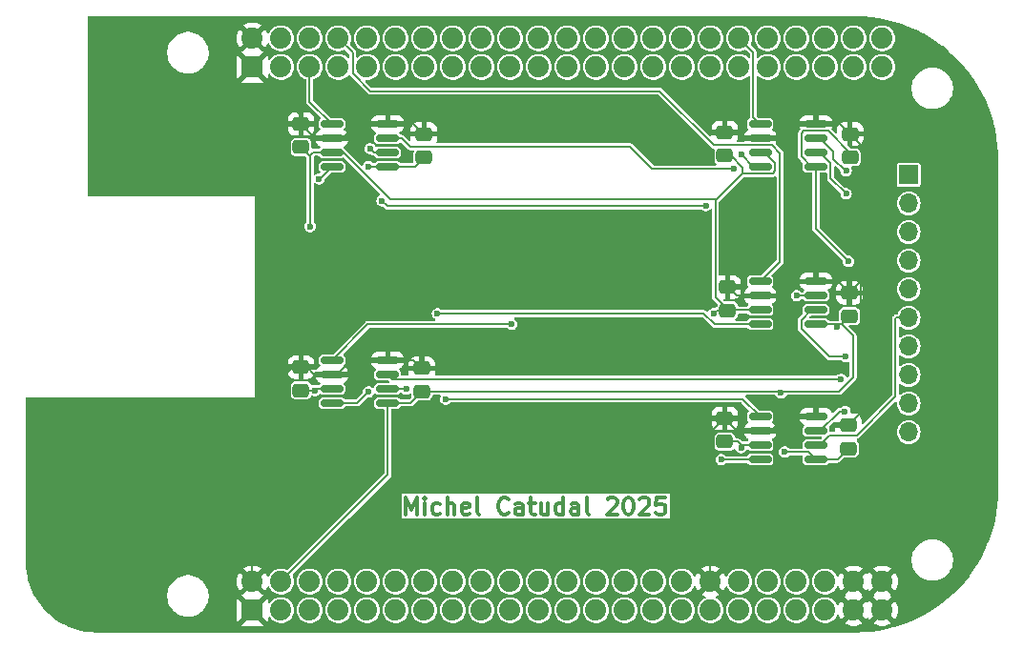
<source format=gtl>
G04 #@! TF.GenerationSoftware,KiCad,Pcbnew,8.0.6*
G04 #@! TF.CreationDate,2025-01-05T21:46:19-05:00*
G04 #@! TF.ProjectId,Beagle-AI-64-CAN-Part1,42656167-6c65-42d4-9149-2d36342d4341,rev?*
G04 #@! TF.SameCoordinates,Original*
G04 #@! TF.FileFunction,Copper,L1,Top*
G04 #@! TF.FilePolarity,Positive*
%FSLAX46Y46*%
G04 Gerber Fmt 4.6, Leading zero omitted, Abs format (unit mm)*
G04 Created by KiCad (PCBNEW 8.0.6) date 2025-01-05 21:46:19*
%MOMM*%
%LPD*%
G01*
G04 APERTURE LIST*
G04 Aperture macros list*
%AMRoundRect*
0 Rectangle with rounded corners*
0 $1 Rounding radius*
0 $2 $3 $4 $5 $6 $7 $8 $9 X,Y pos of 4 corners*
0 Add a 4 corners polygon primitive as box body*
4,1,4,$2,$3,$4,$5,$6,$7,$8,$9,$2,$3,0*
0 Add four circle primitives for the rounded corners*
1,1,$1+$1,$2,$3*
1,1,$1+$1,$4,$5*
1,1,$1+$1,$6,$7*
1,1,$1+$1,$8,$9*
0 Add four rect primitives between the rounded corners*
20,1,$1+$1,$2,$3,$4,$5,0*
20,1,$1+$1,$4,$5,$6,$7,0*
20,1,$1+$1,$6,$7,$8,$9,0*
20,1,$1+$1,$8,$9,$2,$3,0*%
G04 Aperture macros list end*
%ADD10C,0.300000*%
G04 #@! TA.AperFunction,NonConductor*
%ADD11C,0.300000*%
G04 #@! TD*
G04 #@! TA.AperFunction,SMDPad,CuDef*
%ADD12RoundRect,0.150000X-0.825000X-0.150000X0.825000X-0.150000X0.825000X0.150000X-0.825000X0.150000X0*%
G04 #@! TD*
G04 #@! TA.AperFunction,ComponentPad*
%ADD13R,1.700000X1.700000*%
G04 #@! TD*
G04 #@! TA.AperFunction,ComponentPad*
%ADD14O,1.700000X1.700000*%
G04 #@! TD*
G04 #@! TA.AperFunction,SMDPad,CuDef*
%ADD15RoundRect,0.250000X-0.475000X0.337500X-0.475000X-0.337500X0.475000X-0.337500X0.475000X0.337500X0*%
G04 #@! TD*
G04 #@! TA.AperFunction,SMDPad,CuDef*
%ADD16RoundRect,0.250000X0.475000X-0.337500X0.475000X0.337500X-0.475000X0.337500X-0.475000X-0.337500X0*%
G04 #@! TD*
G04 #@! TA.AperFunction,ComponentPad*
%ADD17R,1.879600X1.879600*%
G04 #@! TD*
G04 #@! TA.AperFunction,ComponentPad*
%ADD18C,1.879600*%
G04 #@! TD*
G04 #@! TA.AperFunction,ViaPad*
%ADD19C,0.600000*%
G04 #@! TD*
G04 #@! TA.AperFunction,Conductor*
%ADD20C,0.200000*%
G04 #@! TD*
G04 APERTURE END LIST*
D10*
D11*
X139054510Y-121800828D02*
X139054510Y-120300828D01*
X139054510Y-120300828D02*
X139554510Y-121372257D01*
X139554510Y-121372257D02*
X140054510Y-120300828D01*
X140054510Y-120300828D02*
X140054510Y-121800828D01*
X140768796Y-121800828D02*
X140768796Y-120800828D01*
X140768796Y-120300828D02*
X140697368Y-120372257D01*
X140697368Y-120372257D02*
X140768796Y-120443685D01*
X140768796Y-120443685D02*
X140840225Y-120372257D01*
X140840225Y-120372257D02*
X140768796Y-120300828D01*
X140768796Y-120300828D02*
X140768796Y-120443685D01*
X142125940Y-121729400D02*
X141983082Y-121800828D01*
X141983082Y-121800828D02*
X141697368Y-121800828D01*
X141697368Y-121800828D02*
X141554511Y-121729400D01*
X141554511Y-121729400D02*
X141483082Y-121657971D01*
X141483082Y-121657971D02*
X141411654Y-121515114D01*
X141411654Y-121515114D02*
X141411654Y-121086542D01*
X141411654Y-121086542D02*
X141483082Y-120943685D01*
X141483082Y-120943685D02*
X141554511Y-120872257D01*
X141554511Y-120872257D02*
X141697368Y-120800828D01*
X141697368Y-120800828D02*
X141983082Y-120800828D01*
X141983082Y-120800828D02*
X142125940Y-120872257D01*
X142768796Y-121800828D02*
X142768796Y-120300828D01*
X143411654Y-121800828D02*
X143411654Y-121015114D01*
X143411654Y-121015114D02*
X143340225Y-120872257D01*
X143340225Y-120872257D02*
X143197368Y-120800828D01*
X143197368Y-120800828D02*
X142983082Y-120800828D01*
X142983082Y-120800828D02*
X142840225Y-120872257D01*
X142840225Y-120872257D02*
X142768796Y-120943685D01*
X144697368Y-121729400D02*
X144554511Y-121800828D01*
X144554511Y-121800828D02*
X144268797Y-121800828D01*
X144268797Y-121800828D02*
X144125939Y-121729400D01*
X144125939Y-121729400D02*
X144054511Y-121586542D01*
X144054511Y-121586542D02*
X144054511Y-121015114D01*
X144054511Y-121015114D02*
X144125939Y-120872257D01*
X144125939Y-120872257D02*
X144268797Y-120800828D01*
X144268797Y-120800828D02*
X144554511Y-120800828D01*
X144554511Y-120800828D02*
X144697368Y-120872257D01*
X144697368Y-120872257D02*
X144768797Y-121015114D01*
X144768797Y-121015114D02*
X144768797Y-121157971D01*
X144768797Y-121157971D02*
X144054511Y-121300828D01*
X145625939Y-121800828D02*
X145483082Y-121729400D01*
X145483082Y-121729400D02*
X145411653Y-121586542D01*
X145411653Y-121586542D02*
X145411653Y-120300828D01*
X148197367Y-121657971D02*
X148125939Y-121729400D01*
X148125939Y-121729400D02*
X147911653Y-121800828D01*
X147911653Y-121800828D02*
X147768796Y-121800828D01*
X147768796Y-121800828D02*
X147554510Y-121729400D01*
X147554510Y-121729400D02*
X147411653Y-121586542D01*
X147411653Y-121586542D02*
X147340224Y-121443685D01*
X147340224Y-121443685D02*
X147268796Y-121157971D01*
X147268796Y-121157971D02*
X147268796Y-120943685D01*
X147268796Y-120943685D02*
X147340224Y-120657971D01*
X147340224Y-120657971D02*
X147411653Y-120515114D01*
X147411653Y-120515114D02*
X147554510Y-120372257D01*
X147554510Y-120372257D02*
X147768796Y-120300828D01*
X147768796Y-120300828D02*
X147911653Y-120300828D01*
X147911653Y-120300828D02*
X148125939Y-120372257D01*
X148125939Y-120372257D02*
X148197367Y-120443685D01*
X149483082Y-121800828D02*
X149483082Y-121015114D01*
X149483082Y-121015114D02*
X149411653Y-120872257D01*
X149411653Y-120872257D02*
X149268796Y-120800828D01*
X149268796Y-120800828D02*
X148983082Y-120800828D01*
X148983082Y-120800828D02*
X148840224Y-120872257D01*
X149483082Y-121729400D02*
X149340224Y-121800828D01*
X149340224Y-121800828D02*
X148983082Y-121800828D01*
X148983082Y-121800828D02*
X148840224Y-121729400D01*
X148840224Y-121729400D02*
X148768796Y-121586542D01*
X148768796Y-121586542D02*
X148768796Y-121443685D01*
X148768796Y-121443685D02*
X148840224Y-121300828D01*
X148840224Y-121300828D02*
X148983082Y-121229400D01*
X148983082Y-121229400D02*
X149340224Y-121229400D01*
X149340224Y-121229400D02*
X149483082Y-121157971D01*
X149983082Y-120800828D02*
X150554510Y-120800828D01*
X150197367Y-120300828D02*
X150197367Y-121586542D01*
X150197367Y-121586542D02*
X150268796Y-121729400D01*
X150268796Y-121729400D02*
X150411653Y-121800828D01*
X150411653Y-121800828D02*
X150554510Y-121800828D01*
X151697368Y-120800828D02*
X151697368Y-121800828D01*
X151054510Y-120800828D02*
X151054510Y-121586542D01*
X151054510Y-121586542D02*
X151125939Y-121729400D01*
X151125939Y-121729400D02*
X151268796Y-121800828D01*
X151268796Y-121800828D02*
X151483082Y-121800828D01*
X151483082Y-121800828D02*
X151625939Y-121729400D01*
X151625939Y-121729400D02*
X151697368Y-121657971D01*
X153054511Y-121800828D02*
X153054511Y-120300828D01*
X153054511Y-121729400D02*
X152911653Y-121800828D01*
X152911653Y-121800828D02*
X152625939Y-121800828D01*
X152625939Y-121800828D02*
X152483082Y-121729400D01*
X152483082Y-121729400D02*
X152411653Y-121657971D01*
X152411653Y-121657971D02*
X152340225Y-121515114D01*
X152340225Y-121515114D02*
X152340225Y-121086542D01*
X152340225Y-121086542D02*
X152411653Y-120943685D01*
X152411653Y-120943685D02*
X152483082Y-120872257D01*
X152483082Y-120872257D02*
X152625939Y-120800828D01*
X152625939Y-120800828D02*
X152911653Y-120800828D01*
X152911653Y-120800828D02*
X153054511Y-120872257D01*
X154411654Y-121800828D02*
X154411654Y-121015114D01*
X154411654Y-121015114D02*
X154340225Y-120872257D01*
X154340225Y-120872257D02*
X154197368Y-120800828D01*
X154197368Y-120800828D02*
X153911654Y-120800828D01*
X153911654Y-120800828D02*
X153768796Y-120872257D01*
X154411654Y-121729400D02*
X154268796Y-121800828D01*
X154268796Y-121800828D02*
X153911654Y-121800828D01*
X153911654Y-121800828D02*
X153768796Y-121729400D01*
X153768796Y-121729400D02*
X153697368Y-121586542D01*
X153697368Y-121586542D02*
X153697368Y-121443685D01*
X153697368Y-121443685D02*
X153768796Y-121300828D01*
X153768796Y-121300828D02*
X153911654Y-121229400D01*
X153911654Y-121229400D02*
X154268796Y-121229400D01*
X154268796Y-121229400D02*
X154411654Y-121157971D01*
X155340225Y-121800828D02*
X155197368Y-121729400D01*
X155197368Y-121729400D02*
X155125939Y-121586542D01*
X155125939Y-121586542D02*
X155125939Y-120300828D01*
X156983082Y-120443685D02*
X157054510Y-120372257D01*
X157054510Y-120372257D02*
X157197368Y-120300828D01*
X157197368Y-120300828D02*
X157554510Y-120300828D01*
X157554510Y-120300828D02*
X157697368Y-120372257D01*
X157697368Y-120372257D02*
X157768796Y-120443685D01*
X157768796Y-120443685D02*
X157840225Y-120586542D01*
X157840225Y-120586542D02*
X157840225Y-120729400D01*
X157840225Y-120729400D02*
X157768796Y-120943685D01*
X157768796Y-120943685D02*
X156911653Y-121800828D01*
X156911653Y-121800828D02*
X157840225Y-121800828D01*
X158768796Y-120300828D02*
X158911653Y-120300828D01*
X158911653Y-120300828D02*
X159054510Y-120372257D01*
X159054510Y-120372257D02*
X159125939Y-120443685D01*
X159125939Y-120443685D02*
X159197367Y-120586542D01*
X159197367Y-120586542D02*
X159268796Y-120872257D01*
X159268796Y-120872257D02*
X159268796Y-121229400D01*
X159268796Y-121229400D02*
X159197367Y-121515114D01*
X159197367Y-121515114D02*
X159125939Y-121657971D01*
X159125939Y-121657971D02*
X159054510Y-121729400D01*
X159054510Y-121729400D02*
X158911653Y-121800828D01*
X158911653Y-121800828D02*
X158768796Y-121800828D01*
X158768796Y-121800828D02*
X158625939Y-121729400D01*
X158625939Y-121729400D02*
X158554510Y-121657971D01*
X158554510Y-121657971D02*
X158483081Y-121515114D01*
X158483081Y-121515114D02*
X158411653Y-121229400D01*
X158411653Y-121229400D02*
X158411653Y-120872257D01*
X158411653Y-120872257D02*
X158483081Y-120586542D01*
X158483081Y-120586542D02*
X158554510Y-120443685D01*
X158554510Y-120443685D02*
X158625939Y-120372257D01*
X158625939Y-120372257D02*
X158768796Y-120300828D01*
X159840224Y-120443685D02*
X159911652Y-120372257D01*
X159911652Y-120372257D02*
X160054510Y-120300828D01*
X160054510Y-120300828D02*
X160411652Y-120300828D01*
X160411652Y-120300828D02*
X160554510Y-120372257D01*
X160554510Y-120372257D02*
X160625938Y-120443685D01*
X160625938Y-120443685D02*
X160697367Y-120586542D01*
X160697367Y-120586542D02*
X160697367Y-120729400D01*
X160697367Y-120729400D02*
X160625938Y-120943685D01*
X160625938Y-120943685D02*
X159768795Y-121800828D01*
X159768795Y-121800828D02*
X160697367Y-121800828D01*
X162054509Y-120300828D02*
X161340223Y-120300828D01*
X161340223Y-120300828D02*
X161268795Y-121015114D01*
X161268795Y-121015114D02*
X161340223Y-120943685D01*
X161340223Y-120943685D02*
X161483081Y-120872257D01*
X161483081Y-120872257D02*
X161840223Y-120872257D01*
X161840223Y-120872257D02*
X161983081Y-120943685D01*
X161983081Y-120943685D02*
X162054509Y-121015114D01*
X162054509Y-121015114D02*
X162125938Y-121157971D01*
X162125938Y-121157971D02*
X162125938Y-121515114D01*
X162125938Y-121515114D02*
X162054509Y-121657971D01*
X162054509Y-121657971D02*
X161983081Y-121729400D01*
X161983081Y-121729400D02*
X161840223Y-121800828D01*
X161840223Y-121800828D02*
X161483081Y-121800828D01*
X161483081Y-121800828D02*
X161340223Y-121729400D01*
X161340223Y-121729400D02*
X161268795Y-121657971D01*
D12*
X170525000Y-113095000D03*
X170525000Y-114365000D03*
X170525000Y-115635000D03*
X170525000Y-116905000D03*
X175475000Y-116905000D03*
X175475000Y-115635000D03*
X175475000Y-114365000D03*
X175475000Y-113095000D03*
X170525000Y-101095000D03*
X170525000Y-102365000D03*
X170525000Y-103635000D03*
X170525000Y-104905000D03*
X175475000Y-104905000D03*
X175475000Y-103635000D03*
X175475000Y-102365000D03*
X175475000Y-101095000D03*
X170525000Y-87095000D03*
X170525000Y-88365000D03*
X170525000Y-89635000D03*
X170525000Y-90905000D03*
X175475000Y-90905000D03*
X175475000Y-89635000D03*
X175475000Y-88365000D03*
X175475000Y-87095000D03*
X132525000Y-108095000D03*
X132525000Y-109365000D03*
X132525000Y-110635000D03*
X132525000Y-111905000D03*
X137475000Y-111905000D03*
X137475000Y-110635000D03*
X137475000Y-109365000D03*
X137475000Y-108095000D03*
X132525000Y-87095000D03*
X132525000Y-88365000D03*
X132525000Y-89635000D03*
X132525000Y-90905000D03*
X137475000Y-90905000D03*
X137475000Y-89635000D03*
X137475000Y-88365000D03*
X137475000Y-87095000D03*
D13*
X183700000Y-91625000D03*
D14*
X183700000Y-94165000D03*
X183700000Y-96705000D03*
X183700000Y-99245000D03*
X183700000Y-101785000D03*
X183700000Y-104325000D03*
X183700000Y-106865000D03*
X183700000Y-109405000D03*
X183700000Y-111945000D03*
X183700000Y-114485000D03*
D15*
X140700000Y-88012500D03*
X140700000Y-90087500D03*
D16*
X167386000Y-89937500D03*
X167386000Y-87862500D03*
X129794000Y-110787000D03*
X129794000Y-108712000D03*
X129794000Y-89175500D03*
X129794000Y-87100500D03*
D15*
X178500000Y-88000000D03*
X178500000Y-90075000D03*
D16*
X167386000Y-115337500D03*
X167386000Y-113262500D03*
D15*
X178350000Y-113862500D03*
X178350000Y-115937500D03*
X140500000Y-108812500D03*
X140500000Y-110887500D03*
D16*
X167640000Y-103675000D03*
X167640000Y-101600000D03*
D15*
X178450000Y-102112500D03*
X178450000Y-104187500D03*
D17*
X125476000Y-82042000D03*
D18*
X125476000Y-79502000D03*
X128016000Y-82042000D03*
X128016000Y-79502000D03*
X130556000Y-82042000D03*
X130556000Y-79502000D03*
X133096000Y-82042000D03*
X133096000Y-79502000D03*
X135636000Y-82042000D03*
X135636000Y-79502000D03*
X138176000Y-82042000D03*
X138176000Y-79502000D03*
X140716000Y-82042000D03*
X140716000Y-79502000D03*
X143256000Y-82042000D03*
X143256000Y-79502000D03*
X145796000Y-82042000D03*
X145796000Y-79502000D03*
X148336000Y-82042000D03*
X148336000Y-79502000D03*
X150876000Y-82042000D03*
X150876000Y-79502000D03*
X153416000Y-82042000D03*
X153416000Y-79502000D03*
X155956000Y-82042000D03*
X155956000Y-79502000D03*
X158496000Y-82042000D03*
X158496000Y-79502000D03*
X161036000Y-82042000D03*
X161036000Y-79502000D03*
X163576000Y-82042000D03*
X163576000Y-79502000D03*
X166116000Y-82042000D03*
X166116000Y-79502000D03*
X168656000Y-82042000D03*
X168656000Y-79502000D03*
X171196000Y-82042000D03*
X171196000Y-79502000D03*
X173736000Y-82042000D03*
X173736000Y-79502000D03*
X176276000Y-82042000D03*
X176276000Y-79502000D03*
X178816000Y-82042000D03*
X178816000Y-79502000D03*
X181356000Y-82042000D03*
X181356000Y-79502000D03*
D17*
X125476000Y-130302000D03*
D18*
X125476000Y-127762000D03*
X128016000Y-130302000D03*
X128016000Y-127762000D03*
X130556000Y-130302000D03*
X130556000Y-127762000D03*
X133096000Y-130302000D03*
X133096000Y-127762000D03*
X135636000Y-130302000D03*
X135636000Y-127762000D03*
X138176000Y-130302000D03*
X138176000Y-127762000D03*
X140716000Y-130302000D03*
X140716000Y-127762000D03*
X143256000Y-130302000D03*
X143256000Y-127762000D03*
X145796000Y-130302000D03*
X145796000Y-127762000D03*
X148336000Y-130302000D03*
X148336000Y-127762000D03*
X150876000Y-130302000D03*
X150876000Y-127762000D03*
X153416000Y-130302000D03*
X153416000Y-127762000D03*
X155956000Y-130302000D03*
X155956000Y-127762000D03*
X158496000Y-130302000D03*
X158496000Y-127762000D03*
X161036000Y-130302000D03*
X161036000Y-127762000D03*
X163576000Y-130302000D03*
X163576000Y-127762000D03*
X166116000Y-130302000D03*
X166116000Y-127762000D03*
X168656000Y-130302000D03*
X168656000Y-127762000D03*
X171196000Y-130302000D03*
X171196000Y-127762000D03*
X173736000Y-130302000D03*
X173736000Y-127762000D03*
X176276000Y-130302000D03*
X176276000Y-127762000D03*
X178816000Y-130302000D03*
X178816000Y-127762000D03*
X181356000Y-130302000D03*
X181356000Y-127762000D03*
D19*
X131400000Y-92000000D03*
X168841000Y-89840300D03*
X135786300Y-110903700D03*
X148502100Y-104905200D03*
X167058900Y-116928100D03*
X141897800Y-103961300D03*
X142625400Y-111564700D03*
X178052200Y-112635300D03*
X139112300Y-110680200D03*
X177710000Y-109795700D03*
X168209000Y-91105400D03*
X135905600Y-89305000D03*
X136985300Y-93932900D03*
X165696500Y-94382800D03*
X178143300Y-93319200D03*
X173768700Y-102366900D03*
X178143300Y-91267500D03*
X178118300Y-107797300D03*
X131034700Y-110803400D03*
X130592700Y-96217700D03*
X166373400Y-103960600D03*
X168830700Y-115864900D03*
X135784700Y-90905200D03*
X178362400Y-99332200D03*
X177346500Y-105138900D03*
X172381300Y-111018800D03*
X172687200Y-116250300D03*
D20*
X175475000Y-115635000D02*
X175824200Y-115635000D01*
X175824200Y-115635000D02*
X176692100Y-114767100D01*
X179092000Y-114767100D02*
X182515000Y-111344100D01*
X176692100Y-114767100D02*
X179092000Y-114767100D01*
X182515000Y-111344100D02*
X182515000Y-104435000D01*
X182515000Y-104435000D02*
X182625000Y-104325000D01*
X182625000Y-104325000D02*
X183700000Y-104325000D01*
X131430000Y-92000000D02*
X131400000Y-92000000D01*
X132525000Y-90905000D02*
X131430000Y-92000000D01*
X169905700Y-90905000D02*
X168841000Y-89840300D01*
X170525000Y-90905000D02*
X169905700Y-90905000D01*
X169926000Y-86496000D02*
X170525000Y-87095000D01*
X169926000Y-80772000D02*
X169926000Y-86496000D01*
X168656000Y-79502000D02*
X169926000Y-80772000D01*
X134785000Y-111905000D02*
X135786300Y-110903700D01*
X132525000Y-111905000D02*
X134785000Y-111905000D01*
X135714800Y-104905200D02*
X148502100Y-104905200D01*
X132525000Y-108095000D02*
X135714800Y-104905200D01*
X170501900Y-116928100D02*
X167058900Y-116928100D01*
X170525000Y-116905000D02*
X170501900Y-116928100D01*
X134391300Y-80797300D02*
X133096000Y-79502000D01*
X134391300Y-82661100D02*
X134391300Y-80797300D01*
X135923900Y-84193700D02*
X134391300Y-82661100D01*
X161626100Y-84193700D02*
X135923900Y-84193700D01*
X166432400Y-89000000D02*
X161626100Y-84193700D01*
X171564900Y-89000000D02*
X166432400Y-89000000D01*
X172270000Y-89705100D02*
X171564900Y-89000000D01*
X172270000Y-99350000D02*
X172270000Y-89705100D01*
X170525000Y-101095000D02*
X172270000Y-99350000D01*
X166462400Y-104905000D02*
X170525000Y-104905000D01*
X165518700Y-103961300D02*
X166462400Y-104905000D01*
X141897800Y-103961300D02*
X165518700Y-103961300D01*
X130556000Y-85126000D02*
X132525000Y-87095000D01*
X130556000Y-82042000D02*
X130556000Y-85126000D01*
X168994700Y-111564700D02*
X170525000Y-113095000D01*
X142625400Y-111564700D02*
X168994700Y-111564700D01*
X177555700Y-112635300D02*
X178052200Y-112635300D01*
X175826000Y-114365000D02*
X177555700Y-112635300D01*
X175475000Y-114365000D02*
X175826000Y-114365000D01*
X139067100Y-110635000D02*
X139112300Y-110680200D01*
X137475000Y-110635000D02*
X139067100Y-110635000D01*
X137905700Y-109795700D02*
X177710000Y-109795700D01*
X137475000Y-109365000D02*
X137905700Y-109795700D01*
X160949400Y-91105400D02*
X168209000Y-91105400D01*
X158980600Y-89136600D02*
X160949400Y-91105400D01*
X139489200Y-89136600D02*
X158980600Y-89136600D01*
X138717600Y-88365000D02*
X139489200Y-89136600D01*
X137475000Y-88365000D02*
X138717600Y-88365000D01*
X136235600Y-89635000D02*
X135905600Y-89305000D01*
X137475000Y-89635000D02*
X136235600Y-89635000D01*
X137435200Y-94382800D02*
X165696500Y-94382800D01*
X136985300Y-93932900D02*
X137435200Y-94382800D01*
X176755500Y-91931400D02*
X178143300Y-93319200D01*
X176755500Y-90566300D02*
X176755500Y-91931400D01*
X175824200Y-89635000D02*
X176755500Y-90566300D01*
X175475000Y-89635000D02*
X175824200Y-89635000D01*
X175473100Y-102366900D02*
X175475000Y-102365000D01*
X173768700Y-102366900D02*
X175473100Y-102366900D01*
X178057300Y-91267500D02*
X178143300Y-91267500D01*
X177030600Y-90240800D02*
X178057300Y-91267500D01*
X177030600Y-89544600D02*
X177030600Y-90240800D01*
X175851000Y-88365000D02*
X177030600Y-89544600D01*
X175475000Y-88365000D02*
X175851000Y-88365000D01*
X176688000Y-107797300D02*
X178118300Y-107797300D01*
X174166000Y-105275300D02*
X176688000Y-107797300D01*
X174166000Y-104533200D02*
X174166000Y-105275300D01*
X175064200Y-103635000D02*
X174166000Y-104533200D01*
X175475000Y-103635000D02*
X175064200Y-103635000D01*
X129810400Y-110803400D02*
X129794000Y-110787000D01*
X131034700Y-110803400D02*
X129810400Y-110803400D01*
X131203100Y-110635000D02*
X131034700Y-110803400D01*
X132525000Y-110635000D02*
X131203100Y-110635000D01*
X167680000Y-103635000D02*
X170525000Y-103635000D01*
X171624600Y-91510500D02*
X168959000Y-91510500D01*
X171854100Y-91281000D02*
X171624600Y-91510500D01*
X171854100Y-90592300D02*
X171854100Y-91281000D01*
X170896800Y-89635000D02*
X171854100Y-90592300D01*
X170525000Y-89635000D02*
X170896800Y-89635000D01*
X168830700Y-115635000D02*
X170525000Y-115635000D01*
X168830700Y-115864900D02*
X168830700Y-115635000D01*
X168533200Y-115337500D02*
X167386000Y-115337500D01*
X168830700Y-115635000D02*
X168533200Y-115337500D01*
X168959000Y-91510500D02*
X166574000Y-93895500D01*
X166574000Y-102529000D02*
X167680000Y-103635000D01*
X166574000Y-93895500D02*
X166574000Y-102529000D01*
X130505300Y-89886800D02*
X130592700Y-89886800D01*
X129794000Y-89175500D02*
X130505300Y-89886800D01*
X130592700Y-89886800D02*
X130592700Y-96217700D01*
X130844500Y-89635000D02*
X130592700Y-89886800D01*
X132525000Y-89635000D02*
X130844500Y-89635000D01*
X167680000Y-103635000D02*
X167640000Y-103675000D01*
X166659000Y-103675000D02*
X166373400Y-103960600D01*
X167640000Y-103675000D02*
X166659000Y-103675000D01*
X167896600Y-89937500D02*
X167386000Y-89937500D01*
X168959000Y-90999900D02*
X167896600Y-89937500D01*
X168959000Y-91510500D02*
X168959000Y-90999900D01*
X133542900Y-89635000D02*
X132525000Y-89635000D01*
X137685800Y-93777900D02*
X133542900Y-89635000D01*
X166456400Y-93777900D02*
X137685800Y-93777900D01*
X166574000Y-93895500D02*
X166456400Y-93777900D01*
X177732500Y-104905000D02*
X178450000Y-104187500D01*
X137474800Y-90905200D02*
X137475000Y-90905000D01*
X135784700Y-90905200D02*
X137474800Y-90905200D01*
X139882500Y-90905000D02*
X140700000Y-90087500D01*
X137475000Y-90905000D02*
X139882500Y-90905000D01*
X137475000Y-118303000D02*
X137475000Y-111905000D01*
X128016000Y-127762000D02*
X137475000Y-118303000D01*
X139482500Y-111905000D02*
X140500000Y-110887500D01*
X137475000Y-111905000D02*
X139482500Y-111905000D01*
X175067300Y-90905000D02*
X175475000Y-90905000D01*
X174170600Y-90008300D02*
X175067300Y-90905000D01*
X174170600Y-87970400D02*
X174170600Y-90008300D01*
X174411000Y-87730000D02*
X174170600Y-87970400D01*
X176536800Y-87730000D02*
X174411000Y-87730000D01*
X178500000Y-89693200D02*
X176536800Y-87730000D01*
X178500000Y-90075000D02*
X178500000Y-89693200D01*
X177346500Y-105138900D02*
X177346500Y-104905000D01*
X175475000Y-104905000D02*
X177346500Y-104905000D01*
X177346500Y-104905000D02*
X177732500Y-104905000D01*
X175475000Y-96444800D02*
X178362400Y-99332200D01*
X175475000Y-90905000D02*
X175475000Y-96444800D01*
X177382500Y-116905000D02*
X175475000Y-116905000D01*
X178350000Y-115937500D02*
X177382500Y-116905000D01*
X174820300Y-116250300D02*
X175475000Y-116905000D01*
X172687200Y-116250300D02*
X174820300Y-116250300D01*
X172381300Y-110887500D02*
X172381300Y-111018800D01*
X177473700Y-110887500D02*
X172381300Y-110887500D01*
X178769200Y-109592000D02*
X177473700Y-110887500D01*
X178769200Y-105941700D02*
X178769200Y-109592000D01*
X177732500Y-104905000D02*
X178769200Y-105941700D01*
X172381300Y-110887500D02*
X140500000Y-110887500D01*
X139782000Y-87095000D02*
X140700000Y-88012500D01*
X137475000Y-87095000D02*
X139782000Y-87095000D01*
X134770000Y-87095000D02*
X137475000Y-87095000D01*
X133500000Y-88365000D02*
X134770000Y-87095000D01*
X132525000Y-88365000D02*
X133500000Y-88365000D01*
X131058000Y-88365000D02*
X132525000Y-88365000D01*
X129794000Y-87100500D02*
X131058000Y-88365000D01*
X129794000Y-86360000D02*
X125476000Y-82042000D01*
X129794000Y-87100500D02*
X129794000Y-86360000D01*
X139782000Y-108095000D02*
X140500000Y-108812000D01*
X137475000Y-108095000D02*
X139782000Y-108095000D01*
X134235000Y-108095000D02*
X137475000Y-108095000D01*
X132965000Y-109365000D02*
X134235000Y-108095000D01*
X132525000Y-109365000D02*
X132965000Y-109365000D01*
X130965000Y-109365000D02*
X132525000Y-109365000D01*
X130312000Y-108712000D02*
X130965000Y-109365000D01*
X129794000Y-108712000D02*
X130312000Y-108712000D01*
X125476000Y-112305000D02*
X125476000Y-127762000D01*
X129069000Y-108712000D02*
X125476000Y-112305000D01*
X129794000Y-108712000D02*
X129069000Y-108712000D01*
X172770000Y-113095000D02*
X175475000Y-113095000D01*
X171500000Y-114365000D02*
X172770000Y-113095000D01*
X170525000Y-114365000D02*
X171500000Y-114365000D01*
X168488000Y-114365000D02*
X170525000Y-114365000D01*
X167386000Y-113262000D02*
X168488000Y-114365000D01*
X166116000Y-114532000D02*
X167386000Y-113262000D01*
X166116000Y-127762000D02*
X166116000Y-114532000D01*
X179478000Y-112734000D02*
X178350000Y-113862000D01*
X179478000Y-101128000D02*
X179478000Y-112734000D01*
X179456000Y-101106000D02*
X179478000Y-101128000D01*
X179528000Y-101034000D02*
X179456000Y-101106000D01*
X179528000Y-89028200D02*
X179528000Y-101034000D01*
X178500000Y-88000000D02*
X179528000Y-89028200D01*
X168985000Y-88365000D02*
X170525000Y-88365000D01*
X168950000Y-88400000D02*
X168985000Y-88365000D01*
X168412000Y-87862500D02*
X168950000Y-88400000D01*
X167386000Y-87862500D02*
X168412000Y-87862500D01*
X177432000Y-101095000D02*
X175475000Y-101095000D01*
X178450000Y-102112000D02*
X177432000Y-101095000D01*
X179456000Y-101106000D02*
X178450000Y-102112000D01*
X172435000Y-102365000D02*
X170525000Y-102365000D01*
X173705000Y-101095000D02*
X172435000Y-102365000D01*
X175475000Y-101095000D02*
X173705000Y-101095000D01*
X168405000Y-102365000D02*
X167640000Y-101600000D01*
X170525000Y-102365000D02*
X168405000Y-102365000D01*
X173905000Y-87095000D02*
X175475000Y-87095000D01*
X172635000Y-88365000D02*
X173905000Y-87095000D01*
X170525000Y-88365000D02*
X172635000Y-88365000D01*
X177595000Y-87095000D02*
X178500000Y-88000000D01*
X175475000Y-87095000D02*
X177595000Y-87095000D01*
G04 #@! TA.AperFunction,Conductor*
G36*
X180882619Y-127958081D02*
G01*
X180949498Y-128073920D01*
X181044080Y-128168502D01*
X181159919Y-128235381D01*
X181195743Y-128244980D01*
X180542573Y-128898149D01*
X180589733Y-128934857D01*
X180605748Y-128943524D01*
X180648608Y-128988564D01*
X180656809Y-129050195D01*
X180627217Y-129104876D01*
X180605752Y-129120472D01*
X180589741Y-129129137D01*
X180542573Y-129165849D01*
X181195743Y-129819019D01*
X181159919Y-129828619D01*
X181044080Y-129895498D01*
X180949498Y-129990080D01*
X180882619Y-130105919D01*
X180873019Y-130141743D01*
X180219740Y-129488464D01*
X180170219Y-129564262D01*
X180121793Y-129603256D01*
X180059695Y-129606339D01*
X180007645Y-129572333D01*
X180001781Y-129564262D01*
X179952259Y-129488463D01*
X179298979Y-130141742D01*
X179289381Y-130105919D01*
X179222502Y-129990080D01*
X179127920Y-129895498D01*
X179012081Y-129828619D01*
X178976254Y-129819019D01*
X179629425Y-129165849D01*
X179629425Y-129165848D01*
X179582272Y-129129146D01*
X179582260Y-129129138D01*
X179566249Y-129120473D01*
X179523390Y-129075432D01*
X179515191Y-129013801D01*
X179544783Y-128959121D01*
X179566253Y-128943523D01*
X179582266Y-128934857D01*
X179629425Y-128898149D01*
X178976256Y-128244980D01*
X179012081Y-128235381D01*
X179127920Y-128168502D01*
X179222502Y-128073920D01*
X179289381Y-127958081D01*
X179298980Y-127922256D01*
X179952258Y-128575534D01*
X180001780Y-128499737D01*
X180050207Y-128460743D01*
X180112304Y-128457660D01*
X180164354Y-128491666D01*
X180170218Y-128499737D01*
X180219739Y-128575534D01*
X180873019Y-127922254D01*
X180882619Y-127958081D01*
G37*
G04 #@! TD.AperFunction*
G04 #@! TA.AperFunction,Conductor*
G36*
X177123068Y-113595732D02*
G01*
X177148532Y-113614232D01*
X177168600Y-113634300D01*
X178477600Y-113634300D01*
X178536731Y-113653513D01*
X178573276Y-113703813D01*
X178578200Y-113734900D01*
X178578200Y-113990100D01*
X178558987Y-114049231D01*
X178508687Y-114085776D01*
X178477600Y-114090700D01*
X177168601Y-114090700D01*
X177168601Y-114257098D01*
X177175066Y-114328262D01*
X177176502Y-114332867D01*
X177175753Y-114395037D01*
X177138605Y-114444893D01*
X177080458Y-114463400D01*
X176754300Y-114463400D01*
X176695169Y-114444187D01*
X176658624Y-114393887D01*
X176653700Y-114362801D01*
X176653699Y-114181430D01*
X176643683Y-114112683D01*
X176643683Y-114112681D01*
X176643680Y-114112675D01*
X176630617Y-114085953D01*
X176621907Y-114024392D01*
X176649858Y-113970636D01*
X177006265Y-113614230D01*
X177061660Y-113586006D01*
X177123068Y-113595732D01*
G37*
G04 #@! TD.AperFunction*
G04 #@! TA.AperFunction,Conductor*
G36*
X178982681Y-77525561D02*
G01*
X179669623Y-77549505D01*
X179674992Y-77549837D01*
X180358714Y-77610854D01*
X180364088Y-77611480D01*
X181043470Y-77709419D01*
X181048837Y-77710341D01*
X181721915Y-77844916D01*
X181727217Y-77846126D01*
X182392017Y-78016942D01*
X182397214Y-78018428D01*
X183051830Y-78224997D01*
X183056955Y-78226769D01*
X183426638Y-78365848D01*
X183699383Y-78468458D01*
X183704429Y-78470514D01*
X183892802Y-78553284D01*
X184332834Y-78746631D01*
X184337745Y-78748950D01*
X184537441Y-78849928D01*
X184950283Y-79058685D01*
X184955076Y-79061274D01*
X185014528Y-79095498D01*
X185549943Y-79403713D01*
X185554568Y-79406545D01*
X186025933Y-79713013D01*
X186130036Y-79780698D01*
X186134522Y-79783791D01*
X186688865Y-80188531D01*
X186693176Y-80191861D01*
X187224823Y-80626042D01*
X187228925Y-80629583D01*
X187517420Y-80892471D01*
X187736257Y-81091885D01*
X187740184Y-81095662D01*
X187872368Y-81229913D01*
X188094204Y-81455218D01*
X188221767Y-81584775D01*
X188225483Y-81588760D01*
X188679851Y-82103198D01*
X188683346Y-82107377D01*
X189109222Y-82645689D01*
X189112485Y-82650052D01*
X189508570Y-83210600D01*
X189511593Y-83215133D01*
X189876769Y-83796334D01*
X189879541Y-83801024D01*
X190212703Y-84401118D01*
X190215218Y-84405952D01*
X190515407Y-85023213D01*
X190517656Y-85028175D01*
X190783989Y-85660787D01*
X190785966Y-85665864D01*
X191017654Y-86311949D01*
X191019354Y-86317126D01*
X191215727Y-86974821D01*
X191217144Y-86980082D01*
X191377621Y-87647441D01*
X191378751Y-87652770D01*
X191502867Y-88327860D01*
X191503706Y-88333244D01*
X191591088Y-89014027D01*
X191591635Y-89019448D01*
X191642031Y-89703974D01*
X191642284Y-89709416D01*
X191655574Y-90397033D01*
X191655590Y-90399751D01*
X191655424Y-90421303D01*
X191655600Y-90422439D01*
X191655600Y-119607241D01*
X191655563Y-119609965D01*
X191637085Y-120292059D01*
X191636790Y-120297499D01*
X191581523Y-120976236D01*
X191580934Y-120981653D01*
X191489002Y-121656396D01*
X191488121Y-121661773D01*
X191359787Y-122330579D01*
X191358615Y-122335899D01*
X191194273Y-122996736D01*
X191192816Y-123001986D01*
X190992929Y-123652982D01*
X190991189Y-123658146D01*
X190756351Y-124297366D01*
X190754336Y-124302422D01*
X190485238Y-124927989D01*
X190482960Y-124932913D01*
X190180381Y-125543006D01*
X190177829Y-125547819D01*
X189842679Y-126140611D01*
X189839870Y-126145280D01*
X189473104Y-126719079D01*
X189470046Y-126723588D01*
X189072777Y-127276659D01*
X189069480Y-127280997D01*
X188642827Y-127811775D01*
X188639300Y-127815927D01*
X188184552Y-128322815D01*
X188180805Y-128326771D01*
X187699271Y-128808305D01*
X187695315Y-128812052D01*
X187188427Y-129266800D01*
X187184275Y-129270327D01*
X186653497Y-129696980D01*
X186649159Y-129700277D01*
X186096088Y-130097546D01*
X186091579Y-130100604D01*
X185517780Y-130467370D01*
X185513111Y-130470179D01*
X184920319Y-130805329D01*
X184915506Y-130807881D01*
X184305413Y-131110460D01*
X184300489Y-131112738D01*
X183723538Y-131360924D01*
X183674927Y-131381835D01*
X183669866Y-131383851D01*
X183030646Y-131618689D01*
X183025482Y-131620429D01*
X182374486Y-131820316D01*
X182369236Y-131821773D01*
X181708399Y-131986115D01*
X181703079Y-131987287D01*
X181034273Y-132115621D01*
X181028896Y-132116502D01*
X180354153Y-132208434D01*
X180348736Y-132209023D01*
X179669999Y-132264290D01*
X179664559Y-132264585D01*
X178982466Y-132283063D01*
X178979742Y-132283100D01*
X111672991Y-132283100D01*
X111669229Y-132283030D01*
X111202219Y-132265555D01*
X111194718Y-132264992D01*
X110732228Y-132212883D01*
X110724788Y-132211762D01*
X110267463Y-132125231D01*
X110260129Y-132123557D01*
X109810563Y-132003095D01*
X109803374Y-132000878D01*
X109448196Y-131876597D01*
X109364042Y-131847150D01*
X109357050Y-131844405D01*
X109204918Y-131778031D01*
X108930453Y-131658283D01*
X108923675Y-131655019D01*
X108512172Y-131437533D01*
X108505657Y-131433771D01*
X108111569Y-131186149D01*
X108105361Y-131181918D01*
X107730859Y-130905522D01*
X107724991Y-130900842D01*
X107372202Y-130597243D01*
X107366687Y-130592126D01*
X107037573Y-130263012D01*
X107032456Y-130257497D01*
X106896182Y-130099144D01*
X106728856Y-129904707D01*
X106724180Y-129898843D01*
X106447777Y-129524332D01*
X106443550Y-129518130D01*
X106195928Y-129124042D01*
X106192166Y-129117527D01*
X106083292Y-128911528D01*
X117923000Y-128911528D01*
X117923000Y-129152471D01*
X117954445Y-129391330D01*
X117954446Y-129391339D01*
X118016807Y-129624073D01*
X118016808Y-129624075D01*
X118109010Y-129846670D01*
X118229476Y-130055324D01*
X118376152Y-130246477D01*
X118546522Y-130416847D01*
X118737675Y-130563523D01*
X118946329Y-130683989D01*
X119168924Y-130776191D01*
X119168926Y-130776192D01*
X119236991Y-130794430D01*
X119401655Y-130838552D01*
X119401657Y-130838552D01*
X119401660Y-130838553D01*
X119401669Y-130838554D01*
X119640529Y-130870000D01*
X119640531Y-130870000D01*
X119881471Y-130870000D01*
X120120330Y-130838554D01*
X120120339Y-130838553D01*
X120120340Y-130838552D01*
X120120345Y-130838552D01*
X120353073Y-130776192D01*
X120575671Y-130683989D01*
X120784329Y-130563520D01*
X120975478Y-130416847D01*
X121145847Y-130246478D01*
X121292520Y-130055329D01*
X121412989Y-129846671D01*
X121505192Y-129624073D01*
X121567552Y-129391345D01*
X121568314Y-129385558D01*
X121599000Y-129152471D01*
X121599000Y-128911528D01*
X121567554Y-128672669D01*
X121567553Y-128672660D01*
X121505192Y-128439926D01*
X121505191Y-128439924D01*
X121412989Y-128217329D01*
X121292523Y-128008675D01*
X121145847Y-127817522D01*
X121090320Y-127761995D01*
X124075015Y-127761995D01*
X124075015Y-127762004D01*
X124094121Y-127992588D01*
X124150924Y-128216899D01*
X124243873Y-128428800D01*
X124339739Y-128575534D01*
X124993019Y-127922254D01*
X125002619Y-127958081D01*
X125069498Y-128073920D01*
X125164080Y-128168502D01*
X125279919Y-128235381D01*
X125315743Y-128244980D01*
X124681817Y-128878906D01*
X124626419Y-128907132D01*
X124604475Y-128904534D01*
X124604475Y-128905800D01*
X124481237Y-128905800D01*
X124450389Y-128908692D01*
X124417074Y-128920349D01*
X124417074Y-128920350D01*
X125315743Y-129819019D01*
X125279919Y-129828619D01*
X125164080Y-129895498D01*
X125069498Y-129990080D01*
X125002619Y-130105919D01*
X124993019Y-130141743D01*
X124094350Y-129243074D01*
X124094349Y-129243074D01*
X124082692Y-129276389D01*
X124079800Y-129307236D01*
X124079800Y-131296763D01*
X124082692Y-131327608D01*
X124094350Y-131360924D01*
X124993019Y-130462254D01*
X125002619Y-130498081D01*
X125069498Y-130613920D01*
X125164080Y-130708502D01*
X125279919Y-130775381D01*
X125315743Y-130784980D01*
X124417074Y-131683648D01*
X124417074Y-131683649D01*
X124450390Y-131695307D01*
X124450388Y-131695307D01*
X124481237Y-131698200D01*
X126470763Y-131698200D01*
X126501610Y-131695307D01*
X126534925Y-131683649D01*
X125636256Y-130784980D01*
X125672081Y-130775381D01*
X125787920Y-130708502D01*
X125882502Y-130613920D01*
X125949381Y-130498081D01*
X125958980Y-130462256D01*
X126857649Y-131360925D01*
X126869307Y-131327610D01*
X126872200Y-131296763D01*
X126872200Y-130985015D01*
X126891413Y-130925884D01*
X126941713Y-130889339D01*
X127003887Y-130889339D01*
X127053079Y-130924388D01*
X127110740Y-131000743D01*
X127167323Y-131075671D01*
X127323929Y-131218437D01*
X127323933Y-131218440D01*
X127323935Y-131218442D01*
X127504115Y-131330005D01*
X127701726Y-131406560D01*
X127752850Y-131416116D01*
X127910037Y-131445500D01*
X127910039Y-131445500D01*
X128121962Y-131445500D01*
X128200555Y-131430808D01*
X128330274Y-131406560D01*
X128527885Y-131330005D01*
X128708065Y-131218442D01*
X128864677Y-131075671D01*
X128864677Y-131075670D01*
X128864680Y-131075668D01*
X128962524Y-130946100D01*
X128992389Y-130906554D01*
X129086850Y-130716850D01*
X129144845Y-130513018D01*
X129164399Y-130302000D01*
X129407601Y-130302000D01*
X129427154Y-130513013D01*
X129427154Y-130513014D01*
X129485150Y-130716852D01*
X129485153Y-130716858D01*
X129579608Y-130906548D01*
X129579614Y-130906559D01*
X129707319Y-131075668D01*
X129863929Y-131218437D01*
X129863933Y-131218440D01*
X129863935Y-131218442D01*
X130044115Y-131330005D01*
X130241726Y-131406560D01*
X130292850Y-131416116D01*
X130450037Y-131445500D01*
X130450039Y-131445500D01*
X130661962Y-131445500D01*
X130740555Y-131430808D01*
X130870274Y-131406560D01*
X131067885Y-131330005D01*
X131248065Y-131218442D01*
X131404677Y-131075671D01*
X131404677Y-131075670D01*
X131404680Y-131075668D01*
X131502524Y-130946100D01*
X131532389Y-130906554D01*
X131626850Y-130716850D01*
X131684845Y-130513018D01*
X131704399Y-130302000D01*
X131947601Y-130302000D01*
X131967154Y-130513013D01*
X131967154Y-130513014D01*
X132025150Y-130716852D01*
X132025153Y-130716858D01*
X132119608Y-130906548D01*
X132119614Y-130906559D01*
X132247319Y-131075668D01*
X132403929Y-131218437D01*
X132403933Y-131218440D01*
X132403935Y-131218442D01*
X132584115Y-131330005D01*
X132781726Y-131406560D01*
X132832850Y-131416116D01*
X132990037Y-131445500D01*
X132990039Y-131445500D01*
X133201962Y-131445500D01*
X133280555Y-131430808D01*
X133410274Y-131406560D01*
X133607885Y-131330005D01*
X133788065Y-131218442D01*
X133944677Y-131075671D01*
X133944677Y-131075670D01*
X133944680Y-131075668D01*
X134042524Y-130946100D01*
X134072389Y-130906554D01*
X134166850Y-130716850D01*
X134224845Y-130513018D01*
X134244399Y-130302000D01*
X134487601Y-130302000D01*
X134507154Y-130513013D01*
X134507154Y-130513014D01*
X134565150Y-130716852D01*
X134565153Y-130716858D01*
X134659608Y-130906548D01*
X134659614Y-130906559D01*
X134787319Y-131075668D01*
X134943929Y-131218437D01*
X134943933Y-131218440D01*
X134943935Y-131218442D01*
X135124115Y-131330005D01*
X135321726Y-131406560D01*
X135372850Y-131416116D01*
X135530037Y-131445500D01*
X135530039Y-131445500D01*
X135741962Y-131445500D01*
X135820555Y-131430808D01*
X135950274Y-131406560D01*
X136147885Y-131330005D01*
X136328065Y-131218442D01*
X136484677Y-131075671D01*
X136484677Y-131075670D01*
X136484680Y-131075668D01*
X136582524Y-130946100D01*
X136612389Y-130906554D01*
X136706850Y-130716850D01*
X136764845Y-130513018D01*
X136784399Y-130302000D01*
X137027601Y-130302000D01*
X137047154Y-130513013D01*
X137047154Y-130513014D01*
X137105150Y-130716852D01*
X137105153Y-130716858D01*
X137199608Y-130906548D01*
X137199614Y-130906559D01*
X137327319Y-131075668D01*
X137483929Y-131218437D01*
X137483933Y-131218440D01*
X137483935Y-131218442D01*
X137664115Y-131330005D01*
X137861726Y-131406560D01*
X137912850Y-131416116D01*
X138070037Y-131445500D01*
X138070039Y-131445500D01*
X138281962Y-131445500D01*
X138360555Y-131430808D01*
X138490274Y-131406560D01*
X138687885Y-131330005D01*
X138868065Y-131218442D01*
X139024677Y-131075671D01*
X139024677Y-131075670D01*
X139024680Y-131075668D01*
X139122524Y-130946100D01*
X139152389Y-130906554D01*
X139246850Y-130716850D01*
X139304845Y-130513018D01*
X139324399Y-130302000D01*
X139567601Y-130302000D01*
X139587154Y-130513013D01*
X139587154Y-130513014D01*
X139645150Y-130716852D01*
X139645153Y-130716858D01*
X139739608Y-130906548D01*
X139739614Y-130906559D01*
X139867319Y-131075668D01*
X140023929Y-131218437D01*
X140023933Y-131218440D01*
X140023935Y-131218442D01*
X140204115Y-131330005D01*
X140401726Y-131406560D01*
X140452850Y-131416116D01*
X140610037Y-131445500D01*
X140610039Y-131445500D01*
X140821962Y-131445500D01*
X140900555Y-131430808D01*
X141030274Y-131406560D01*
X141227885Y-131330005D01*
X141408065Y-131218442D01*
X141564677Y-131075671D01*
X141564677Y-131075670D01*
X141564680Y-131075668D01*
X141662524Y-130946100D01*
X141692389Y-130906554D01*
X141786850Y-130716850D01*
X141844845Y-130513018D01*
X141864399Y-130302000D01*
X142107601Y-130302000D01*
X142127154Y-130513013D01*
X142127154Y-130513014D01*
X142185150Y-130716852D01*
X142185153Y-130716858D01*
X142279608Y-130906548D01*
X142279614Y-130906559D01*
X142407319Y-131075668D01*
X142563929Y-131218437D01*
X142563933Y-131218440D01*
X142563935Y-131218442D01*
X142744115Y-131330005D01*
X142941726Y-131406560D01*
X142992850Y-131416116D01*
X143150037Y-131445500D01*
X143150039Y-131445500D01*
X143361962Y-131445500D01*
X143440555Y-131430808D01*
X143570274Y-131406560D01*
X143767885Y-131330005D01*
X143948065Y-131218442D01*
X144104677Y-131075671D01*
X144104677Y-131075670D01*
X144104680Y-131075668D01*
X144202524Y-130946100D01*
X144232389Y-130906554D01*
X144326850Y-130716850D01*
X144384845Y-130513018D01*
X144404399Y-130302000D01*
X144647601Y-130302000D01*
X144667154Y-130513013D01*
X144667154Y-130513014D01*
X144725150Y-130716852D01*
X144725153Y-130716858D01*
X144819608Y-130906548D01*
X144819614Y-130906559D01*
X144947319Y-131075668D01*
X145103929Y-131218437D01*
X145103933Y-131218440D01*
X145103935Y-131218442D01*
X145284115Y-131330005D01*
X145481726Y-131406560D01*
X145532850Y-131416116D01*
X145690037Y-131445500D01*
X145690039Y-131445500D01*
X145901962Y-131445500D01*
X145980555Y-131430808D01*
X146110274Y-131406560D01*
X146307885Y-131330005D01*
X146488065Y-131218442D01*
X146644677Y-131075671D01*
X146644677Y-131075670D01*
X146644680Y-131075668D01*
X146742524Y-130946100D01*
X146772389Y-130906554D01*
X146866850Y-130716850D01*
X146924845Y-130513018D01*
X146944399Y-130302000D01*
X147187601Y-130302000D01*
X147207154Y-130513013D01*
X147207154Y-130513014D01*
X147265150Y-130716852D01*
X147265153Y-130716858D01*
X147359608Y-130906548D01*
X147359614Y-130906559D01*
X147487319Y-131075668D01*
X147643929Y-131218437D01*
X147643933Y-131218440D01*
X147643935Y-131218442D01*
X147824115Y-131330005D01*
X148021726Y-131406560D01*
X148072850Y-131416116D01*
X148230037Y-131445500D01*
X148230039Y-131445500D01*
X148441962Y-131445500D01*
X148520555Y-131430808D01*
X148650274Y-131406560D01*
X148847885Y-131330005D01*
X149028065Y-131218442D01*
X149184677Y-131075671D01*
X149184677Y-131075670D01*
X149184680Y-131075668D01*
X149282524Y-130946100D01*
X149312389Y-130906554D01*
X149406850Y-130716850D01*
X149464845Y-130513018D01*
X149484399Y-130302000D01*
X149727601Y-130302000D01*
X149747154Y-130513013D01*
X149747154Y-130513014D01*
X149805150Y-130716852D01*
X149805153Y-130716858D01*
X149899608Y-130906548D01*
X149899614Y-130906559D01*
X150027319Y-131075668D01*
X150183929Y-131218437D01*
X150183933Y-131218440D01*
X150183935Y-131218442D01*
X150364115Y-131330005D01*
X150561726Y-131406560D01*
X150612850Y-131416116D01*
X150770037Y-131445500D01*
X150770039Y-131445500D01*
X150981962Y-131445500D01*
X151060555Y-131430808D01*
X151190274Y-131406560D01*
X151387885Y-131330005D01*
X151568065Y-131218442D01*
X151724677Y-131075671D01*
X151724677Y-131075670D01*
X151724680Y-131075668D01*
X151822524Y-130946100D01*
X151852389Y-130906554D01*
X151946850Y-130716850D01*
X152004845Y-130513018D01*
X152024399Y-130302000D01*
X152267601Y-130302000D01*
X152287154Y-130513013D01*
X152287154Y-130513014D01*
X152345150Y-130716852D01*
X152345153Y-130716858D01*
X152439608Y-130906548D01*
X152439614Y-130906559D01*
X152567319Y-131075668D01*
X152723929Y-131218437D01*
X152723933Y-131218440D01*
X152723935Y-131218442D01*
X152904115Y-131330005D01*
X153101726Y-131406560D01*
X153152850Y-131416116D01*
X153310037Y-131445500D01*
X153310039Y-131445500D01*
X153521962Y-131445500D01*
X153600555Y-131430808D01*
X153730274Y-131406560D01*
X153927885Y-131330005D01*
X154108065Y-131218442D01*
X154264677Y-131075671D01*
X154264677Y-131075670D01*
X154264680Y-131075668D01*
X154362524Y-130946100D01*
X154392389Y-130906554D01*
X154486850Y-130716850D01*
X154544845Y-130513018D01*
X154564399Y-130302000D01*
X154807601Y-130302000D01*
X154827154Y-130513013D01*
X154827154Y-130513014D01*
X154885150Y-130716852D01*
X154885153Y-130716858D01*
X154979608Y-130906548D01*
X154979614Y-130906559D01*
X155107319Y-131075668D01*
X155263929Y-131218437D01*
X155263933Y-131218440D01*
X155263935Y-131218442D01*
X155444115Y-131330005D01*
X155641726Y-131406560D01*
X155692850Y-131416116D01*
X155850037Y-131445500D01*
X155850039Y-131445500D01*
X156061962Y-131445500D01*
X156140555Y-131430808D01*
X156270274Y-131406560D01*
X156467885Y-131330005D01*
X156648065Y-131218442D01*
X156804677Y-131075671D01*
X156804677Y-131075670D01*
X156804680Y-131075668D01*
X156902524Y-130946100D01*
X156932389Y-130906554D01*
X157026850Y-130716850D01*
X157084845Y-130513018D01*
X157104399Y-130302000D01*
X157347601Y-130302000D01*
X157367154Y-130513013D01*
X157367154Y-130513014D01*
X157425150Y-130716852D01*
X157425153Y-130716858D01*
X157519608Y-130906548D01*
X157519614Y-130906559D01*
X157647319Y-131075668D01*
X157803929Y-131218437D01*
X157803933Y-131218440D01*
X157803935Y-131218442D01*
X157984115Y-131330005D01*
X158181726Y-131406560D01*
X158232850Y-131416116D01*
X158390037Y-131445500D01*
X158390039Y-131445500D01*
X158601962Y-131445500D01*
X158680555Y-131430808D01*
X158810274Y-131406560D01*
X159007885Y-131330005D01*
X159188065Y-131218442D01*
X159344677Y-131075671D01*
X159344677Y-131075670D01*
X159344680Y-131075668D01*
X159442524Y-130946100D01*
X159472389Y-130906554D01*
X159566850Y-130716850D01*
X159624845Y-130513018D01*
X159644399Y-130302000D01*
X159887601Y-130302000D01*
X159907154Y-130513013D01*
X159907154Y-130513014D01*
X159965150Y-130716852D01*
X159965153Y-130716858D01*
X160059608Y-130906548D01*
X160059614Y-130906559D01*
X160187319Y-131075668D01*
X160343929Y-131218437D01*
X160343933Y-131218440D01*
X160343935Y-131218442D01*
X160524115Y-131330005D01*
X160721726Y-131406560D01*
X160772850Y-131416116D01*
X160930037Y-131445500D01*
X160930039Y-131445500D01*
X161141962Y-131445500D01*
X161220555Y-131430808D01*
X161350274Y-131406560D01*
X161547885Y-131330005D01*
X161728065Y-131218442D01*
X161884677Y-131075671D01*
X161884677Y-131075670D01*
X161884680Y-131075668D01*
X161982524Y-130946100D01*
X162012389Y-130906554D01*
X162106850Y-130716850D01*
X162164845Y-130513018D01*
X162184399Y-130302000D01*
X162427601Y-130302000D01*
X162447154Y-130513013D01*
X162447154Y-130513014D01*
X162505150Y-130716852D01*
X162505153Y-130716858D01*
X162599608Y-130906548D01*
X162599614Y-130906559D01*
X162727319Y-131075668D01*
X162883929Y-131218437D01*
X162883933Y-131218440D01*
X162883935Y-131218442D01*
X163064115Y-131330005D01*
X163261726Y-131406560D01*
X163312850Y-131416116D01*
X163470037Y-131445500D01*
X163470039Y-131445500D01*
X163681962Y-131445500D01*
X163760555Y-131430808D01*
X163890274Y-131406560D01*
X164087885Y-131330005D01*
X164268065Y-131218442D01*
X164424677Y-131075671D01*
X164424677Y-131075670D01*
X164424680Y-131075668D01*
X164522524Y-130946100D01*
X164552389Y-130906554D01*
X164646850Y-130716850D01*
X164704845Y-130513018D01*
X164724399Y-130302000D01*
X164704845Y-130090982D01*
X164646850Y-129887150D01*
X164626693Y-129846670D01*
X164600019Y-129793101D01*
X164552389Y-129697446D01*
X164552386Y-129697442D01*
X164552385Y-129697440D01*
X164424680Y-129528331D01*
X164268070Y-129385562D01*
X164268065Y-129385558D01*
X164087885Y-129273995D01*
X164087881Y-129273993D01*
X163890272Y-129197439D01*
X163890267Y-129197438D01*
X163681963Y-129158500D01*
X163681961Y-129158500D01*
X163470039Y-129158500D01*
X163470037Y-129158500D01*
X163261732Y-129197438D01*
X163261727Y-129197439D01*
X163064118Y-129273993D01*
X163064114Y-129273995D01*
X162883934Y-129385558D01*
X162883929Y-129385562D01*
X162727319Y-129528331D01*
X162599614Y-129697440D01*
X162599608Y-129697451D01*
X162505153Y-129887141D01*
X162505150Y-129887147D01*
X162447154Y-130090985D01*
X162447154Y-130090986D01*
X162427601Y-130302000D01*
X162184399Y-130302000D01*
X162164845Y-130090982D01*
X162106850Y-129887150D01*
X162086693Y-129846670D01*
X162060019Y-129793101D01*
X162012389Y-129697446D01*
X162012386Y-129697442D01*
X162012385Y-129697440D01*
X161884680Y-129528331D01*
X161728070Y-129385562D01*
X161728065Y-129385558D01*
X161547885Y-129273995D01*
X161547881Y-129273993D01*
X161350272Y-129197439D01*
X161350267Y-129197438D01*
X161141963Y-129158500D01*
X161141961Y-129158500D01*
X160930039Y-129158500D01*
X160930037Y-129158500D01*
X160721732Y-129197438D01*
X160721727Y-129197439D01*
X160524118Y-129273993D01*
X160524114Y-129273995D01*
X160343934Y-129385558D01*
X160343929Y-129385562D01*
X160187319Y-129528331D01*
X160059614Y-129697440D01*
X160059608Y-129697451D01*
X159965153Y-129887141D01*
X159965150Y-129887147D01*
X159907154Y-130090985D01*
X159907154Y-130090986D01*
X159887601Y-130302000D01*
X159644399Y-130302000D01*
X159624845Y-130090982D01*
X159566850Y-129887150D01*
X159546693Y-129846670D01*
X159520019Y-129793101D01*
X159472389Y-129697446D01*
X159472386Y-129697442D01*
X159472385Y-129697440D01*
X159344680Y-129528331D01*
X159188070Y-129385562D01*
X159188065Y-129385558D01*
X159007885Y-129273995D01*
X159007881Y-129273993D01*
X158810272Y-129197439D01*
X158810267Y-129197438D01*
X158601963Y-129158500D01*
X158601961Y-129158500D01*
X158390039Y-129158500D01*
X158390037Y-129158500D01*
X158181732Y-129197438D01*
X158181727Y-129197439D01*
X157984118Y-129273993D01*
X157984114Y-129273995D01*
X157803934Y-129385558D01*
X157803929Y-129385562D01*
X157647319Y-129528331D01*
X157519614Y-129697440D01*
X157519608Y-129697451D01*
X157425153Y-129887141D01*
X157425150Y-129887147D01*
X157367154Y-130090985D01*
X157367154Y-130090986D01*
X157347601Y-130302000D01*
X157104399Y-130302000D01*
X157084845Y-130090982D01*
X157026850Y-129887150D01*
X157006693Y-129846670D01*
X156980019Y-129793101D01*
X156932389Y-129697446D01*
X156932386Y-129697442D01*
X156932385Y-129697440D01*
X156804680Y-129528331D01*
X156648070Y-129385562D01*
X156648065Y-129385558D01*
X156467885Y-129273995D01*
X156467881Y-129273993D01*
X156270272Y-129197439D01*
X156270267Y-129197438D01*
X156061963Y-129158500D01*
X156061961Y-129158500D01*
X155850039Y-129158500D01*
X155850037Y-129158500D01*
X155641732Y-129197438D01*
X155641727Y-129197439D01*
X155444118Y-129273993D01*
X155444114Y-129273995D01*
X155263934Y-129385558D01*
X155263929Y-129385562D01*
X155107319Y-129528331D01*
X154979614Y-129697440D01*
X154979608Y-129697451D01*
X154885153Y-129887141D01*
X154885150Y-129887147D01*
X154827154Y-130090985D01*
X154827154Y-130090986D01*
X154807601Y-130302000D01*
X154564399Y-130302000D01*
X154544845Y-130090982D01*
X154486850Y-129887150D01*
X154466693Y-129846670D01*
X154440019Y-129793101D01*
X154392389Y-129697446D01*
X154392386Y-129697442D01*
X154392385Y-129697440D01*
X154264680Y-129528331D01*
X154108070Y-129385562D01*
X154108065Y-129385558D01*
X153927885Y-129273995D01*
X153927881Y-129273993D01*
X153730272Y-129197439D01*
X153730267Y-129197438D01*
X153521963Y-129158500D01*
X153521961Y-129158500D01*
X153310039Y-129158500D01*
X153310037Y-129158500D01*
X153101732Y-129197438D01*
X153101727Y-129197439D01*
X152904118Y-129273993D01*
X152904114Y-129273995D01*
X152723934Y-129385558D01*
X152723929Y-129385562D01*
X152567319Y-129528331D01*
X152439614Y-129697440D01*
X152439608Y-129697451D01*
X152345153Y-129887141D01*
X152345150Y-129887147D01*
X152287154Y-130090985D01*
X152287154Y-130090986D01*
X152267601Y-130302000D01*
X152024399Y-130302000D01*
X152004845Y-130090982D01*
X151946850Y-129887150D01*
X151926693Y-129846670D01*
X151900019Y-129793101D01*
X151852389Y-129697446D01*
X151852386Y-129697442D01*
X151852385Y-129697440D01*
X151724680Y-129528331D01*
X151568070Y-129385562D01*
X151568065Y-129385558D01*
X151387885Y-129273995D01*
X151387881Y-129273993D01*
X151190272Y-129197439D01*
X151190267Y-129197438D01*
X150981963Y-129158500D01*
X150981961Y-129158500D01*
X150770039Y-129158500D01*
X150770037Y-129158500D01*
X150561732Y-129197438D01*
X150561727Y-129197439D01*
X150364118Y-129273993D01*
X150364114Y-129273995D01*
X150183934Y-129385558D01*
X150183929Y-129385562D01*
X150027319Y-129528331D01*
X149899614Y-129697440D01*
X149899608Y-129697451D01*
X149805153Y-129887141D01*
X149805150Y-129887147D01*
X149747154Y-130090985D01*
X149747154Y-130090986D01*
X149727601Y-130302000D01*
X149484399Y-130302000D01*
X149464845Y-130090982D01*
X149406850Y-129887150D01*
X149386693Y-129846670D01*
X149360019Y-129793101D01*
X149312389Y-129697446D01*
X149312386Y-129697442D01*
X149312385Y-129697440D01*
X149184680Y-129528331D01*
X149028070Y-129385562D01*
X149028065Y-129385558D01*
X148847885Y-129273995D01*
X148847881Y-129273993D01*
X148650272Y-129197439D01*
X148650267Y-129197438D01*
X148441963Y-129158500D01*
X148441961Y-129158500D01*
X148230039Y-129158500D01*
X148230037Y-129158500D01*
X148021732Y-129197438D01*
X148021727Y-129197439D01*
X147824118Y-129273993D01*
X147824114Y-129273995D01*
X147643934Y-129385558D01*
X147643929Y-129385562D01*
X147487319Y-129528331D01*
X147359614Y-129697440D01*
X147359608Y-129697451D01*
X147265153Y-129887141D01*
X147265150Y-129887147D01*
X147207154Y-130090985D01*
X147207154Y-130090986D01*
X147187601Y-130302000D01*
X146944399Y-130302000D01*
X146924845Y-130090982D01*
X146866850Y-129887150D01*
X146846693Y-129846670D01*
X146820019Y-129793101D01*
X146772389Y-129697446D01*
X146772386Y-129697442D01*
X146772385Y-129697440D01*
X146644680Y-129528331D01*
X146488070Y-129385562D01*
X146488065Y-129385558D01*
X146307885Y-129273995D01*
X146307881Y-129273993D01*
X146110272Y-129197439D01*
X146110267Y-129197438D01*
X145901963Y-129158500D01*
X145901961Y-129158500D01*
X145690039Y-129158500D01*
X145690037Y-129158500D01*
X145481732Y-129197438D01*
X145481727Y-129197439D01*
X145284118Y-129273993D01*
X145284114Y-129273995D01*
X145103934Y-129385558D01*
X145103929Y-129385562D01*
X144947319Y-129528331D01*
X144819614Y-129697440D01*
X144819608Y-129697451D01*
X144725153Y-129887141D01*
X144725150Y-129887147D01*
X144667154Y-130090985D01*
X144667154Y-130090986D01*
X144647601Y-130302000D01*
X144404399Y-130302000D01*
X144384845Y-130090982D01*
X144326850Y-129887150D01*
X144306693Y-129846670D01*
X144280019Y-129793101D01*
X144232389Y-129697446D01*
X144232386Y-129697442D01*
X144232385Y-129697440D01*
X144104680Y-129528331D01*
X143948070Y-129385562D01*
X143948065Y-129385558D01*
X143767885Y-129273995D01*
X143767881Y-129273993D01*
X143570272Y-129197439D01*
X143570267Y-129197438D01*
X143361963Y-129158500D01*
X143361961Y-129158500D01*
X143150039Y-129158500D01*
X143150037Y-129158500D01*
X142941732Y-129197438D01*
X142941727Y-129197439D01*
X142744118Y-129273993D01*
X142744114Y-129273995D01*
X142563934Y-129385558D01*
X142563929Y-129385562D01*
X142407319Y-129528331D01*
X142279614Y-129697440D01*
X142279608Y-129697451D01*
X142185153Y-129887141D01*
X142185150Y-129887147D01*
X142127154Y-130090985D01*
X142127154Y-130090986D01*
X142107601Y-130302000D01*
X141864399Y-130302000D01*
X141844845Y-130090982D01*
X141786850Y-129887150D01*
X141766693Y-129846670D01*
X141740019Y-129793101D01*
X141692389Y-129697446D01*
X141692386Y-129697442D01*
X141692385Y-129697440D01*
X141564680Y-129528331D01*
X141408070Y-129385562D01*
X141408065Y-129385558D01*
X141227885Y-129273995D01*
X141227881Y-129273993D01*
X141030272Y-129197439D01*
X141030267Y-129197438D01*
X140821963Y-129158500D01*
X140821961Y-129158500D01*
X140610039Y-129158500D01*
X140610037Y-129158500D01*
X140401732Y-129197438D01*
X140401727Y-129197439D01*
X140204118Y-129273993D01*
X140204114Y-129273995D01*
X140023934Y-129385558D01*
X140023929Y-129385562D01*
X139867319Y-129528331D01*
X139739614Y-129697440D01*
X139739608Y-129697451D01*
X139645153Y-129887141D01*
X139645150Y-129887147D01*
X139587154Y-130090985D01*
X139587154Y-130090986D01*
X139567601Y-130302000D01*
X139324399Y-130302000D01*
X139304845Y-130090982D01*
X139246850Y-129887150D01*
X139226693Y-129846670D01*
X139200019Y-129793101D01*
X139152389Y-129697446D01*
X139152386Y-129697442D01*
X139152385Y-129697440D01*
X139024680Y-129528331D01*
X138868070Y-129385562D01*
X138868065Y-129385558D01*
X138687885Y-129273995D01*
X138687881Y-129273993D01*
X138490272Y-129197439D01*
X138490267Y-129197438D01*
X138281963Y-129158500D01*
X138281961Y-129158500D01*
X138070039Y-129158500D01*
X138070037Y-129158500D01*
X137861732Y-129197438D01*
X137861727Y-129197439D01*
X137664118Y-129273993D01*
X137664114Y-129273995D01*
X137483934Y-129385558D01*
X137483929Y-129385562D01*
X137327319Y-129528331D01*
X137199614Y-129697440D01*
X137199608Y-129697451D01*
X137105153Y-129887141D01*
X137105150Y-129887147D01*
X137047154Y-130090985D01*
X137047154Y-130090986D01*
X137027601Y-130302000D01*
X136784399Y-130302000D01*
X136764845Y-130090982D01*
X136706850Y-129887150D01*
X136686693Y-129846670D01*
X136660019Y-129793101D01*
X136612389Y-129697446D01*
X136612386Y-129697442D01*
X136612385Y-129697440D01*
X136484680Y-129528331D01*
X136328070Y-129385562D01*
X136328065Y-129385558D01*
X136147885Y-129273995D01*
X136147881Y-129273993D01*
X135950272Y-129197439D01*
X135950267Y-129197438D01*
X135741963Y-129158500D01*
X135741961Y-129158500D01*
X135530039Y-129158500D01*
X135530037Y-129158500D01*
X135321732Y-129197438D01*
X135321727Y-129197439D01*
X135124118Y-129273993D01*
X135124114Y-129273995D01*
X134943934Y-129385558D01*
X134943929Y-129385562D01*
X134787319Y-129528331D01*
X134659614Y-129697440D01*
X134659608Y-129697451D01*
X134565153Y-129887141D01*
X134565150Y-129887147D01*
X134507154Y-130090985D01*
X134507154Y-130090986D01*
X134487601Y-130302000D01*
X134244399Y-130302000D01*
X134224845Y-130090982D01*
X134166850Y-129887150D01*
X134146693Y-129846670D01*
X134120019Y-129793101D01*
X134072389Y-129697446D01*
X134072386Y-129697442D01*
X134072385Y-129697440D01*
X133944680Y-129528331D01*
X133788070Y-129385562D01*
X133788065Y-129385558D01*
X133607885Y-129273995D01*
X133607881Y-129273993D01*
X133410272Y-129197439D01*
X133410267Y-129197438D01*
X133201963Y-129158500D01*
X133201961Y-129158500D01*
X132990039Y-129158500D01*
X132990037Y-129158500D01*
X132781732Y-129197438D01*
X132781727Y-129197439D01*
X132584118Y-129273993D01*
X132584114Y-129273995D01*
X132403934Y-129385558D01*
X132403929Y-129385562D01*
X132247319Y-129528331D01*
X132119614Y-129697440D01*
X132119608Y-129697451D01*
X132025153Y-129887141D01*
X132025150Y-129887147D01*
X131967154Y-130090985D01*
X131967154Y-130090986D01*
X131947601Y-130302000D01*
X131704399Y-130302000D01*
X131684845Y-130090982D01*
X131626850Y-129887150D01*
X131606693Y-129846670D01*
X131580019Y-129793101D01*
X131532389Y-129697446D01*
X131532386Y-129697442D01*
X131532385Y-129697440D01*
X131404680Y-129528331D01*
X131248070Y-129385562D01*
X131248065Y-129385558D01*
X131067885Y-129273995D01*
X131067881Y-129273993D01*
X130870272Y-129197439D01*
X130870267Y-129197438D01*
X130661963Y-129158500D01*
X130661961Y-129158500D01*
X130450039Y-129158500D01*
X130450037Y-129158500D01*
X130241732Y-129197438D01*
X130241727Y-129197439D01*
X130044118Y-129273993D01*
X130044114Y-129273995D01*
X129863934Y-129385558D01*
X129863929Y-129385562D01*
X129707319Y-129528331D01*
X129579614Y-129697440D01*
X129579608Y-129697451D01*
X129485153Y-129887141D01*
X129485150Y-129887147D01*
X129427154Y-130090985D01*
X129427154Y-130090986D01*
X129407601Y-130302000D01*
X129164399Y-130302000D01*
X129144845Y-130090982D01*
X129086850Y-129887150D01*
X129066693Y-129846670D01*
X129040019Y-129793101D01*
X128992389Y-129697446D01*
X128992386Y-129697442D01*
X128992385Y-129697440D01*
X128864680Y-129528331D01*
X128708070Y-129385562D01*
X128708065Y-129385558D01*
X128527885Y-129273995D01*
X128527881Y-129273993D01*
X128330272Y-129197439D01*
X128330267Y-129197438D01*
X128121963Y-129158500D01*
X128121961Y-129158500D01*
X127910039Y-129158500D01*
X127910037Y-129158500D01*
X127701732Y-129197438D01*
X127701727Y-129197439D01*
X127504118Y-129273993D01*
X127504114Y-129273995D01*
X127323934Y-129385558D01*
X127323929Y-129385562D01*
X127167319Y-129528331D01*
X127053080Y-129679609D01*
X127002114Y-129715218D01*
X126939950Y-129714069D01*
X126890334Y-129676601D01*
X126872200Y-129618984D01*
X126872200Y-129307236D01*
X126869307Y-129276389D01*
X126857649Y-129243074D01*
X126857648Y-129243074D01*
X125958979Y-130141742D01*
X125949381Y-130105919D01*
X125882502Y-129990080D01*
X125787920Y-129895498D01*
X125672081Y-129828619D01*
X125636254Y-129819019D01*
X126534924Y-128920350D01*
X126534924Y-128920349D01*
X126501607Y-128908692D01*
X126501608Y-128908692D01*
X126470763Y-128905800D01*
X126347525Y-128905800D01*
X126347525Y-128903254D01*
X126317827Y-128905590D01*
X126270182Y-128878906D01*
X125636256Y-128244980D01*
X125672081Y-128235381D01*
X125787920Y-128168502D01*
X125882502Y-128073920D01*
X125949381Y-127958081D01*
X125958980Y-127922256D01*
X126612258Y-128575534D01*
X126708127Y-128428800D01*
X126791535Y-128238649D01*
X126832882Y-128192215D01*
X126893626Y-128178954D01*
X126950563Y-128203929D01*
X126973715Y-128234218D01*
X127039608Y-128366548D01*
X127039614Y-128366559D01*
X127167319Y-128535668D01*
X127323929Y-128678437D01*
X127323933Y-128678440D01*
X127323935Y-128678442D01*
X127504115Y-128790005D01*
X127701726Y-128866560D01*
X127752850Y-128876116D01*
X127910037Y-128905500D01*
X127910039Y-128905500D01*
X128121962Y-128905500D01*
X128200555Y-128890808D01*
X128330274Y-128866560D01*
X128527885Y-128790005D01*
X128708065Y-128678442D01*
X128864677Y-128535671D01*
X128864677Y-128535670D01*
X128864680Y-128535668D01*
X128992385Y-128366559D01*
X128992389Y-128366554D01*
X129086850Y-128176850D01*
X129144845Y-127973018D01*
X129164399Y-127762000D01*
X129407601Y-127762000D01*
X129427154Y-127973013D01*
X129427154Y-127973014D01*
X129485150Y-128176852D01*
X129485153Y-128176858D01*
X129579608Y-128366548D01*
X129579614Y-128366559D01*
X129707319Y-128535668D01*
X129863929Y-128678437D01*
X129863933Y-128678440D01*
X129863935Y-128678442D01*
X130044115Y-128790005D01*
X130241726Y-128866560D01*
X130292850Y-128876116D01*
X130450037Y-128905500D01*
X130450039Y-128905500D01*
X130661962Y-128905500D01*
X130740555Y-128890808D01*
X130870274Y-128866560D01*
X131067885Y-128790005D01*
X131248065Y-128678442D01*
X131404677Y-128535671D01*
X131404677Y-128535670D01*
X131404680Y-128535668D01*
X131532385Y-128366559D01*
X131532389Y-128366554D01*
X131626850Y-128176850D01*
X131684845Y-127973018D01*
X131704399Y-127762000D01*
X131947601Y-127762000D01*
X131967154Y-127973013D01*
X131967154Y-127973014D01*
X132025150Y-128176852D01*
X132025153Y-128176858D01*
X132119608Y-128366548D01*
X132119614Y-128366559D01*
X132247319Y-128535668D01*
X132403929Y-128678437D01*
X132403933Y-128678440D01*
X132403935Y-128678442D01*
X132584115Y-128790005D01*
X132781726Y-128866560D01*
X132832850Y-128876116D01*
X132990037Y-128905500D01*
X132990039Y-128905500D01*
X133201962Y-128905500D01*
X133280555Y-128890808D01*
X133410274Y-128866560D01*
X133607885Y-128790005D01*
X133788065Y-128678442D01*
X133944677Y-128535671D01*
X133944677Y-128535670D01*
X133944680Y-128535668D01*
X134072385Y-128366559D01*
X134072389Y-128366554D01*
X134166850Y-128176850D01*
X134224845Y-127973018D01*
X134244399Y-127762000D01*
X134487601Y-127762000D01*
X134507154Y-127973013D01*
X134507154Y-127973014D01*
X134565150Y-128176852D01*
X134565153Y-128176858D01*
X134659608Y-128366548D01*
X134659614Y-128366559D01*
X134787319Y-128535668D01*
X134943929Y-128678437D01*
X134943933Y-128678440D01*
X134943935Y-128678442D01*
X135124115Y-128790005D01*
X135321726Y-128866560D01*
X135372850Y-128876116D01*
X135530037Y-128905500D01*
X135530039Y-128905500D01*
X135741962Y-128905500D01*
X135820555Y-128890808D01*
X135950274Y-128866560D01*
X136147885Y-128790005D01*
X136328065Y-128678442D01*
X136484677Y-128535671D01*
X136484677Y-128535670D01*
X136484680Y-128535668D01*
X136612385Y-128366559D01*
X136612389Y-128366554D01*
X136706850Y-128176850D01*
X136764845Y-127973018D01*
X136784399Y-127762000D01*
X137027601Y-127762000D01*
X137047154Y-127973013D01*
X137047154Y-127973014D01*
X137105150Y-128176852D01*
X137105153Y-128176858D01*
X137199608Y-128366548D01*
X137199614Y-128366559D01*
X137327319Y-128535668D01*
X137483929Y-128678437D01*
X137483933Y-128678440D01*
X137483935Y-128678442D01*
X137664115Y-128790005D01*
X137861726Y-128866560D01*
X137912850Y-128876116D01*
X138070037Y-128905500D01*
X138070039Y-128905500D01*
X138281962Y-128905500D01*
X138360555Y-128890808D01*
X138490274Y-128866560D01*
X138687885Y-128790005D01*
X138868065Y-128678442D01*
X139024677Y-128535671D01*
X139024677Y-128535670D01*
X139024680Y-128535668D01*
X139152385Y-128366559D01*
X139152389Y-128366554D01*
X139246850Y-128176850D01*
X139304845Y-127973018D01*
X139324399Y-127762000D01*
X139567601Y-127762000D01*
X139587154Y-127973013D01*
X139587154Y-127973014D01*
X139645150Y-128176852D01*
X139645153Y-128176858D01*
X139739608Y-128366548D01*
X139739614Y-128366559D01*
X139867319Y-128535668D01*
X140023929Y-128678437D01*
X140023933Y-128678440D01*
X140023935Y-128678442D01*
X140204115Y-128790005D01*
X140401726Y-128866560D01*
X140452850Y-128876116D01*
X140610037Y-128905500D01*
X140610039Y-128905500D01*
X140821962Y-128905500D01*
X140900555Y-128890808D01*
X141030274Y-128866560D01*
X141227885Y-128790005D01*
X141408065Y-128678442D01*
X141564677Y-128535671D01*
X141564677Y-128535670D01*
X141564680Y-128535668D01*
X141692385Y-128366559D01*
X141692389Y-128366554D01*
X141786850Y-128176850D01*
X141844845Y-127973018D01*
X141864399Y-127762000D01*
X142107601Y-127762000D01*
X142127154Y-127973013D01*
X142127154Y-127973014D01*
X142185150Y-128176852D01*
X142185153Y-128176858D01*
X142279608Y-128366548D01*
X142279614Y-128366559D01*
X142407319Y-128535668D01*
X142563929Y-128678437D01*
X142563933Y-128678440D01*
X142563935Y-128678442D01*
X142744115Y-128790005D01*
X142941726Y-128866560D01*
X142992850Y-128876116D01*
X143150037Y-128905500D01*
X143150039Y-128905500D01*
X143361962Y-128905500D01*
X143440555Y-128890808D01*
X143570274Y-128866560D01*
X143767885Y-128790005D01*
X143948065Y-128678442D01*
X144104677Y-128535671D01*
X144104677Y-128535670D01*
X144104680Y-128535668D01*
X144232385Y-128366559D01*
X144232389Y-128366554D01*
X144326850Y-128176850D01*
X144384845Y-127973018D01*
X144404399Y-127762000D01*
X144647601Y-127762000D01*
X144667154Y-127973013D01*
X144667154Y-127973014D01*
X144725150Y-128176852D01*
X144725153Y-128176858D01*
X144819608Y-128366548D01*
X144819614Y-128366559D01*
X144947319Y-128535668D01*
X145103929Y-128678437D01*
X145103933Y-128678440D01*
X145103935Y-128678442D01*
X145284115Y-128790005D01*
X145481726Y-128866560D01*
X145532850Y-128876116D01*
X145690037Y-128905500D01*
X145690039Y-128905500D01*
X145901962Y-128905500D01*
X145980555Y-128890808D01*
X146110274Y-128866560D01*
X146307885Y-128790005D01*
X146488065Y-128678442D01*
X146644677Y-128535671D01*
X146644677Y-128535670D01*
X146644680Y-128535668D01*
X146772385Y-128366559D01*
X146772389Y-128366554D01*
X146866850Y-128176850D01*
X146924845Y-127973018D01*
X146944399Y-127762000D01*
X147187601Y-127762000D01*
X147207154Y-127973013D01*
X147207154Y-127973014D01*
X147265150Y-128176852D01*
X147265153Y-128176858D01*
X147359608Y-128366548D01*
X147359614Y-128366559D01*
X147487319Y-128535668D01*
X147643929Y-128678437D01*
X147643933Y-128678440D01*
X147643935Y-128678442D01*
X147824115Y-128790005D01*
X148021726Y-128866560D01*
X148072850Y-128876116D01*
X148230037Y-128905500D01*
X148230039Y-128905500D01*
X148441962Y-128905500D01*
X148520555Y-128890808D01*
X148650274Y-128866560D01*
X148847885Y-128790005D01*
X149028065Y-128678442D01*
X149184677Y-128535671D01*
X149184677Y-128535670D01*
X149184680Y-128535668D01*
X149312385Y-128366559D01*
X149312389Y-128366554D01*
X149406850Y-128176850D01*
X149464845Y-127973018D01*
X149484399Y-127762000D01*
X149727601Y-127762000D01*
X149747154Y-127973013D01*
X149747154Y-127973014D01*
X149805150Y-128176852D01*
X149805153Y-128176858D01*
X149899608Y-128366548D01*
X149899614Y-128366559D01*
X150027319Y-128535668D01*
X150183929Y-128678437D01*
X150183933Y-128678440D01*
X150183935Y-128678442D01*
X150364115Y-128790005D01*
X150561726Y-128866560D01*
X150612850Y-128876116D01*
X150770037Y-128905500D01*
X150770039Y-128905500D01*
X150981962Y-128905500D01*
X151060555Y-128890808D01*
X151190274Y-128866560D01*
X151387885Y-128790005D01*
X151568065Y-128678442D01*
X151724677Y-128535671D01*
X151724677Y-128535670D01*
X151724680Y-128535668D01*
X151852385Y-128366559D01*
X151852389Y-128366554D01*
X151946850Y-128176850D01*
X152004845Y-127973018D01*
X152024399Y-127762000D01*
X152267601Y-127762000D01*
X152287154Y-127973013D01*
X152287154Y-127973014D01*
X152345150Y-128176852D01*
X152345153Y-128176858D01*
X152439608Y-128366548D01*
X152439614Y-128366559D01*
X152567319Y-128535668D01*
X152723929Y-128678437D01*
X152723933Y-128678440D01*
X152723935Y-128678442D01*
X152904115Y-128790005D01*
X153101726Y-128866560D01*
X153152850Y-128876116D01*
X153310037Y-128905500D01*
X153310039Y-128905500D01*
X153521962Y-128905500D01*
X153600555Y-128890808D01*
X153730274Y-128866560D01*
X153927885Y-128790005D01*
X154108065Y-128678442D01*
X154264677Y-128535671D01*
X154264677Y-128535670D01*
X154264680Y-128535668D01*
X154392385Y-128366559D01*
X154392389Y-128366554D01*
X154486850Y-128176850D01*
X154544845Y-127973018D01*
X154564399Y-127762000D01*
X154807601Y-127762000D01*
X154827154Y-127973013D01*
X154827154Y-127973014D01*
X154885150Y-128176852D01*
X154885153Y-128176858D01*
X154979608Y-128366548D01*
X154979614Y-128366559D01*
X155107319Y-128535668D01*
X155263929Y-128678437D01*
X155263933Y-128678440D01*
X155263935Y-128678442D01*
X155444115Y-128790005D01*
X155641726Y-128866560D01*
X155692850Y-128876116D01*
X155850037Y-128905500D01*
X155850039Y-128905500D01*
X156061962Y-128905500D01*
X156140555Y-128890808D01*
X156270274Y-128866560D01*
X156467885Y-128790005D01*
X156648065Y-128678442D01*
X156804677Y-128535671D01*
X156804677Y-128535670D01*
X156804680Y-128535668D01*
X156932385Y-128366559D01*
X156932389Y-128366554D01*
X157026850Y-128176850D01*
X157084845Y-127973018D01*
X157104399Y-127762000D01*
X157347601Y-127762000D01*
X157367154Y-127973013D01*
X157367154Y-127973014D01*
X157425150Y-128176852D01*
X157425153Y-128176858D01*
X157519608Y-128366548D01*
X157519614Y-128366559D01*
X157647319Y-128535668D01*
X157803929Y-128678437D01*
X157803933Y-128678440D01*
X157803935Y-128678442D01*
X157984115Y-128790005D01*
X158181726Y-128866560D01*
X158232850Y-128876116D01*
X158390037Y-128905500D01*
X158390039Y-128905500D01*
X158601962Y-128905500D01*
X158680555Y-128890808D01*
X158810274Y-128866560D01*
X159007885Y-128790005D01*
X159188065Y-128678442D01*
X159344677Y-128535671D01*
X159344677Y-128535670D01*
X159344680Y-128535668D01*
X159472385Y-128366559D01*
X159472389Y-128366554D01*
X159566850Y-128176850D01*
X159624845Y-127973018D01*
X159644399Y-127762000D01*
X159887601Y-127762000D01*
X159907154Y-127973013D01*
X159907154Y-127973014D01*
X159965150Y-128176852D01*
X159965153Y-128176858D01*
X160059608Y-128366548D01*
X160059614Y-128366559D01*
X160187319Y-128535668D01*
X160343929Y-128678437D01*
X160343933Y-128678440D01*
X160343935Y-128678442D01*
X160524115Y-128790005D01*
X160721726Y-128866560D01*
X160772850Y-128876116D01*
X160930037Y-128905500D01*
X160930039Y-128905500D01*
X161141962Y-128905500D01*
X161220555Y-128890808D01*
X161350274Y-128866560D01*
X161547885Y-128790005D01*
X161728065Y-128678442D01*
X161884677Y-128535671D01*
X161884677Y-128535670D01*
X161884680Y-128535668D01*
X162012385Y-128366559D01*
X162012389Y-128366554D01*
X162106850Y-128176850D01*
X162164845Y-127973018D01*
X162184399Y-127762000D01*
X162427601Y-127762000D01*
X162447154Y-127973013D01*
X162447154Y-127973014D01*
X162505150Y-128176852D01*
X162505153Y-128176858D01*
X162599608Y-128366548D01*
X162599614Y-128366559D01*
X162727319Y-128535668D01*
X162883929Y-128678437D01*
X162883933Y-128678440D01*
X162883935Y-128678442D01*
X163064115Y-128790005D01*
X163261726Y-128866560D01*
X163312850Y-128876116D01*
X163470037Y-128905500D01*
X163470039Y-128905500D01*
X163681962Y-128905500D01*
X163760555Y-128890808D01*
X163890274Y-128866560D01*
X164087885Y-128790005D01*
X164268065Y-128678442D01*
X164424677Y-128535671D01*
X164424677Y-128535670D01*
X164424680Y-128535668D01*
X164552385Y-128366559D01*
X164552384Y-128366559D01*
X164552389Y-128366554D01*
X164618285Y-128234215D01*
X164661839Y-128189850D01*
X164723155Y-128179556D01*
X164778811Y-128207269D01*
X164800464Y-128238648D01*
X164883873Y-128428800D01*
X164979739Y-128575534D01*
X165633019Y-127922254D01*
X165642619Y-127958081D01*
X165709498Y-128073920D01*
X165804080Y-128168502D01*
X165919919Y-128235381D01*
X165955743Y-128244980D01*
X165302573Y-128898149D01*
X165349735Y-128934858D01*
X165349739Y-128934861D01*
X165553230Y-129044984D01*
X165553234Y-129044986D01*
X165633074Y-129072395D01*
X165682763Y-129109766D01*
X165700996Y-129169207D01*
X165680809Y-129228012D01*
X165636752Y-129261350D01*
X165604124Y-129273990D01*
X165604114Y-129273995D01*
X165423934Y-129385558D01*
X165423929Y-129385562D01*
X165267319Y-129528331D01*
X165139614Y-129697440D01*
X165139608Y-129697451D01*
X165045153Y-129887141D01*
X165045150Y-129887147D01*
X164987154Y-130090985D01*
X164987154Y-130090986D01*
X164967601Y-130302000D01*
X164987154Y-130513013D01*
X164987154Y-130513014D01*
X165045150Y-130716852D01*
X165045153Y-130716858D01*
X165139608Y-130906548D01*
X165139614Y-130906559D01*
X165267319Y-131075668D01*
X165423929Y-131218437D01*
X165423933Y-131218440D01*
X165423935Y-131218442D01*
X165604115Y-131330005D01*
X165801726Y-131406560D01*
X165852850Y-131416116D01*
X166010037Y-131445500D01*
X166010039Y-131445500D01*
X166221962Y-131445500D01*
X166300555Y-131430808D01*
X166430274Y-131406560D01*
X166627885Y-131330005D01*
X166808065Y-131218442D01*
X166964677Y-131075671D01*
X166964677Y-131075670D01*
X166964680Y-131075668D01*
X167062524Y-130946100D01*
X167092389Y-130906554D01*
X167186850Y-130716850D01*
X167244845Y-130513018D01*
X167264399Y-130302000D01*
X167507601Y-130302000D01*
X167527154Y-130513013D01*
X167527154Y-130513014D01*
X167585150Y-130716852D01*
X167585153Y-130716858D01*
X167679608Y-130906548D01*
X167679614Y-130906559D01*
X167807319Y-131075668D01*
X167963929Y-131218437D01*
X167963933Y-131218440D01*
X167963935Y-131218442D01*
X168144115Y-131330005D01*
X168341726Y-131406560D01*
X168392850Y-131416116D01*
X168550037Y-131445500D01*
X168550039Y-131445500D01*
X168761962Y-131445500D01*
X168840555Y-131430808D01*
X168970274Y-131406560D01*
X169167885Y-131330005D01*
X169348065Y-131218442D01*
X169504677Y-131075671D01*
X169504677Y-131075670D01*
X169504680Y-131075668D01*
X169602524Y-130946100D01*
X169632389Y-130906554D01*
X169726850Y-130716850D01*
X169784845Y-130513018D01*
X169804399Y-130302000D01*
X170047601Y-130302000D01*
X170067154Y-130513013D01*
X170067154Y-130513014D01*
X170125150Y-130716852D01*
X170125153Y-130716858D01*
X170219608Y-130906548D01*
X170219614Y-130906559D01*
X170347319Y-131075668D01*
X170503929Y-131218437D01*
X170503933Y-131218440D01*
X170503935Y-131218442D01*
X170684115Y-131330005D01*
X170881726Y-131406560D01*
X170932850Y-131416116D01*
X171090037Y-131445500D01*
X171090039Y-131445500D01*
X171301962Y-131445500D01*
X171380555Y-131430808D01*
X171510274Y-131406560D01*
X171707885Y-131330005D01*
X171888065Y-131218442D01*
X172044677Y-131075671D01*
X172044677Y-131075670D01*
X172044680Y-131075668D01*
X172142524Y-130946100D01*
X172172389Y-130906554D01*
X172266850Y-130716850D01*
X172324845Y-130513018D01*
X172344399Y-130302000D01*
X172587601Y-130302000D01*
X172607154Y-130513013D01*
X172607154Y-130513014D01*
X172665150Y-130716852D01*
X172665153Y-130716858D01*
X172759608Y-130906548D01*
X172759614Y-130906559D01*
X172887319Y-131075668D01*
X173043929Y-131218437D01*
X173043933Y-131218440D01*
X173043935Y-131218442D01*
X173224115Y-131330005D01*
X173421726Y-131406560D01*
X173472850Y-131416116D01*
X173630037Y-131445500D01*
X173630039Y-131445500D01*
X173841962Y-131445500D01*
X173920555Y-131430808D01*
X174050274Y-131406560D01*
X174247885Y-131330005D01*
X174428065Y-131218442D01*
X174584677Y-131075671D01*
X174584677Y-131075670D01*
X174584680Y-131075668D01*
X174682524Y-130946100D01*
X174712389Y-130906554D01*
X174806850Y-130716850D01*
X174864845Y-130513018D01*
X174884399Y-130302000D01*
X174864845Y-130090982D01*
X174806850Y-129887150D01*
X174786693Y-129846670D01*
X174760019Y-129793101D01*
X174712389Y-129697446D01*
X174712386Y-129697442D01*
X174712385Y-129697440D01*
X174584680Y-129528331D01*
X174428070Y-129385562D01*
X174428065Y-129385558D01*
X174247885Y-129273995D01*
X174247881Y-129273993D01*
X174050272Y-129197439D01*
X174050267Y-129197438D01*
X173841963Y-129158500D01*
X173841961Y-129158500D01*
X173630039Y-129158500D01*
X173630037Y-129158500D01*
X173421732Y-129197438D01*
X173421727Y-129197439D01*
X173224118Y-129273993D01*
X173224114Y-129273995D01*
X173043934Y-129385558D01*
X173043929Y-129385562D01*
X172887319Y-129528331D01*
X172759614Y-129697440D01*
X172759608Y-129697451D01*
X172665153Y-129887141D01*
X172665150Y-129887147D01*
X172607154Y-130090985D01*
X172607154Y-130090986D01*
X172587601Y-130302000D01*
X172344399Y-130302000D01*
X172324845Y-130090982D01*
X172266850Y-129887150D01*
X172246693Y-129846670D01*
X172220019Y-129793101D01*
X172172389Y-129697446D01*
X172172386Y-129697442D01*
X172172385Y-129697440D01*
X172044680Y-129528331D01*
X171888070Y-129385562D01*
X171888065Y-129385558D01*
X171707885Y-129273995D01*
X171707881Y-129273993D01*
X171510272Y-129197439D01*
X171510267Y-129197438D01*
X171301963Y-129158500D01*
X171301961Y-129158500D01*
X171090039Y-129158500D01*
X171090037Y-129158500D01*
X170881732Y-129197438D01*
X170881727Y-129197439D01*
X170684118Y-129273993D01*
X170684114Y-129273995D01*
X170503934Y-129385558D01*
X170503929Y-129385562D01*
X170347319Y-129528331D01*
X170219614Y-129697440D01*
X170219608Y-129697451D01*
X170125153Y-129887141D01*
X170125150Y-129887147D01*
X170067154Y-130090985D01*
X170067154Y-130090986D01*
X170047601Y-130302000D01*
X169804399Y-130302000D01*
X169784845Y-130090982D01*
X169726850Y-129887150D01*
X169706693Y-129846670D01*
X169680019Y-129793101D01*
X169632389Y-129697446D01*
X169632386Y-129697442D01*
X169632385Y-129697440D01*
X169504680Y-129528331D01*
X169348070Y-129385562D01*
X169348065Y-129385558D01*
X169167885Y-129273995D01*
X169167881Y-129273993D01*
X168970272Y-129197439D01*
X168970267Y-129197438D01*
X168761963Y-129158500D01*
X168761961Y-129158500D01*
X168550039Y-129158500D01*
X168550037Y-129158500D01*
X168341732Y-129197438D01*
X168341727Y-129197439D01*
X168144118Y-129273993D01*
X168144114Y-129273995D01*
X167963934Y-129385558D01*
X167963929Y-129385562D01*
X167807319Y-129528331D01*
X167679614Y-129697440D01*
X167679608Y-129697451D01*
X167585153Y-129887141D01*
X167585150Y-129887147D01*
X167527154Y-130090985D01*
X167527154Y-130090986D01*
X167507601Y-130302000D01*
X167264399Y-130302000D01*
X167244845Y-130090982D01*
X167186850Y-129887150D01*
X167166693Y-129846670D01*
X167140019Y-129793101D01*
X167092389Y-129697446D01*
X167092386Y-129697442D01*
X167092385Y-129697440D01*
X166964680Y-129528331D01*
X166808070Y-129385562D01*
X166808065Y-129385558D01*
X166627885Y-129273995D01*
X166627881Y-129273993D01*
X166595248Y-129261351D01*
X166547050Y-129222074D01*
X166531144Y-129161969D01*
X166553604Y-129103994D01*
X166598925Y-129072395D01*
X166678765Y-129044986D01*
X166678769Y-129044984D01*
X166882266Y-128934857D01*
X166929425Y-128898149D01*
X166276256Y-128244980D01*
X166312081Y-128235381D01*
X166427920Y-128168502D01*
X166522502Y-128073920D01*
X166589381Y-127958081D01*
X166598980Y-127922256D01*
X167252258Y-128575534D01*
X167348127Y-128428800D01*
X167431535Y-128238649D01*
X167472882Y-128192215D01*
X167533626Y-128178954D01*
X167590563Y-128203929D01*
X167613715Y-128234218D01*
X167679608Y-128366548D01*
X167679614Y-128366559D01*
X167807319Y-128535668D01*
X167963929Y-128678437D01*
X167963933Y-128678440D01*
X167963935Y-128678442D01*
X168144115Y-128790005D01*
X168341726Y-128866560D01*
X168392850Y-128876116D01*
X168550037Y-128905500D01*
X168550039Y-128905500D01*
X168761962Y-128905500D01*
X168840555Y-128890808D01*
X168970274Y-128866560D01*
X169167885Y-128790005D01*
X169348065Y-128678442D01*
X169504677Y-128535671D01*
X169504677Y-128535670D01*
X169504680Y-128535668D01*
X169632385Y-128366559D01*
X169632389Y-128366554D01*
X169726850Y-128176850D01*
X169784845Y-127973018D01*
X169804399Y-127762000D01*
X170047601Y-127762000D01*
X170067154Y-127973013D01*
X170067154Y-127973014D01*
X170125150Y-128176852D01*
X170125153Y-128176858D01*
X170219608Y-128366548D01*
X170219614Y-128366559D01*
X170347319Y-128535668D01*
X170503929Y-128678437D01*
X170503933Y-128678440D01*
X170503935Y-128678442D01*
X170684115Y-128790005D01*
X170881726Y-128866560D01*
X170932850Y-128876116D01*
X171090037Y-128905500D01*
X171090039Y-128905500D01*
X171301962Y-128905500D01*
X171380555Y-128890808D01*
X171510274Y-128866560D01*
X171707885Y-128790005D01*
X171888065Y-128678442D01*
X172044677Y-128535671D01*
X172044677Y-128535670D01*
X172044680Y-128535668D01*
X172172385Y-128366559D01*
X172172389Y-128366554D01*
X172266850Y-128176850D01*
X172324845Y-127973018D01*
X172344399Y-127762000D01*
X172587601Y-127762000D01*
X172607154Y-127973013D01*
X172607154Y-127973014D01*
X172665150Y-128176852D01*
X172665153Y-128176858D01*
X172759608Y-128366548D01*
X172759614Y-128366559D01*
X172887319Y-128535668D01*
X173043929Y-128678437D01*
X173043933Y-128678440D01*
X173043935Y-128678442D01*
X173224115Y-128790005D01*
X173421726Y-128866560D01*
X173472850Y-128876116D01*
X173630037Y-128905500D01*
X173630039Y-128905500D01*
X173841962Y-128905500D01*
X173920555Y-128890808D01*
X174050274Y-128866560D01*
X174247885Y-128790005D01*
X174428065Y-128678442D01*
X174584677Y-128535671D01*
X174584677Y-128535670D01*
X174584680Y-128535668D01*
X174712385Y-128366559D01*
X174712389Y-128366554D01*
X174806850Y-128176850D01*
X174864845Y-127973018D01*
X174884399Y-127762000D01*
X175127601Y-127762000D01*
X175147154Y-127973013D01*
X175147154Y-127973014D01*
X175205150Y-128176852D01*
X175205153Y-128176858D01*
X175299608Y-128366548D01*
X175299614Y-128366559D01*
X175427319Y-128535668D01*
X175583929Y-128678437D01*
X175583933Y-128678440D01*
X175583935Y-128678442D01*
X175764115Y-128790005D01*
X175961726Y-128866560D01*
X176012850Y-128876116D01*
X176170037Y-128905500D01*
X176170039Y-128905500D01*
X176381962Y-128905500D01*
X176460555Y-128890808D01*
X176590274Y-128866560D01*
X176787885Y-128790005D01*
X176968065Y-128678442D01*
X177124677Y-128535671D01*
X177124677Y-128535670D01*
X177124680Y-128535668D01*
X177252385Y-128366559D01*
X177252384Y-128366559D01*
X177252389Y-128366554D01*
X177318285Y-128234215D01*
X177361839Y-128189850D01*
X177423155Y-128179556D01*
X177478811Y-128207269D01*
X177500464Y-128238648D01*
X177583873Y-128428800D01*
X177679739Y-128575534D01*
X178333019Y-127922254D01*
X178342619Y-127958081D01*
X178409498Y-128073920D01*
X178504080Y-128168502D01*
X178619919Y-128235381D01*
X178655743Y-128244980D01*
X178002573Y-128898149D01*
X178049733Y-128934857D01*
X178065748Y-128943524D01*
X178108608Y-128988564D01*
X178116809Y-129050195D01*
X178087217Y-129104876D01*
X178065752Y-129120472D01*
X178049741Y-129129137D01*
X178002573Y-129165849D01*
X178655743Y-129819019D01*
X178619919Y-129828619D01*
X178504080Y-129895498D01*
X178409498Y-129990080D01*
X178342619Y-130105919D01*
X178333019Y-130141743D01*
X177679740Y-129488464D01*
X177583871Y-129635202D01*
X177500464Y-129825351D01*
X177459116Y-129871784D01*
X177398373Y-129885045D01*
X177341435Y-129860070D01*
X177318285Y-129829783D01*
X177252389Y-129697446D01*
X177252386Y-129697442D01*
X177252385Y-129697440D01*
X177124680Y-129528331D01*
X176968070Y-129385562D01*
X176968065Y-129385558D01*
X176787885Y-129273995D01*
X176787881Y-129273993D01*
X176590272Y-129197439D01*
X176590267Y-129197438D01*
X176381963Y-129158500D01*
X176381961Y-129158500D01*
X176170039Y-129158500D01*
X176170037Y-129158500D01*
X175961732Y-129197438D01*
X175961727Y-129197439D01*
X175764118Y-129273993D01*
X175764114Y-129273995D01*
X175583934Y-129385558D01*
X175583929Y-129385562D01*
X175427319Y-129528331D01*
X175299614Y-129697440D01*
X175299608Y-129697451D01*
X175205153Y-129887141D01*
X175205150Y-129887147D01*
X175147154Y-130090985D01*
X175147154Y-130090986D01*
X175127601Y-130302000D01*
X175147154Y-130513013D01*
X175147154Y-130513014D01*
X175205150Y-130716852D01*
X175205153Y-130716858D01*
X175299608Y-130906548D01*
X175299614Y-130906559D01*
X175427319Y-131075668D01*
X175583929Y-131218437D01*
X175583933Y-131218440D01*
X175583935Y-131218442D01*
X175764115Y-131330005D01*
X175961726Y-131406560D01*
X176012850Y-131416116D01*
X176170037Y-131445500D01*
X176170039Y-131445500D01*
X176381962Y-131445500D01*
X176460555Y-131430808D01*
X176590274Y-131406560D01*
X176787885Y-131330005D01*
X176968065Y-131218442D01*
X177124677Y-131075671D01*
X177124677Y-131075670D01*
X177124680Y-131075668D01*
X177222524Y-130946100D01*
X177252389Y-130906554D01*
X177318285Y-130774215D01*
X177361839Y-130729850D01*
X177423155Y-130719556D01*
X177478811Y-130747269D01*
X177500464Y-130778648D01*
X177583873Y-130968800D01*
X177679739Y-131115534D01*
X178333019Y-130462254D01*
X178342619Y-130498081D01*
X178409498Y-130613920D01*
X178504080Y-130708502D01*
X178619919Y-130775381D01*
X178655743Y-130784980D01*
X178002573Y-131438149D01*
X178049735Y-131474858D01*
X178049739Y-131474861D01*
X178253230Y-131584984D01*
X178253234Y-131584986D01*
X178472077Y-131660114D01*
X178700302Y-131698199D01*
X178700312Y-131698200D01*
X178931688Y-131698200D01*
X178931697Y-131698199D01*
X179159921Y-131660114D01*
X179159923Y-131660114D01*
X179378765Y-131584986D01*
X179378769Y-131584984D01*
X179582266Y-131474857D01*
X179629425Y-131438149D01*
X178976256Y-130784980D01*
X179012081Y-130775381D01*
X179127920Y-130708502D01*
X179222502Y-130613920D01*
X179289381Y-130498081D01*
X179298980Y-130462256D01*
X179952258Y-131115534D01*
X180001780Y-131039737D01*
X180050207Y-131000743D01*
X180112304Y-130997660D01*
X180164354Y-131031666D01*
X180170218Y-131039737D01*
X180219739Y-131115534D01*
X180873019Y-130462254D01*
X180882619Y-130498081D01*
X180949498Y-130613920D01*
X181044080Y-130708502D01*
X181159919Y-130775381D01*
X181195743Y-130784980D01*
X180542573Y-131438149D01*
X180589735Y-131474858D01*
X180589739Y-131474861D01*
X180793230Y-131584984D01*
X180793234Y-131584986D01*
X181012077Y-131660114D01*
X181240302Y-131698199D01*
X181240312Y-131698200D01*
X181471688Y-131698200D01*
X181471697Y-131698199D01*
X181699921Y-131660114D01*
X181699923Y-131660114D01*
X181918765Y-131584986D01*
X181918769Y-131584984D01*
X182122266Y-131474857D01*
X182169425Y-131438149D01*
X181516256Y-130784980D01*
X181552081Y-130775381D01*
X181667920Y-130708502D01*
X181762502Y-130613920D01*
X181829381Y-130498081D01*
X181838980Y-130462256D01*
X182492258Y-131115534D01*
X182588126Y-130968802D01*
X182681075Y-130756899D01*
X182737878Y-130532588D01*
X182756985Y-130302004D01*
X182756985Y-130301995D01*
X182737878Y-130071411D01*
X182681075Y-129847100D01*
X182588126Y-129635199D01*
X182492259Y-129488463D01*
X181838979Y-130141742D01*
X181829381Y-130105919D01*
X181762502Y-129990080D01*
X181667920Y-129895498D01*
X181552081Y-129828619D01*
X181516254Y-129819019D01*
X182169425Y-129165849D01*
X182169425Y-129165848D01*
X182122272Y-129129146D01*
X182122260Y-129129138D01*
X182106249Y-129120473D01*
X182063390Y-129075432D01*
X182055191Y-129013801D01*
X182084783Y-128959121D01*
X182106253Y-128943523D01*
X182122266Y-128934857D01*
X182169425Y-128898149D01*
X181516256Y-128244980D01*
X181552081Y-128235381D01*
X181667920Y-128168502D01*
X181762502Y-128073920D01*
X181829381Y-127958081D01*
X181838980Y-127922256D01*
X182492258Y-128575534D01*
X182588126Y-128428802D01*
X182681075Y-128216899D01*
X182737878Y-127992588D01*
X182756985Y-127762004D01*
X182756985Y-127761995D01*
X182737878Y-127531411D01*
X182681075Y-127307100D01*
X182588126Y-127095199D01*
X182492259Y-126948463D01*
X181838979Y-127601742D01*
X181829381Y-127565919D01*
X181762502Y-127450080D01*
X181667920Y-127355498D01*
X181552081Y-127288619D01*
X181516254Y-127279019D01*
X182169425Y-126625849D01*
X182169425Y-126625848D01*
X182122272Y-126589146D01*
X182122260Y-126589138D01*
X181918769Y-126479015D01*
X181918765Y-126479013D01*
X181699922Y-126403885D01*
X181471697Y-126365800D01*
X181240302Y-126365800D01*
X181012078Y-126403885D01*
X181012076Y-126403885D01*
X180793234Y-126479013D01*
X180793230Y-126479015D01*
X180589741Y-126589137D01*
X180542573Y-126625849D01*
X181195743Y-127279019D01*
X181159919Y-127288619D01*
X181044080Y-127355498D01*
X180949498Y-127450080D01*
X180882619Y-127565919D01*
X180873019Y-127601743D01*
X180219740Y-126948464D01*
X180170219Y-127024262D01*
X180121793Y-127063256D01*
X180059695Y-127066339D01*
X180007645Y-127032333D01*
X180001781Y-127024262D01*
X179952259Y-126948463D01*
X179298979Y-127601742D01*
X179289381Y-127565919D01*
X179222502Y-127450080D01*
X179127920Y-127355498D01*
X179012081Y-127288619D01*
X178976254Y-127279019D01*
X179629425Y-126625849D01*
X179629425Y-126625848D01*
X179582272Y-126589146D01*
X179582260Y-126589138D01*
X179378769Y-126479015D01*
X179378765Y-126479013D01*
X179159922Y-126403885D01*
X178931697Y-126365800D01*
X178700302Y-126365800D01*
X178472078Y-126403885D01*
X178472076Y-126403885D01*
X178253234Y-126479013D01*
X178253230Y-126479015D01*
X178049741Y-126589137D01*
X178002573Y-126625849D01*
X178655743Y-127279019D01*
X178619919Y-127288619D01*
X178504080Y-127355498D01*
X178409498Y-127450080D01*
X178342619Y-127565919D01*
X178333019Y-127601743D01*
X177679740Y-126948464D01*
X177583871Y-127095202D01*
X177500464Y-127285351D01*
X177459116Y-127331784D01*
X177398373Y-127345045D01*
X177341435Y-127320070D01*
X177318284Y-127289782D01*
X177252389Y-127157446D01*
X177252386Y-127157442D01*
X177252385Y-127157440D01*
X177124680Y-126988331D01*
X176968070Y-126845562D01*
X176968065Y-126845558D01*
X176787885Y-126733995D01*
X176787881Y-126733993D01*
X176590272Y-126657439D01*
X176590267Y-126657438D01*
X176381963Y-126618500D01*
X176381961Y-126618500D01*
X176170039Y-126618500D01*
X176170037Y-126618500D01*
X175961732Y-126657438D01*
X175961727Y-126657439D01*
X175764118Y-126733993D01*
X175764114Y-126733995D01*
X175583934Y-126845558D01*
X175583929Y-126845562D01*
X175427319Y-126988331D01*
X175299614Y-127157440D01*
X175299608Y-127157451D01*
X175205153Y-127347141D01*
X175205150Y-127347147D01*
X175147154Y-127550985D01*
X175147154Y-127550986D01*
X175127601Y-127762000D01*
X174884399Y-127762000D01*
X174864845Y-127550982D01*
X174806850Y-127347150D01*
X174806848Y-127347146D01*
X174806846Y-127347141D01*
X174760019Y-127253101D01*
X174712389Y-127157446D01*
X174712386Y-127157442D01*
X174712385Y-127157440D01*
X174584680Y-126988331D01*
X174428070Y-126845562D01*
X174428065Y-126845558D01*
X174247885Y-126733995D01*
X174247881Y-126733993D01*
X174050272Y-126657439D01*
X174050267Y-126657438D01*
X173841963Y-126618500D01*
X173841961Y-126618500D01*
X173630039Y-126618500D01*
X173630037Y-126618500D01*
X173421732Y-126657438D01*
X173421727Y-126657439D01*
X173224118Y-126733993D01*
X173224114Y-126733995D01*
X173043934Y-126845558D01*
X173043929Y-126845562D01*
X172887319Y-126988331D01*
X172759614Y-127157440D01*
X172759608Y-127157451D01*
X172665153Y-127347141D01*
X172665150Y-127347147D01*
X172607154Y-127550985D01*
X172607154Y-127550986D01*
X172587601Y-127762000D01*
X172344399Y-127762000D01*
X172324845Y-127550982D01*
X172266850Y-127347150D01*
X172266848Y-127347146D01*
X172266846Y-127347141D01*
X172220019Y-127253101D01*
X172172389Y-127157446D01*
X172172386Y-127157442D01*
X172172385Y-127157440D01*
X172044680Y-126988331D01*
X171888070Y-126845562D01*
X171888065Y-126845558D01*
X171707885Y-126733995D01*
X171707881Y-126733993D01*
X171510272Y-126657439D01*
X171510267Y-126657438D01*
X171301963Y-126618500D01*
X171301961Y-126618500D01*
X171090039Y-126618500D01*
X171090037Y-126618500D01*
X170881732Y-126657438D01*
X170881727Y-126657439D01*
X170684118Y-126733993D01*
X170684114Y-126733995D01*
X170503934Y-126845558D01*
X170503929Y-126845562D01*
X170347319Y-126988331D01*
X170219614Y-127157440D01*
X170219608Y-127157451D01*
X170125153Y-127347141D01*
X170125150Y-127347147D01*
X170067154Y-127550985D01*
X170067154Y-127550986D01*
X170047601Y-127762000D01*
X169804399Y-127762000D01*
X169784845Y-127550982D01*
X169726850Y-127347150D01*
X169726848Y-127347146D01*
X169726846Y-127347141D01*
X169680019Y-127253101D01*
X169632389Y-127157446D01*
X169632386Y-127157442D01*
X169632385Y-127157440D01*
X169504680Y-126988331D01*
X169348070Y-126845562D01*
X169348065Y-126845558D01*
X169167885Y-126733995D01*
X169167881Y-126733993D01*
X168970272Y-126657439D01*
X168970267Y-126657438D01*
X168761963Y-126618500D01*
X168761961Y-126618500D01*
X168550039Y-126618500D01*
X168550037Y-126618500D01*
X168341732Y-126657438D01*
X168341727Y-126657439D01*
X168144118Y-126733993D01*
X168144114Y-126733995D01*
X167963934Y-126845558D01*
X167963929Y-126845562D01*
X167807319Y-126988331D01*
X167679614Y-127157440D01*
X167679610Y-127157447D01*
X167613715Y-127289782D01*
X167570159Y-127334150D01*
X167508843Y-127344443D01*
X167453187Y-127316729D01*
X167431535Y-127285351D01*
X167348126Y-127095199D01*
X167252259Y-126948463D01*
X166598979Y-127601742D01*
X166589381Y-127565919D01*
X166522502Y-127450080D01*
X166427920Y-127355498D01*
X166312081Y-127288619D01*
X166276254Y-127279019D01*
X166929425Y-126625849D01*
X166929425Y-126625848D01*
X166882272Y-126589146D01*
X166882260Y-126589138D01*
X166678769Y-126479015D01*
X166678765Y-126479013D01*
X166459922Y-126403885D01*
X166231697Y-126365800D01*
X166000302Y-126365800D01*
X165772078Y-126403885D01*
X165772076Y-126403885D01*
X165553234Y-126479013D01*
X165553230Y-126479015D01*
X165349741Y-126589137D01*
X165302573Y-126625849D01*
X165955743Y-127279019D01*
X165919919Y-127288619D01*
X165804080Y-127355498D01*
X165709498Y-127450080D01*
X165642619Y-127565919D01*
X165633019Y-127601743D01*
X164979740Y-126948464D01*
X164883871Y-127095202D01*
X164800464Y-127285351D01*
X164759116Y-127331784D01*
X164698373Y-127345045D01*
X164641435Y-127320070D01*
X164618284Y-127289782D01*
X164552389Y-127157446D01*
X164552386Y-127157442D01*
X164552385Y-127157440D01*
X164424680Y-126988331D01*
X164268070Y-126845562D01*
X164268065Y-126845558D01*
X164087885Y-126733995D01*
X164087881Y-126733993D01*
X163890272Y-126657439D01*
X163890267Y-126657438D01*
X163681963Y-126618500D01*
X163681961Y-126618500D01*
X163470039Y-126618500D01*
X163470037Y-126618500D01*
X163261732Y-126657438D01*
X163261727Y-126657439D01*
X163064118Y-126733993D01*
X163064114Y-126733995D01*
X162883934Y-126845558D01*
X162883929Y-126845562D01*
X162727319Y-126988331D01*
X162599614Y-127157440D01*
X162599608Y-127157451D01*
X162505153Y-127347141D01*
X162505150Y-127347147D01*
X162447154Y-127550985D01*
X162447154Y-127550986D01*
X162427601Y-127762000D01*
X162184399Y-127762000D01*
X162164845Y-127550982D01*
X162106850Y-127347150D01*
X162106848Y-127347146D01*
X162106846Y-127347141D01*
X162060019Y-127253101D01*
X162012389Y-127157446D01*
X162012386Y-127157442D01*
X162012385Y-127157440D01*
X161884680Y-126988331D01*
X161728070Y-126845562D01*
X161728065Y-126845558D01*
X161547885Y-126733995D01*
X161547881Y-126733993D01*
X161350272Y-126657439D01*
X161350267Y-126657438D01*
X161141963Y-126618500D01*
X161141961Y-126618500D01*
X160930039Y-126618500D01*
X160930037Y-126618500D01*
X160721732Y-126657438D01*
X160721727Y-126657439D01*
X160524118Y-126733993D01*
X160524114Y-126733995D01*
X160343934Y-126845558D01*
X160343929Y-126845562D01*
X160187319Y-126988331D01*
X160059614Y-127157440D01*
X160059608Y-127157451D01*
X159965153Y-127347141D01*
X159965150Y-127347147D01*
X159907154Y-127550985D01*
X159907154Y-127550986D01*
X159887601Y-127762000D01*
X159644399Y-127762000D01*
X159624845Y-127550982D01*
X159566850Y-127347150D01*
X159566848Y-127347146D01*
X159566846Y-127347141D01*
X159520019Y-127253101D01*
X159472389Y-127157446D01*
X159472386Y-127157442D01*
X159472385Y-127157440D01*
X159344680Y-126988331D01*
X159188070Y-126845562D01*
X159188065Y-126845558D01*
X159007885Y-126733995D01*
X159007881Y-126733993D01*
X158810272Y-126657439D01*
X158810267Y-126657438D01*
X158601963Y-126618500D01*
X158601961Y-126618500D01*
X158390039Y-126618500D01*
X158390037Y-126618500D01*
X158181732Y-126657438D01*
X158181727Y-126657439D01*
X157984118Y-126733993D01*
X157984114Y-126733995D01*
X157803934Y-126845558D01*
X157803929Y-126845562D01*
X157647319Y-126988331D01*
X157519614Y-127157440D01*
X157519608Y-127157451D01*
X157425153Y-127347141D01*
X157425150Y-127347147D01*
X157367154Y-127550985D01*
X157367154Y-127550986D01*
X157347601Y-127762000D01*
X157104399Y-127762000D01*
X157084845Y-127550982D01*
X157026850Y-127347150D01*
X157026848Y-127347146D01*
X157026846Y-127347141D01*
X156980019Y-127253101D01*
X156932389Y-127157446D01*
X156932386Y-127157442D01*
X156932385Y-127157440D01*
X156804680Y-126988331D01*
X156648070Y-126845562D01*
X156648065Y-126845558D01*
X156467885Y-126733995D01*
X156467881Y-126733993D01*
X156270272Y-126657439D01*
X156270267Y-126657438D01*
X156061963Y-126618500D01*
X156061961Y-126618500D01*
X155850039Y-126618500D01*
X155850037Y-126618500D01*
X155641732Y-126657438D01*
X155641727Y-126657439D01*
X155444118Y-126733993D01*
X155444114Y-126733995D01*
X155263934Y-126845558D01*
X155263929Y-126845562D01*
X155107319Y-126988331D01*
X154979614Y-127157440D01*
X154979608Y-127157451D01*
X154885153Y-127347141D01*
X154885150Y-127347147D01*
X154827154Y-127550985D01*
X154827154Y-127550986D01*
X154807601Y-127762000D01*
X154564399Y-127762000D01*
X154544845Y-127550982D01*
X154486850Y-127347150D01*
X154486848Y-127347146D01*
X154486846Y-127347141D01*
X154440019Y-127253101D01*
X154392389Y-127157446D01*
X154392386Y-127157442D01*
X154392385Y-127157440D01*
X154264680Y-126988331D01*
X154108070Y-126845562D01*
X154108065Y-126845558D01*
X153927885Y-126733995D01*
X153927881Y-126733993D01*
X153730272Y-126657439D01*
X153730267Y-126657438D01*
X153521963Y-126618500D01*
X153521961Y-126618500D01*
X153310039Y-126618500D01*
X153310037Y-126618500D01*
X153101732Y-126657438D01*
X153101727Y-126657439D01*
X152904118Y-126733993D01*
X152904114Y-126733995D01*
X152723934Y-126845558D01*
X152723929Y-126845562D01*
X152567319Y-126988331D01*
X152439614Y-127157440D01*
X152439608Y-127157451D01*
X152345153Y-127347141D01*
X152345150Y-127347147D01*
X152287154Y-127550985D01*
X152287154Y-127550986D01*
X152267601Y-127762000D01*
X152024399Y-127762000D01*
X152004845Y-127550982D01*
X151946850Y-127347150D01*
X151946848Y-127347146D01*
X151946846Y-127347141D01*
X151900019Y-127253101D01*
X151852389Y-127157446D01*
X151852386Y-127157442D01*
X151852385Y-127157440D01*
X151724680Y-126988331D01*
X151568070Y-126845562D01*
X151568065Y-126845558D01*
X151387885Y-126733995D01*
X151387881Y-126733993D01*
X151190272Y-126657439D01*
X151190267Y-126657438D01*
X150981963Y-126618500D01*
X150981961Y-126618500D01*
X150770039Y-126618500D01*
X150770037Y-126618500D01*
X150561732Y-126657438D01*
X150561727Y-126657439D01*
X150364118Y-126733993D01*
X150364114Y-126733995D01*
X150183934Y-126845558D01*
X150183929Y-126845562D01*
X150027319Y-126988331D01*
X149899614Y-127157440D01*
X149899608Y-127157451D01*
X149805153Y-127347141D01*
X149805150Y-127347147D01*
X149747154Y-127550985D01*
X149747154Y-127550986D01*
X149727601Y-127762000D01*
X149484399Y-127762000D01*
X149464845Y-127550982D01*
X149406850Y-127347150D01*
X149406848Y-127347146D01*
X149406846Y-127347141D01*
X149360019Y-127253101D01*
X149312389Y-127157446D01*
X149312386Y-127157442D01*
X149312385Y-127157440D01*
X149184680Y-126988331D01*
X149028070Y-126845562D01*
X149028065Y-126845558D01*
X148847885Y-126733995D01*
X148847881Y-126733993D01*
X148650272Y-126657439D01*
X148650267Y-126657438D01*
X148441963Y-126618500D01*
X148441961Y-126618500D01*
X148230039Y-126618500D01*
X148230037Y-126618500D01*
X148021732Y-126657438D01*
X148021727Y-126657439D01*
X147824118Y-126733993D01*
X147824114Y-126733995D01*
X147643934Y-126845558D01*
X147643929Y-126845562D01*
X147487319Y-126988331D01*
X147359614Y-127157440D01*
X147359608Y-127157451D01*
X147265153Y-127347141D01*
X147265150Y-127347147D01*
X147207154Y-127550985D01*
X147207154Y-127550986D01*
X147187601Y-127762000D01*
X146944399Y-127762000D01*
X146924845Y-127550982D01*
X146866850Y-127347150D01*
X146866848Y-127347146D01*
X146866846Y-127347141D01*
X146820019Y-127253101D01*
X146772389Y-127157446D01*
X146772386Y-127157442D01*
X146772385Y-127157440D01*
X146644680Y-126988331D01*
X146488070Y-126845562D01*
X146488065Y-126845558D01*
X146307885Y-126733995D01*
X146307881Y-126733993D01*
X146110272Y-126657439D01*
X146110267Y-126657438D01*
X145901963Y-126618500D01*
X145901961Y-126618500D01*
X145690039Y-126618500D01*
X145690037Y-126618500D01*
X145481732Y-126657438D01*
X145481727Y-126657439D01*
X145284118Y-126733993D01*
X145284114Y-126733995D01*
X145103934Y-126845558D01*
X145103929Y-126845562D01*
X144947319Y-126988331D01*
X144819614Y-127157440D01*
X144819608Y-127157451D01*
X144725153Y-127347141D01*
X144725150Y-127347147D01*
X144667154Y-127550985D01*
X144667154Y-127550986D01*
X144647601Y-127762000D01*
X144404399Y-127762000D01*
X144384845Y-127550982D01*
X144326850Y-127347150D01*
X144326848Y-127347146D01*
X144326846Y-127347141D01*
X144280019Y-127253101D01*
X144232389Y-127157446D01*
X144232386Y-127157442D01*
X144232385Y-127157440D01*
X144104680Y-126988331D01*
X143948070Y-126845562D01*
X143948065Y-126845558D01*
X143767885Y-126733995D01*
X143767881Y-126733993D01*
X143570272Y-126657439D01*
X143570267Y-126657438D01*
X143361963Y-126618500D01*
X143361961Y-126618500D01*
X143150039Y-126618500D01*
X143150037Y-126618500D01*
X142941732Y-126657438D01*
X142941727Y-126657439D01*
X142744118Y-126733993D01*
X142744114Y-126733995D01*
X142563934Y-126845558D01*
X142563929Y-126845562D01*
X142407319Y-126988331D01*
X142279614Y-127157440D01*
X142279608Y-127157451D01*
X142185153Y-127347141D01*
X142185150Y-127347147D01*
X142127154Y-127550985D01*
X142127154Y-127550986D01*
X142107601Y-127762000D01*
X141864399Y-127762000D01*
X141844845Y-127550982D01*
X141786850Y-127347150D01*
X141786848Y-127347146D01*
X141786846Y-127347141D01*
X141740019Y-127253101D01*
X141692389Y-127157446D01*
X141692386Y-127157442D01*
X141692385Y-127157440D01*
X141564680Y-126988331D01*
X141408070Y-126845562D01*
X141408065Y-126845558D01*
X141227885Y-126733995D01*
X141227881Y-126733993D01*
X141030272Y-126657439D01*
X141030267Y-126657438D01*
X140821963Y-126618500D01*
X140821961Y-126618500D01*
X140610039Y-126618500D01*
X140610037Y-126618500D01*
X140401732Y-126657438D01*
X140401727Y-126657439D01*
X140204118Y-126733993D01*
X140204114Y-126733995D01*
X140023934Y-126845558D01*
X140023929Y-126845562D01*
X139867319Y-126988331D01*
X139739614Y-127157440D01*
X139739608Y-127157451D01*
X139645153Y-127347141D01*
X139645150Y-127347147D01*
X139587154Y-127550985D01*
X139587154Y-127550986D01*
X139567601Y-127762000D01*
X139324399Y-127762000D01*
X139304845Y-127550982D01*
X139246850Y-127347150D01*
X139246848Y-127347146D01*
X139246846Y-127347141D01*
X139200019Y-127253101D01*
X139152389Y-127157446D01*
X139152386Y-127157442D01*
X139152385Y-127157440D01*
X139024680Y-126988331D01*
X138868070Y-126845562D01*
X138868065Y-126845558D01*
X138687885Y-126733995D01*
X138687881Y-126733993D01*
X138490272Y-126657439D01*
X138490267Y-126657438D01*
X138281963Y-126618500D01*
X138281961Y-126618500D01*
X138070039Y-126618500D01*
X138070037Y-126618500D01*
X137861732Y-126657438D01*
X137861727Y-126657439D01*
X137664118Y-126733993D01*
X137664114Y-126733995D01*
X137483934Y-126845558D01*
X137483929Y-126845562D01*
X137327319Y-126988331D01*
X137199614Y-127157440D01*
X137199608Y-127157451D01*
X137105153Y-127347141D01*
X137105150Y-127347147D01*
X137047154Y-127550985D01*
X137047154Y-127550986D01*
X137027601Y-127762000D01*
X136784399Y-127762000D01*
X136764845Y-127550982D01*
X136706850Y-127347150D01*
X136706848Y-127347146D01*
X136706846Y-127347141D01*
X136660019Y-127253101D01*
X136612389Y-127157446D01*
X136612386Y-127157442D01*
X136612385Y-127157440D01*
X136484680Y-126988331D01*
X136328070Y-126845562D01*
X136328065Y-126845558D01*
X136147885Y-126733995D01*
X136147881Y-126733993D01*
X135950272Y-126657439D01*
X135950267Y-126657438D01*
X135741963Y-126618500D01*
X135741961Y-126618500D01*
X135530039Y-126618500D01*
X135530037Y-126618500D01*
X135321732Y-126657438D01*
X135321727Y-126657439D01*
X135124118Y-126733993D01*
X135124114Y-126733995D01*
X134943934Y-126845558D01*
X134943929Y-126845562D01*
X134787319Y-126988331D01*
X134659614Y-127157440D01*
X134659608Y-127157451D01*
X134565153Y-127347141D01*
X134565150Y-127347147D01*
X134507154Y-127550985D01*
X134507154Y-127550986D01*
X134487601Y-127762000D01*
X134244399Y-127762000D01*
X134224845Y-127550982D01*
X134166850Y-127347150D01*
X134166848Y-127347146D01*
X134166846Y-127347141D01*
X134120019Y-127253101D01*
X134072389Y-127157446D01*
X134072386Y-127157442D01*
X134072385Y-127157440D01*
X133944680Y-126988331D01*
X133788070Y-126845562D01*
X133788065Y-126845558D01*
X133607885Y-126733995D01*
X133607881Y-126733993D01*
X133410272Y-126657439D01*
X133410267Y-126657438D01*
X133201963Y-126618500D01*
X133201961Y-126618500D01*
X132990039Y-126618500D01*
X132990037Y-126618500D01*
X132781732Y-126657438D01*
X132781727Y-126657439D01*
X132584118Y-126733993D01*
X132584114Y-126733995D01*
X132403934Y-126845558D01*
X132403929Y-126845562D01*
X132247319Y-126988331D01*
X132119614Y-127157440D01*
X132119608Y-127157451D01*
X132025153Y-127347141D01*
X132025150Y-127347147D01*
X131967154Y-127550985D01*
X131967154Y-127550986D01*
X131947601Y-127762000D01*
X131704399Y-127762000D01*
X131684845Y-127550982D01*
X131626850Y-127347150D01*
X131626848Y-127347146D01*
X131626846Y-127347141D01*
X131580019Y-127253101D01*
X131532389Y-127157446D01*
X131532386Y-127157442D01*
X131532385Y-127157440D01*
X131404680Y-126988331D01*
X131248070Y-126845562D01*
X131248065Y-126845558D01*
X131067885Y-126733995D01*
X131067881Y-126733993D01*
X130870272Y-126657439D01*
X130870267Y-126657438D01*
X130661963Y-126618500D01*
X130661961Y-126618500D01*
X130450039Y-126618500D01*
X130450037Y-126618500D01*
X130241732Y-126657438D01*
X130241727Y-126657439D01*
X130044118Y-126733993D01*
X130044114Y-126733995D01*
X129863934Y-126845558D01*
X129863929Y-126845562D01*
X129707319Y-126988331D01*
X129579614Y-127157440D01*
X129579608Y-127157451D01*
X129485153Y-127347141D01*
X129485150Y-127347147D01*
X129427154Y-127550985D01*
X129427154Y-127550986D01*
X129407601Y-127762000D01*
X129164399Y-127762000D01*
X129144845Y-127550982D01*
X129086850Y-127347150D01*
X129058284Y-127289782D01*
X129043820Y-127260734D01*
X129034661Y-127199238D01*
X129062736Y-127144759D01*
X130470967Y-125736528D01*
X183963000Y-125736528D01*
X183963000Y-125977471D01*
X183994445Y-126216330D01*
X183994446Y-126216339D01*
X184056807Y-126449073D01*
X184056808Y-126449075D01*
X184149010Y-126671670D01*
X184269476Y-126880324D01*
X184412209Y-127066339D01*
X184416153Y-127071478D01*
X184586522Y-127241847D01*
X184766580Y-127380010D01*
X184777675Y-127388523D01*
X184986329Y-127508989D01*
X185208924Y-127601191D01*
X185208926Y-127601192D01*
X185241257Y-127609855D01*
X185441655Y-127663552D01*
X185441657Y-127663552D01*
X185441660Y-127663553D01*
X185441669Y-127663554D01*
X185680529Y-127695000D01*
X185680531Y-127695000D01*
X185921471Y-127695000D01*
X186160330Y-127663554D01*
X186160339Y-127663553D01*
X186160340Y-127663552D01*
X186160345Y-127663552D01*
X186393073Y-127601192D01*
X186615671Y-127508989D01*
X186824329Y-127388520D01*
X187015478Y-127241847D01*
X187185847Y-127071478D01*
X187332520Y-126880329D01*
X187452989Y-126671671D01*
X187545192Y-126449073D01*
X187607552Y-126216345D01*
X187607554Y-126216330D01*
X187639000Y-125977471D01*
X187639000Y-125736528D01*
X187607554Y-125497669D01*
X187607553Y-125497660D01*
X187545192Y-125264926D01*
X187545191Y-125264924D01*
X187452989Y-125042329D01*
X187332523Y-124833675D01*
X187185847Y-124642522D01*
X187015477Y-124472152D01*
X186824324Y-124325476D01*
X186615670Y-124205010D01*
X186393075Y-124112808D01*
X186393073Y-124112807D01*
X186160339Y-124050446D01*
X186160330Y-124050445D01*
X185921471Y-124019000D01*
X185921469Y-124019000D01*
X185680531Y-124019000D01*
X185680529Y-124019000D01*
X185441669Y-124050445D01*
X185441660Y-124050446D01*
X185208926Y-124112807D01*
X185208924Y-124112808D01*
X184986329Y-124205010D01*
X184777675Y-124325476D01*
X184586522Y-124472152D01*
X184416152Y-124642522D01*
X184269476Y-124833675D01*
X184149010Y-125042329D01*
X184056808Y-125264924D01*
X184056807Y-125264926D01*
X183994446Y-125497660D01*
X183994445Y-125497669D01*
X183963000Y-125736528D01*
X130470967Y-125736528D01*
X134046243Y-122161253D01*
X138694649Y-122161253D01*
X162486363Y-122161253D01*
X162486363Y-119939929D01*
X138694649Y-119939929D01*
X138694649Y-122161253D01*
X134046243Y-122161253D01*
X137718021Y-118489476D01*
X137758004Y-118420224D01*
X137758004Y-118420221D01*
X137758006Y-118420219D01*
X137778698Y-118342989D01*
X137778700Y-118342981D01*
X137778700Y-116928100D01*
X166550020Y-116928100D01*
X166570633Y-117071468D01*
X166578443Y-117088569D01*
X166630801Y-117203218D01*
X166630802Y-117203219D01*
X166630803Y-117203221D01*
X166725654Y-117312686D01*
X166847504Y-117390994D01*
X166986479Y-117431800D01*
X166986480Y-117431800D01*
X167131320Y-117431800D01*
X167131321Y-117431800D01*
X167270296Y-117390994D01*
X167392146Y-117312686D01*
X167432148Y-117266520D01*
X167485390Y-117234414D01*
X167508176Y-117231800D01*
X169334923Y-117231800D01*
X169394054Y-117251013D01*
X169406058Y-117261265D01*
X169408160Y-117263367D01*
X169408161Y-117263369D01*
X169491631Y-117346839D01*
X169491632Y-117346839D01*
X169491633Y-117346840D01*
X169597675Y-117398681D01*
X169597678Y-117398682D01*
X169597679Y-117398682D01*
X169597681Y-117398683D01*
X169666431Y-117408700D01*
X171383568Y-117408699D01*
X171383569Y-117408699D01*
X171383569Y-117408698D01*
X171452319Y-117398683D01*
X171558369Y-117346839D01*
X171641839Y-117263369D01*
X171693683Y-117157319D01*
X171703700Y-117088569D01*
X171703699Y-116721432D01*
X171693683Y-116652681D01*
X171684983Y-116634885D01*
X171641840Y-116546633D01*
X171641839Y-116546632D01*
X171641839Y-116546631D01*
X171558369Y-116463161D01*
X171558367Y-116463160D01*
X171558366Y-116463159D01*
X171452324Y-116411318D01*
X171452321Y-116411317D01*
X171383569Y-116401300D01*
X169666430Y-116401300D01*
X169666430Y-116401301D01*
X169597683Y-116411316D01*
X169597676Y-116411318D01*
X169491633Y-116463159D01*
X169408161Y-116546630D01*
X169397723Y-116567983D01*
X169354492Y-116612668D01*
X169307345Y-116624400D01*
X167508176Y-116624400D01*
X167449045Y-116605187D01*
X167432149Y-116589681D01*
X167392146Y-116543514D01*
X167270296Y-116465206D01*
X167270294Y-116465205D01*
X167131321Y-116424400D01*
X166986479Y-116424400D01*
X166986478Y-116424400D01*
X166847505Y-116465205D01*
X166847503Y-116465206D01*
X166725658Y-116543511D01*
X166725654Y-116543514D01*
X166630801Y-116652981D01*
X166584668Y-116753999D01*
X166570633Y-116784732D01*
X166550020Y-116928100D01*
X137778700Y-116928100D01*
X137778700Y-114945352D01*
X166457300Y-114945352D01*
X166457300Y-115729644D01*
X166457301Y-115729655D01*
X166460173Y-115760298D01*
X166460173Y-115760300D01*
X166460174Y-115760301D01*
X166480563Y-115818568D01*
X166505346Y-115889395D01*
X166584680Y-115996889D01*
X166586562Y-115999438D01*
X166696605Y-116080654D01*
X166825699Y-116125826D01*
X166856347Y-116128700D01*
X167915652Y-116128699D01*
X167946301Y-116125826D01*
X168075395Y-116080654D01*
X168185438Y-115999438D01*
X168185440Y-115999434D01*
X168187987Y-115996889D01*
X168190911Y-115995398D01*
X168191503Y-115994962D01*
X168191575Y-115995060D01*
X168243382Y-115968659D01*
X168304792Y-115978381D01*
X168348758Y-116022342D01*
X168350635Y-116026228D01*
X168402601Y-116140018D01*
X168402602Y-116140019D01*
X168402603Y-116140021D01*
X168497454Y-116249486D01*
X168619304Y-116327794D01*
X168758279Y-116368600D01*
X168758280Y-116368600D01*
X168903120Y-116368600D01*
X168903121Y-116368600D01*
X169042096Y-116327794D01*
X169162679Y-116250300D01*
X172178320Y-116250300D01*
X172198933Y-116393668D01*
X172202419Y-116401301D01*
X172259101Y-116525418D01*
X172259102Y-116525419D01*
X172259103Y-116525421D01*
X172353954Y-116634886D01*
X172475804Y-116713194D01*
X172614779Y-116754000D01*
X172614780Y-116754000D01*
X172759620Y-116754000D01*
X172759621Y-116754000D01*
X172898596Y-116713194D01*
X173020446Y-116634886D01*
X173060448Y-116588720D01*
X173113690Y-116556614D01*
X173136476Y-116554000D01*
X174204375Y-116554000D01*
X174263506Y-116573213D01*
X174300051Y-116623513D01*
X174303924Y-116669105D01*
X174296300Y-116721430D01*
X174296300Y-117088569D01*
X174306316Y-117157316D01*
X174306318Y-117157323D01*
X174358159Y-117263366D01*
X174358160Y-117263367D01*
X174358161Y-117263369D01*
X174441631Y-117346839D01*
X174441632Y-117346839D01*
X174441633Y-117346840D01*
X174547675Y-117398681D01*
X174547678Y-117398682D01*
X174547679Y-117398682D01*
X174547681Y-117398683D01*
X174616431Y-117408700D01*
X176333568Y-117408699D01*
X176333569Y-117408699D01*
X176333569Y-117408698D01*
X176402319Y-117398683D01*
X176508369Y-117346839D01*
X176591839Y-117263369D01*
X176591840Y-117263367D01*
X176596683Y-117256585D01*
X176598193Y-117257663D01*
X176634221Y-117220430D01*
X176681363Y-117208700D01*
X177422482Y-117208700D01*
X177422483Y-117208700D01*
X177451275Y-117200985D01*
X177499719Y-117188006D01*
X177499721Y-117188004D01*
X177499724Y-117188004D01*
X177568976Y-117148021D01*
X177958832Y-116758163D01*
X178014230Y-116729938D01*
X178029967Y-116728699D01*
X178879644Y-116728699D01*
X178879652Y-116728699D01*
X178910301Y-116725826D01*
X179039395Y-116680654D01*
X179149438Y-116599438D01*
X179230654Y-116489395D01*
X179275826Y-116360301D01*
X179278700Y-116329653D01*
X179278699Y-115545348D01*
X179275826Y-115514699D01*
X179230654Y-115385605D01*
X179149438Y-115275562D01*
X179117978Y-115252343D01*
X179109323Y-115245955D01*
X179073156Y-115195383D01*
X179073621Y-115133210D01*
X179110542Y-115083185D01*
X179143022Y-115067841D01*
X179209224Y-115050104D01*
X179278476Y-115010121D01*
X179803597Y-114485000D01*
X182641202Y-114485000D01*
X182661547Y-114691561D01*
X182661547Y-114691563D01*
X182661548Y-114691566D01*
X182721795Y-114890179D01*
X182721798Y-114890186D01*
X182819637Y-115073230D01*
X182819642Y-115073237D01*
X182942696Y-115223179D01*
X182951317Y-115233683D01*
X183020202Y-115290216D01*
X183111762Y-115365357D01*
X183111769Y-115365362D01*
X183294813Y-115463201D01*
X183294820Y-115463204D01*
X183456458Y-115512235D01*
X183493439Y-115523453D01*
X183700000Y-115543798D01*
X183906561Y-115523453D01*
X184005872Y-115493327D01*
X184105179Y-115463204D01*
X184105186Y-115463201D01*
X184288230Y-115365362D01*
X184288231Y-115365360D01*
X184288237Y-115365358D01*
X184448683Y-115233683D01*
X184580358Y-115073237D01*
X184587914Y-115059102D01*
X184678201Y-114890186D01*
X184678204Y-114890179D01*
X184738451Y-114691566D01*
X184738453Y-114691561D01*
X184758798Y-114485000D01*
X184738453Y-114278439D01*
X184709027Y-114181432D01*
X184678204Y-114079820D01*
X184678201Y-114079813D01*
X184580362Y-113896769D01*
X184580357Y-113896762D01*
X184576487Y-113892047D01*
X184448683Y-113736317D01*
X184446956Y-113734900D01*
X184288237Y-113604642D01*
X184288230Y-113604637D01*
X184105186Y-113506798D01*
X184105179Y-113506795D01*
X183906566Y-113446548D01*
X183906563Y-113446547D01*
X183906561Y-113446547D01*
X183700000Y-113426202D01*
X183493439Y-113446547D01*
X183493437Y-113446547D01*
X183493433Y-113446548D01*
X183294820Y-113506795D01*
X183294813Y-113506798D01*
X183111769Y-113604637D01*
X183111762Y-113604642D01*
X182951317Y-113736316D01*
X182951316Y-113736317D01*
X182819642Y-113896762D01*
X182819637Y-113896769D01*
X182721798Y-114079813D01*
X182721795Y-114079820D01*
X182661548Y-114278433D01*
X182661547Y-114278437D01*
X182661547Y-114278439D01*
X182641202Y-114485000D01*
X179803597Y-114485000D01*
X182474909Y-111813686D01*
X182530305Y-111785462D01*
X182591713Y-111795188D01*
X182635677Y-111839152D01*
X182646157Y-111894682D01*
X182641202Y-111945000D01*
X182661547Y-112151561D01*
X182661547Y-112151563D01*
X182661548Y-112151566D01*
X182721795Y-112350179D01*
X182721798Y-112350186D01*
X182819637Y-112533230D01*
X182819642Y-112533237D01*
X182951317Y-112693683D01*
X183103528Y-112818600D01*
X183111762Y-112825357D01*
X183111769Y-112825362D01*
X183294813Y-112923201D01*
X183294820Y-112923204D01*
X183432112Y-112964850D01*
X183493439Y-112983453D01*
X183700000Y-113003798D01*
X183906561Y-112983453D01*
X184005872Y-112953327D01*
X184105179Y-112923204D01*
X184105186Y-112923201D01*
X184288230Y-112825362D01*
X184288231Y-112825360D01*
X184288237Y-112825358D01*
X184448683Y-112693683D01*
X184580358Y-112533237D01*
X184591439Y-112512507D01*
X184678201Y-112350186D01*
X184678204Y-112350179D01*
X184721121Y-112208698D01*
X184738453Y-112151561D01*
X184758798Y-111945000D01*
X184738453Y-111738439D01*
X184691025Y-111582087D01*
X184678204Y-111539820D01*
X184678201Y-111539813D01*
X184580362Y-111356769D01*
X184580357Y-111356762D01*
X184552556Y-111322887D01*
X184448683Y-111196317D01*
X184444491Y-111192877D01*
X184288237Y-111064642D01*
X184288230Y-111064637D01*
X184105186Y-110966798D01*
X184105179Y-110966795D01*
X183906566Y-110906548D01*
X183906563Y-110906547D01*
X183906561Y-110906547D01*
X183700000Y-110886202D01*
X183493439Y-110906547D01*
X183493437Y-110906547D01*
X183493433Y-110906548D01*
X183294820Y-110966795D01*
X183294813Y-110966798D01*
X183111769Y-111064637D01*
X183111762Y-111064642D01*
X182983120Y-111170216D01*
X182925222Y-111192877D01*
X182865062Y-111177178D01*
X182825620Y-111129116D01*
X182818700Y-111092451D01*
X182818700Y-110257548D01*
X182837913Y-110198417D01*
X182888213Y-110161872D01*
X182950387Y-110161872D01*
X182983119Y-110179782D01*
X183050530Y-110235105D01*
X183111763Y-110285358D01*
X183111769Y-110285362D01*
X183294813Y-110383201D01*
X183294820Y-110383204D01*
X183456458Y-110432235D01*
X183493439Y-110443453D01*
X183700000Y-110463798D01*
X183906561Y-110443453D01*
X184005872Y-110413327D01*
X184105179Y-110383204D01*
X184105186Y-110383201D01*
X184288230Y-110285362D01*
X184288231Y-110285360D01*
X184288237Y-110285358D01*
X184448683Y-110153683D01*
X184580358Y-109993237D01*
X184581301Y-109991474D01*
X184678201Y-109810186D01*
X184678204Y-109810179D01*
X184712112Y-109698395D01*
X184738453Y-109611561D01*
X184758798Y-109405000D01*
X184738453Y-109198439D01*
X184719755Y-109136799D01*
X184678204Y-108999820D01*
X184678201Y-108999813D01*
X184580362Y-108816769D01*
X184580357Y-108816762D01*
X184448683Y-108656317D01*
X184448682Y-108656316D01*
X184288237Y-108524642D01*
X184288230Y-108524637D01*
X184105186Y-108426798D01*
X184105179Y-108426795D01*
X183906566Y-108366548D01*
X183906563Y-108366547D01*
X183906561Y-108366547D01*
X183700000Y-108346202D01*
X183493439Y-108366547D01*
X183493437Y-108366547D01*
X183493433Y-108366548D01*
X183294820Y-108426795D01*
X183294813Y-108426798D01*
X183111769Y-108524637D01*
X183111762Y-108524642D01*
X182983120Y-108630216D01*
X182925222Y-108652877D01*
X182865062Y-108637178D01*
X182825620Y-108589116D01*
X182818700Y-108552451D01*
X182818700Y-107717548D01*
X182837913Y-107658417D01*
X182888213Y-107621872D01*
X182950387Y-107621872D01*
X182983119Y-107639782D01*
X183017624Y-107668100D01*
X183111763Y-107745358D01*
X183111769Y-107745362D01*
X183294813Y-107843201D01*
X183294820Y-107843204D01*
X183456458Y-107892235D01*
X183493439Y-107903453D01*
X183700000Y-107923798D01*
X183906561Y-107903453D01*
X184027391Y-107866800D01*
X184105179Y-107843204D01*
X184105186Y-107843201D01*
X184288230Y-107745362D01*
X184288231Y-107745360D01*
X184288237Y-107745358D01*
X184448683Y-107613683D01*
X184580358Y-107453237D01*
X184581301Y-107451474D01*
X184678201Y-107270186D01*
X184678204Y-107270179D01*
X184738451Y-107071566D01*
X184738453Y-107071561D01*
X184758798Y-106865000D01*
X184738453Y-106658439D01*
X184727235Y-106621458D01*
X184678204Y-106459820D01*
X184678201Y-106459813D01*
X184580362Y-106276769D01*
X184580357Y-106276762D01*
X184448683Y-106116317D01*
X184448682Y-106116316D01*
X184288237Y-105984642D01*
X184288230Y-105984637D01*
X184105186Y-105886798D01*
X184105179Y-105886795D01*
X183906566Y-105826548D01*
X183906563Y-105826547D01*
X183906561Y-105826547D01*
X183700000Y-105806202D01*
X183493439Y-105826547D01*
X183493437Y-105826547D01*
X183493433Y-105826548D01*
X183294820Y-105886795D01*
X183294813Y-105886798D01*
X183111769Y-105984637D01*
X183111762Y-105984642D01*
X182983120Y-106090216D01*
X182925222Y-106112877D01*
X182865062Y-106097178D01*
X182825620Y-106049116D01*
X182818700Y-106012451D01*
X182818700Y-105177548D01*
X182837913Y-105118417D01*
X182888213Y-105081872D01*
X182950387Y-105081872D01*
X182983119Y-105099782D01*
X183053230Y-105157321D01*
X183111763Y-105205358D01*
X183111769Y-105205362D01*
X183294813Y-105303201D01*
X183294820Y-105303204D01*
X183456458Y-105352235D01*
X183493439Y-105363453D01*
X183700000Y-105383798D01*
X183906561Y-105363453D01*
X184005872Y-105333327D01*
X184105179Y-105303204D01*
X184105186Y-105303201D01*
X184288230Y-105205362D01*
X184288231Y-105205360D01*
X184288237Y-105205358D01*
X184448683Y-105073683D01*
X184580358Y-104913237D01*
X184581301Y-104911474D01*
X184678201Y-104730186D01*
X184678204Y-104730179D01*
X184722993Y-104582527D01*
X184738453Y-104531561D01*
X184758798Y-104325000D01*
X184738453Y-104118439D01*
X184708981Y-104021281D01*
X184678204Y-103919820D01*
X184678201Y-103919813D01*
X184580362Y-103736769D01*
X184580357Y-103736762D01*
X184565188Y-103718279D01*
X184448683Y-103576317D01*
X184353748Y-103498406D01*
X184288237Y-103444642D01*
X184288230Y-103444637D01*
X184105186Y-103346798D01*
X184105179Y-103346795D01*
X183906566Y-103286548D01*
X183906563Y-103286547D01*
X183906561Y-103286547D01*
X183700000Y-103266202D01*
X183493439Y-103286547D01*
X183493437Y-103286547D01*
X183493433Y-103286548D01*
X183294820Y-103346795D01*
X183294813Y-103346798D01*
X183111769Y-103444637D01*
X183111762Y-103444642D01*
X182951317Y-103576316D01*
X182951316Y-103576317D01*
X182819642Y-103736762D01*
X182819637Y-103736769D01*
X182721798Y-103919813D01*
X182721795Y-103919820D01*
X182712671Y-103949902D01*
X182677121Y-104000910D01*
X182618379Y-104021281D01*
X182616403Y-104021300D01*
X182585016Y-104021300D01*
X182585015Y-104021300D01*
X182585009Y-104021301D01*
X182507779Y-104041993D01*
X182507773Y-104041996D01*
X182482426Y-104056631D01*
X182482425Y-104056630D01*
X182438528Y-104081975D01*
X182381979Y-104138524D01*
X182381978Y-104138524D01*
X182314374Y-104206126D01*
X182314375Y-104206127D01*
X182271977Y-104248525D01*
X182231996Y-104317774D01*
X182231993Y-104317780D01*
X182211301Y-104395010D01*
X182211300Y-104395018D01*
X182211300Y-111176632D01*
X182192087Y-111235763D01*
X182181835Y-111247767D01*
X179703134Y-113726468D01*
X179647736Y-113754694D01*
X179586328Y-113744968D01*
X179542364Y-113701004D01*
X179531399Y-113655333D01*
X179531399Y-113467901D01*
X179524932Y-113396736D01*
X179524932Y-113396734D01*
X179473897Y-113232954D01*
X179473895Y-113232952D01*
X179385149Y-113086149D01*
X179263850Y-112964850D01*
X179117047Y-112876104D01*
X179117045Y-112876102D01*
X178953272Y-112825069D01*
X178953267Y-112825068D01*
X178882088Y-112818600D01*
X178650824Y-112818600D01*
X178591693Y-112799387D01*
X178555148Y-112749087D01*
X178551248Y-112703683D01*
X178561080Y-112635300D01*
X178561080Y-112635299D01*
X178550517Y-112561835D01*
X178540467Y-112491932D01*
X178480297Y-112360179D01*
X178385446Y-112250714D01*
X178263596Y-112172406D01*
X178263594Y-112172405D01*
X178124621Y-112131600D01*
X177979779Y-112131600D01*
X177979778Y-112131600D01*
X177840805Y-112172405D01*
X177840803Y-112172406D01*
X177718958Y-112250711D01*
X177718955Y-112250713D01*
X177718954Y-112250714D01*
X177678951Y-112296879D01*
X177625710Y-112328986D01*
X177602924Y-112331600D01*
X177515717Y-112331600D01*
X177515716Y-112331600D01*
X177515710Y-112331601D01*
X177438480Y-112352293D01*
X177438474Y-112352296D01*
X177369225Y-112392277D01*
X177369224Y-112392279D01*
X177312677Y-112448826D01*
X177021859Y-112739641D01*
X176966461Y-112767868D01*
X176905052Y-112758141D01*
X176861089Y-112714177D01*
X176857782Y-112707004D01*
X176829690Y-112639184D01*
X176829688Y-112639180D01*
X176732492Y-112512512D01*
X176732487Y-112512507D01*
X176605819Y-112415311D01*
X176605815Y-112415309D01*
X176458302Y-112354207D01*
X176339749Y-112338600D01*
X175703200Y-112338600D01*
X175703200Y-113222600D01*
X175683987Y-113281731D01*
X175633687Y-113318276D01*
X175602600Y-113323200D01*
X174048662Y-113323200D01*
X174059207Y-113403301D01*
X174120309Y-113550815D01*
X174120311Y-113550819D01*
X174217507Y-113677487D01*
X174217512Y-113677492D01*
X174344180Y-113774688D01*
X174344182Y-113774689D01*
X174378977Y-113789102D01*
X174426254Y-113829481D01*
X174440768Y-113889938D01*
X174416974Y-113947379D01*
X174411614Y-113953178D01*
X174358159Y-114006633D01*
X174306318Y-114112675D01*
X174306317Y-114112678D01*
X174296300Y-114181430D01*
X174296300Y-114548569D01*
X174306316Y-114617316D01*
X174306318Y-114617323D01*
X174358159Y-114723366D01*
X174358160Y-114723367D01*
X174358161Y-114723369D01*
X174441631Y-114806839D01*
X174441632Y-114806839D01*
X174441633Y-114806840D01*
X174547675Y-114858681D01*
X174547678Y-114858682D01*
X174547679Y-114858682D01*
X174547681Y-114858683D01*
X174616431Y-114868700D01*
X175918132Y-114868699D01*
X175977263Y-114887912D01*
X176013808Y-114938212D01*
X176013808Y-115000386D01*
X175989267Y-115040434D01*
X175927866Y-115101835D01*
X175872468Y-115130061D01*
X175856731Y-115131300D01*
X174616430Y-115131300D01*
X174616430Y-115131301D01*
X174547683Y-115141316D01*
X174547676Y-115141318D01*
X174441633Y-115193159D01*
X174358159Y-115276633D01*
X174306318Y-115382675D01*
X174306317Y-115382678D01*
X174296300Y-115451430D01*
X174296300Y-115818569D01*
X174296301Y-115818574D01*
X174298184Y-115831499D01*
X174287696Y-115892782D01*
X174243189Y-115936196D01*
X174198635Y-115946600D01*
X173136476Y-115946600D01*
X173077345Y-115927387D01*
X173060449Y-115911881D01*
X173020446Y-115865714D01*
X172898596Y-115787406D01*
X172898594Y-115787405D01*
X172759621Y-115746600D01*
X172614779Y-115746600D01*
X172614778Y-115746600D01*
X172475805Y-115787405D01*
X172475803Y-115787406D01*
X172353958Y-115865711D01*
X172353954Y-115865714D01*
X172259101Y-115975181D01*
X172210934Y-116080653D01*
X172198933Y-116106932D01*
X172178320Y-116250300D01*
X169162679Y-116250300D01*
X169163946Y-116249486D01*
X169258797Y-116140021D01*
X169291411Y-116068605D01*
X169333452Y-116022800D01*
X169394387Y-116010453D01*
X169450943Y-116036281D01*
X169454031Y-116039239D01*
X169491631Y-116076839D01*
X169491632Y-116076839D01*
X169491633Y-116076840D01*
X169597675Y-116128681D01*
X169597678Y-116128682D01*
X169597679Y-116128682D01*
X169597681Y-116128683D01*
X169666431Y-116138700D01*
X171383568Y-116138699D01*
X171383569Y-116138699D01*
X171383569Y-116138698D01*
X171452319Y-116128683D01*
X171558369Y-116076839D01*
X171641839Y-115993369D01*
X171681677Y-115911879D01*
X171693681Y-115887324D01*
X171693682Y-115887321D01*
X171693681Y-115887321D01*
X171693683Y-115887319D01*
X171703700Y-115818569D01*
X171703699Y-115451432D01*
X171693683Y-115382681D01*
X171693680Y-115382675D01*
X171641840Y-115276633D01*
X171641839Y-115276632D01*
X171641839Y-115276631D01*
X171588384Y-115223176D01*
X171560160Y-115167781D01*
X171569886Y-115106373D01*
X171613850Y-115062409D01*
X171621023Y-115059102D01*
X171655815Y-115044690D01*
X171655819Y-115044688D01*
X171782487Y-114947492D01*
X171782492Y-114947487D01*
X171879688Y-114820819D01*
X171879690Y-114820815D01*
X171940792Y-114673301D01*
X171951338Y-114593200D01*
X169098662Y-114593200D01*
X169109207Y-114673301D01*
X169170309Y-114820815D01*
X169170311Y-114820819D01*
X169267507Y-114947487D01*
X169267512Y-114947492D01*
X169394180Y-115044688D01*
X169428975Y-115059100D01*
X169476253Y-115099478D01*
X169490768Y-115159935D01*
X169466976Y-115217376D01*
X169461614Y-115223177D01*
X169408159Y-115276631D01*
X169403317Y-115283415D01*
X169401806Y-115282336D01*
X169365779Y-115319570D01*
X169318637Y-115331300D01*
X168998167Y-115331300D01*
X168939036Y-115312087D01*
X168927032Y-115301835D01*
X168719674Y-115094477D01*
X168650425Y-115054496D01*
X168650419Y-115054493D01*
X168573189Y-115033801D01*
X168573184Y-115033800D01*
X168573183Y-115033800D01*
X168573182Y-115033800D01*
X168414601Y-115033800D01*
X168355470Y-115014587D01*
X168318925Y-114964287D01*
X168314440Y-114942587D01*
X168311826Y-114914701D01*
X168311826Y-114914700D01*
X168311826Y-114914699D01*
X168266654Y-114785605D01*
X168185438Y-114675562D01*
X168182374Y-114673301D01*
X168075395Y-114594346D01*
X168072120Y-114593200D01*
X167946301Y-114549174D01*
X167915653Y-114546300D01*
X167915647Y-114546300D01*
X166856355Y-114546300D01*
X166856344Y-114546301D01*
X166825701Y-114549173D01*
X166696604Y-114594346D01*
X166586562Y-114675561D01*
X166586561Y-114675562D01*
X166505346Y-114785604D01*
X166493025Y-114820815D01*
X166468752Y-114890186D01*
X166460174Y-114914700D01*
X166457300Y-114945352D01*
X137778700Y-114945352D01*
X137778700Y-113657098D01*
X166204601Y-113657098D01*
X166211067Y-113728263D01*
X166211067Y-113728265D01*
X166262102Y-113892045D01*
X166262104Y-113892047D01*
X166350850Y-114038850D01*
X166472149Y-114160149D01*
X166618952Y-114248895D01*
X166618954Y-114248897D01*
X166782727Y-114299930D01*
X166782732Y-114299931D01*
X166853912Y-114306399D01*
X167157800Y-114306399D01*
X167614200Y-114306399D01*
X167918098Y-114306399D01*
X167989263Y-114299932D01*
X167989265Y-114299932D01*
X168153045Y-114248897D01*
X168153047Y-114248895D01*
X168299850Y-114160149D01*
X168421149Y-114038850D01*
X168509895Y-113892047D01*
X168509897Y-113892045D01*
X168560930Y-113728272D01*
X168560931Y-113728267D01*
X168567400Y-113657087D01*
X168567400Y-113490700D01*
X167614200Y-113490700D01*
X167614200Y-114306399D01*
X167157800Y-114306399D01*
X167157800Y-113490700D01*
X166204601Y-113490700D01*
X166204601Y-113657098D01*
X137778700Y-113657098D01*
X137778700Y-112867912D01*
X166204600Y-112867912D01*
X166204600Y-113034300D01*
X167157800Y-113034300D01*
X167614200Y-113034300D01*
X168567399Y-113034300D01*
X168567399Y-112867901D01*
X168560932Y-112796736D01*
X168560932Y-112796734D01*
X168509897Y-112632954D01*
X168509895Y-112632952D01*
X168421149Y-112486149D01*
X168299850Y-112364850D01*
X168153047Y-112276104D01*
X168153045Y-112276102D01*
X167989272Y-112225069D01*
X167989267Y-112225068D01*
X167918088Y-112218600D01*
X167614200Y-112218600D01*
X167614200Y-113034300D01*
X167157800Y-113034300D01*
X167157800Y-112218600D01*
X166853901Y-112218600D01*
X166782736Y-112225067D01*
X166782734Y-112225067D01*
X166618954Y-112276102D01*
X166618952Y-112276104D01*
X166472149Y-112364850D01*
X166350850Y-112486149D01*
X166262104Y-112632952D01*
X166262102Y-112632954D01*
X166211069Y-112796727D01*
X166211068Y-112796732D01*
X166204600Y-112867912D01*
X137778700Y-112867912D01*
X137778700Y-112509299D01*
X137797913Y-112450168D01*
X137848213Y-112413623D01*
X137879300Y-112408699D01*
X138333569Y-112408699D01*
X138333569Y-112408698D01*
X138402319Y-112398683D01*
X138508369Y-112346839D01*
X138591839Y-112263369D01*
X138591840Y-112263367D01*
X138596683Y-112256585D01*
X138598193Y-112257663D01*
X138634221Y-112220430D01*
X138681363Y-112208700D01*
X139522482Y-112208700D01*
X139522483Y-112208700D01*
X139551275Y-112200985D01*
X139599719Y-112188006D01*
X139599721Y-112188004D01*
X139599724Y-112188004D01*
X139668976Y-112148021D01*
X140108831Y-111708163D01*
X140164228Y-111679938D01*
X140179966Y-111678699D01*
X141029644Y-111678699D01*
X141029652Y-111678699D01*
X141060301Y-111675826D01*
X141189395Y-111630654D01*
X141299438Y-111549438D01*
X141380654Y-111439395D01*
X141425826Y-111310301D01*
X141428441Y-111282406D01*
X141453091Y-111225329D01*
X141506583Y-111193639D01*
X141528602Y-111191200D01*
X142085694Y-111191200D01*
X142144825Y-111210413D01*
X142181370Y-111260713D01*
X142181370Y-111322887D01*
X142177203Y-111333591D01*
X142137133Y-111421331D01*
X142118143Y-111553415D01*
X142116520Y-111564700D01*
X142137133Y-111708068D01*
X142151003Y-111738439D01*
X142197301Y-111839818D01*
X142197302Y-111839819D01*
X142197303Y-111839821D01*
X142292154Y-111949286D01*
X142414004Y-112027594D01*
X142552979Y-112068400D01*
X142552980Y-112068400D01*
X142697820Y-112068400D01*
X142697821Y-112068400D01*
X142836796Y-112027594D01*
X142958646Y-111949286D01*
X142998648Y-111903120D01*
X143051890Y-111871014D01*
X143074676Y-111868400D01*
X168827233Y-111868400D01*
X168886364Y-111887613D01*
X168898368Y-111897865D01*
X169502178Y-112501675D01*
X169530404Y-112557073D01*
X169520678Y-112618481D01*
X169496646Y-112646387D01*
X169497526Y-112647267D01*
X169491632Y-112653160D01*
X169491631Y-112653161D01*
X169451110Y-112693682D01*
X169408159Y-112736633D01*
X169356318Y-112842675D01*
X169356317Y-112842678D01*
X169346300Y-112911430D01*
X169346300Y-113278569D01*
X169356316Y-113347316D01*
X169356318Y-113347323D01*
X169408159Y-113453366D01*
X169408160Y-113453367D01*
X169408161Y-113453369D01*
X169461614Y-113506822D01*
X169489839Y-113562218D01*
X169480113Y-113623626D01*
X169436149Y-113667590D01*
X169428978Y-113670896D01*
X169394186Y-113685308D01*
X169394180Y-113685311D01*
X169267512Y-113782507D01*
X169267507Y-113782512D01*
X169170311Y-113909180D01*
X169170309Y-113909184D01*
X169109207Y-114056698D01*
X169098661Y-114136799D01*
X169098662Y-114136800D01*
X171951338Y-114136800D01*
X171951338Y-114136799D01*
X171940792Y-114056698D01*
X171879690Y-113909184D01*
X171879688Y-113909180D01*
X171782492Y-113782512D01*
X171782487Y-113782507D01*
X171655819Y-113685311D01*
X171621021Y-113670897D01*
X171573744Y-113630517D01*
X171559231Y-113570060D01*
X171583025Y-113512619D01*
X171588362Y-113506845D01*
X171641839Y-113453369D01*
X171693683Y-113347319D01*
X171703700Y-113278569D01*
X171703699Y-112911432D01*
X171697197Y-112866799D01*
X174048661Y-112866799D01*
X174048662Y-112866800D01*
X175246800Y-112866800D01*
X175246800Y-112338600D01*
X174610251Y-112338600D01*
X174491697Y-112354207D01*
X174344184Y-112415309D01*
X174344180Y-112415311D01*
X174217512Y-112512507D01*
X174217507Y-112512512D01*
X174120311Y-112639180D01*
X174120309Y-112639184D01*
X174059207Y-112786698D01*
X174048661Y-112866799D01*
X171697197Y-112866799D01*
X171693683Y-112842681D01*
X171693680Y-112842675D01*
X171641840Y-112736633D01*
X171641839Y-112736632D01*
X171641839Y-112736631D01*
X171558369Y-112653161D01*
X171558367Y-112653160D01*
X171558366Y-112653159D01*
X171452324Y-112601318D01*
X171452321Y-112601317D01*
X171383569Y-112591300D01*
X170492467Y-112591300D01*
X170433336Y-112572087D01*
X170421332Y-112561835D01*
X169222432Y-111362935D01*
X169194206Y-111307537D01*
X169203932Y-111246129D01*
X169247896Y-111202165D01*
X169293567Y-111191200D01*
X171841640Y-111191200D01*
X171900771Y-111210413D01*
X171933148Y-111250007D01*
X171953203Y-111293921D01*
X172048054Y-111403386D01*
X172169904Y-111481694D01*
X172308879Y-111522500D01*
X172308880Y-111522500D01*
X172453720Y-111522500D01*
X172453721Y-111522500D01*
X172592696Y-111481694D01*
X172714546Y-111403386D01*
X172809397Y-111293921D01*
X172829451Y-111250007D01*
X172871492Y-111204203D01*
X172920960Y-111191200D01*
X177513682Y-111191200D01*
X177513683Y-111191200D01*
X177542475Y-111183485D01*
X177590919Y-111170506D01*
X177590921Y-111170504D01*
X177590924Y-111170504D01*
X177660176Y-111130521D01*
X179012221Y-109778476D01*
X179052204Y-109709224D01*
X179052204Y-109709221D01*
X179052206Y-109709219D01*
X179072898Y-109631989D01*
X179072900Y-109631981D01*
X179072900Y-105901718D01*
X179072898Y-105901710D01*
X179052206Y-105824480D01*
X179052203Y-105824474D01*
X179012222Y-105755225D01*
X178952168Y-105695171D01*
X178952157Y-105695161D01*
X178407431Y-105150434D01*
X178379205Y-105095036D01*
X178388931Y-105033627D01*
X178432895Y-104989664D01*
X178478566Y-104978699D01*
X178979644Y-104978699D01*
X178979652Y-104978699D01*
X179010301Y-104975826D01*
X179139395Y-104930654D01*
X179249438Y-104849438D01*
X179330654Y-104739395D01*
X179375826Y-104610301D01*
X179378700Y-104579653D01*
X179378699Y-103795348D01*
X179375826Y-103764699D01*
X179330654Y-103635605D01*
X179249438Y-103525562D01*
X179211693Y-103497705D01*
X179139395Y-103444346D01*
X179010301Y-103399174D01*
X178979653Y-103396300D01*
X178979647Y-103396300D01*
X177920355Y-103396300D01*
X177920344Y-103396301D01*
X177889701Y-103399173D01*
X177760604Y-103444346D01*
X177650562Y-103525561D01*
X177650561Y-103525562D01*
X177569346Y-103635604D01*
X177561649Y-103657601D01*
X177524174Y-103764699D01*
X177521300Y-103795347D01*
X177521300Y-104168164D01*
X177521301Y-104500700D01*
X177502088Y-104559831D01*
X177451788Y-104596376D01*
X177420701Y-104601300D01*
X176681363Y-104601300D01*
X176622232Y-104582087D01*
X176597599Y-104552760D01*
X176596683Y-104553415D01*
X176591840Y-104546632D01*
X176565819Y-104520611D01*
X176508369Y-104463161D01*
X176508367Y-104463160D01*
X176508366Y-104463159D01*
X176402324Y-104411318D01*
X176402321Y-104411317D01*
X176333569Y-104401300D01*
X174970266Y-104401300D01*
X174911135Y-104382087D01*
X174874590Y-104331787D01*
X174874590Y-104269613D01*
X174899131Y-104229565D01*
X174960532Y-104168164D01*
X175015930Y-104139938D01*
X175031667Y-104138699D01*
X176333569Y-104138699D01*
X176333569Y-104138698D01*
X176402319Y-104128683D01*
X176508369Y-104076839D01*
X176591839Y-103993369D01*
X176618707Y-103938409D01*
X176643681Y-103887324D01*
X176643682Y-103887321D01*
X176643681Y-103887321D01*
X176643683Y-103887319D01*
X176653700Y-103818569D01*
X176653699Y-103451432D01*
X176650865Y-103431982D01*
X176643683Y-103382681D01*
X176643681Y-103382676D01*
X176591840Y-103276633D01*
X176591839Y-103276632D01*
X176591839Y-103276631D01*
X176508369Y-103193161D01*
X176508367Y-103193160D01*
X176508366Y-103193159D01*
X176402324Y-103141318D01*
X176402321Y-103141317D01*
X176333569Y-103131300D01*
X174616430Y-103131300D01*
X174616430Y-103131301D01*
X174547683Y-103141316D01*
X174547676Y-103141318D01*
X174441633Y-103193159D01*
X174358159Y-103276633D01*
X174306318Y-103382675D01*
X174306317Y-103382678D01*
X174296300Y-103451430D01*
X174296300Y-103818569D01*
X174306317Y-103887321D01*
X174306370Y-103887493D01*
X174306367Y-103887667D01*
X174307443Y-103895050D01*
X174306257Y-103895222D01*
X174305462Y-103949661D01*
X174281385Y-103988316D01*
X173979524Y-104290179D01*
X173922979Y-104346724D01*
X173922977Y-104346725D01*
X173882996Y-104415974D01*
X173882993Y-104415980D01*
X173862301Y-104493210D01*
X173862300Y-104493218D01*
X173862300Y-105315281D01*
X173862301Y-105315289D01*
X173882993Y-105392519D01*
X173882996Y-105392525D01*
X173922977Y-105461774D01*
X176501525Y-108040322D01*
X176570773Y-108080303D01*
X176570775Y-108080303D01*
X176570776Y-108080304D01*
X176648017Y-108101001D01*
X176734145Y-108101001D01*
X176734161Y-108101000D01*
X177669024Y-108101000D01*
X177728155Y-108120213D01*
X177745050Y-108135718D01*
X177785054Y-108181886D01*
X177906904Y-108260194D01*
X178045879Y-108301000D01*
X178045880Y-108301000D01*
X178190720Y-108301000D01*
X178190721Y-108301000D01*
X178329696Y-108260194D01*
X178329696Y-108260193D01*
X178336558Y-108258179D01*
X178398707Y-108259955D01*
X178447943Y-108297921D01*
X178465500Y-108354704D01*
X178465500Y-109424532D01*
X178446287Y-109483663D01*
X178436035Y-109495667D01*
X178326147Y-109605554D01*
X178270749Y-109633781D01*
X178209340Y-109624054D01*
X178165377Y-109580090D01*
X178163503Y-109576210D01*
X178138098Y-109520581D01*
X178138097Y-109520580D01*
X178138097Y-109520579D01*
X178043246Y-109411114D01*
X177921396Y-109332806D01*
X177921394Y-109332805D01*
X177782421Y-109292000D01*
X177637579Y-109292000D01*
X177637578Y-109292000D01*
X177498605Y-109332805D01*
X177498603Y-109332806D01*
X177376758Y-109411111D01*
X177376755Y-109411113D01*
X177376754Y-109411114D01*
X177336751Y-109457279D01*
X177283510Y-109489386D01*
X177260724Y-109492000D01*
X141745050Y-109492000D01*
X141685919Y-109472787D01*
X141649374Y-109422487D01*
X141649005Y-109361471D01*
X141674930Y-109278272D01*
X141674931Y-109278267D01*
X141681400Y-109207087D01*
X141681400Y-109040700D01*
X139318601Y-109040700D01*
X139318601Y-109207098D01*
X139325067Y-109278263D01*
X139325067Y-109278267D01*
X139350995Y-109361472D01*
X139350244Y-109423641D01*
X139313093Y-109473496D01*
X139254950Y-109492000D01*
X138754300Y-109492000D01*
X138695169Y-109472787D01*
X138658624Y-109422487D01*
X138653700Y-109391400D01*
X138653699Y-109181430D01*
X138643683Y-109112683D01*
X138643683Y-109112681D01*
X138643680Y-109112675D01*
X138591840Y-109006633D01*
X138591839Y-109006632D01*
X138591839Y-109006631D01*
X138538384Y-108953176D01*
X138510160Y-108897781D01*
X138519886Y-108836373D01*
X138563850Y-108792409D01*
X138571023Y-108789102D01*
X138605815Y-108774690D01*
X138605819Y-108774688D01*
X138732487Y-108677492D01*
X138732492Y-108677487D01*
X138829688Y-108550819D01*
X138829690Y-108550815D01*
X138884740Y-108417912D01*
X139318600Y-108417912D01*
X139318600Y-108584300D01*
X140271800Y-108584300D01*
X140728200Y-108584300D01*
X141681399Y-108584300D01*
X141681399Y-108417901D01*
X141674932Y-108346736D01*
X141674932Y-108346734D01*
X141623897Y-108182954D01*
X141623895Y-108182952D01*
X141535149Y-108036149D01*
X141413850Y-107914850D01*
X141267047Y-107826104D01*
X141267045Y-107826102D01*
X141103272Y-107775069D01*
X141103267Y-107775068D01*
X141032088Y-107768600D01*
X140728200Y-107768600D01*
X140728200Y-108584300D01*
X140271800Y-108584300D01*
X140271800Y-107768600D01*
X139967901Y-107768600D01*
X139896736Y-107775067D01*
X139896734Y-107775067D01*
X139732954Y-107826102D01*
X139732952Y-107826104D01*
X139586149Y-107914850D01*
X139464850Y-108036149D01*
X139376104Y-108182952D01*
X139376102Y-108182954D01*
X139325069Y-108346727D01*
X139325068Y-108346732D01*
X139318600Y-108417912D01*
X138884740Y-108417912D01*
X138890792Y-108403301D01*
X138901338Y-108323200D01*
X136048662Y-108323200D01*
X136059207Y-108403301D01*
X136120309Y-108550815D01*
X136120311Y-108550819D01*
X136217507Y-108677487D01*
X136217512Y-108677492D01*
X136344180Y-108774688D01*
X136344182Y-108774689D01*
X136378977Y-108789102D01*
X136426254Y-108829481D01*
X136440768Y-108889938D01*
X136416974Y-108947379D01*
X136411614Y-108953178D01*
X136358159Y-109006633D01*
X136306318Y-109112675D01*
X136306317Y-109112678D01*
X136296300Y-109181430D01*
X136296300Y-109548569D01*
X136306316Y-109617316D01*
X136306318Y-109617323D01*
X136358159Y-109723366D01*
X136358160Y-109723367D01*
X136358161Y-109723369D01*
X136441631Y-109806839D01*
X136441632Y-109806839D01*
X136441633Y-109806840D01*
X136547675Y-109858681D01*
X136547678Y-109858682D01*
X136547679Y-109858682D01*
X136547681Y-109858683D01*
X136616431Y-109868700D01*
X137507532Y-109868699D01*
X137566663Y-109887912D01*
X137578667Y-109898164D01*
X137640068Y-109959565D01*
X137668294Y-110014963D01*
X137658568Y-110076371D01*
X137614604Y-110120335D01*
X137568933Y-110131300D01*
X136616430Y-110131300D01*
X136616430Y-110131301D01*
X136547683Y-110141316D01*
X136547676Y-110141318D01*
X136441633Y-110193159D01*
X136358159Y-110276633D01*
X136306318Y-110382675D01*
X136306317Y-110382678D01*
X136296300Y-110451430D01*
X136296300Y-110453380D01*
X136296118Y-110453939D01*
X136296037Y-110455059D01*
X136295760Y-110455039D01*
X136277087Y-110512511D01*
X136226787Y-110549056D01*
X136164613Y-110549056D01*
X136125559Y-110523162D01*
X136124984Y-110523827D01*
X136119844Y-110519373D01*
X136119673Y-110519260D01*
X136119551Y-110519119D01*
X136119548Y-110519117D01*
X136119546Y-110519114D01*
X135997696Y-110440806D01*
X135997694Y-110440805D01*
X135858721Y-110400000D01*
X135713879Y-110400000D01*
X135713878Y-110400000D01*
X135574905Y-110440805D01*
X135574903Y-110440806D01*
X135453058Y-110519111D01*
X135453054Y-110519114D01*
X135358201Y-110628581D01*
X135298033Y-110760332D01*
X135277420Y-110903699D01*
X135277420Y-110903700D01*
X135280232Y-110923260D01*
X135269629Y-110984524D01*
X135251791Y-111008711D01*
X134688668Y-111571835D01*
X134633270Y-111600061D01*
X134617533Y-111601300D01*
X133731363Y-111601300D01*
X133672232Y-111582087D01*
X133647599Y-111552760D01*
X133646683Y-111553415D01*
X133641840Y-111546632D01*
X133617707Y-111522499D01*
X133558369Y-111463161D01*
X133558367Y-111463160D01*
X133558366Y-111463159D01*
X133452324Y-111411318D01*
X133452321Y-111411317D01*
X133383569Y-111401300D01*
X131666430Y-111401300D01*
X131666430Y-111401301D01*
X131597683Y-111411316D01*
X131597676Y-111411318D01*
X131491633Y-111463159D01*
X131408159Y-111546633D01*
X131356318Y-111652675D01*
X131356317Y-111652678D01*
X131346300Y-111721430D01*
X131346300Y-112088569D01*
X131356316Y-112157316D01*
X131356318Y-112157323D01*
X131408159Y-112263366D01*
X131408160Y-112263367D01*
X131408161Y-112263369D01*
X131491631Y-112346839D01*
X131491632Y-112346839D01*
X131491633Y-112346840D01*
X131597675Y-112398681D01*
X131597678Y-112398682D01*
X131597679Y-112398682D01*
X131597681Y-112398683D01*
X131666431Y-112408700D01*
X133383568Y-112408699D01*
X133383569Y-112408699D01*
X133383569Y-112408698D01*
X133452319Y-112398683D01*
X133558369Y-112346839D01*
X133641839Y-112263369D01*
X133641840Y-112263367D01*
X133646683Y-112256585D01*
X133648193Y-112257663D01*
X133684221Y-112220430D01*
X133731363Y-112208700D01*
X134824982Y-112208700D01*
X134824983Y-112208700D01*
X134853775Y-112200985D01*
X134902219Y-112188006D01*
X134902221Y-112188004D01*
X134902224Y-112188004D01*
X134971476Y-112148021D01*
X135682631Y-111436864D01*
X135738029Y-111408639D01*
X135753766Y-111407400D01*
X135858720Y-111407400D01*
X135858721Y-111407400D01*
X135997696Y-111366594D01*
X136119546Y-111288286D01*
X136214397Y-111178821D01*
X136257420Y-111084613D01*
X136299459Y-111038808D01*
X136360395Y-111026461D01*
X136416951Y-111052288D01*
X136420039Y-111055247D01*
X136441631Y-111076839D01*
X136441632Y-111076839D01*
X136441633Y-111076840D01*
X136547675Y-111128681D01*
X136547678Y-111128682D01*
X136547679Y-111128682D01*
X136547681Y-111128683D01*
X136616431Y-111138700D01*
X138333568Y-111138699D01*
X138333569Y-111138699D01*
X138333569Y-111138698D01*
X138402319Y-111128683D01*
X138508369Y-111076839D01*
X138582584Y-111002623D01*
X138637979Y-110974398D01*
X138699388Y-110984123D01*
X138729743Y-111007877D01*
X138779054Y-111064786D01*
X138900904Y-111143094D01*
X139039879Y-111183900D01*
X139039880Y-111183900D01*
X139184720Y-111183900D01*
X139184721Y-111183900D01*
X139323696Y-111143094D01*
X139416313Y-111083572D01*
X139476443Y-111067767D01*
X139534381Y-111090324D01*
X139567995Y-111142628D01*
X139571300Y-111168202D01*
X139571300Y-111279644D01*
X139571301Y-111279655D01*
X139574173Y-111310303D01*
X139575479Y-111316279D01*
X139572620Y-111316903D01*
X139573751Y-111367264D01*
X139548536Y-111409466D01*
X139386168Y-111571835D01*
X139330771Y-111600061D01*
X139315033Y-111601300D01*
X138681363Y-111601300D01*
X138622232Y-111582087D01*
X138597599Y-111552760D01*
X138596683Y-111553415D01*
X138591840Y-111546632D01*
X138567707Y-111522499D01*
X138508369Y-111463161D01*
X138508367Y-111463160D01*
X138508366Y-111463159D01*
X138402324Y-111411318D01*
X138402321Y-111411317D01*
X138333569Y-111401300D01*
X136616430Y-111401300D01*
X136616430Y-111401301D01*
X136547683Y-111411316D01*
X136547676Y-111411318D01*
X136441633Y-111463159D01*
X136358159Y-111546633D01*
X136306318Y-111652675D01*
X136306317Y-111652678D01*
X136296300Y-111721430D01*
X136296300Y-112088569D01*
X136306316Y-112157316D01*
X136306318Y-112157323D01*
X136358159Y-112263366D01*
X136358160Y-112263367D01*
X136358161Y-112263369D01*
X136441631Y-112346839D01*
X136441632Y-112346839D01*
X136441633Y-112346840D01*
X136547675Y-112398681D01*
X136547678Y-112398682D01*
X136547679Y-112398682D01*
X136547681Y-112398683D01*
X136616431Y-112408700D01*
X137070700Y-112408699D01*
X137129831Y-112427912D01*
X137166376Y-112478212D01*
X137171300Y-112509299D01*
X137171300Y-118135532D01*
X137152087Y-118194663D01*
X137141835Y-118206667D01*
X128636671Y-126711830D01*
X128581273Y-126740056D01*
X128529195Y-126734502D01*
X128330272Y-126657439D01*
X128330267Y-126657438D01*
X128121963Y-126618500D01*
X128121961Y-126618500D01*
X127910039Y-126618500D01*
X127910037Y-126618500D01*
X127701732Y-126657438D01*
X127701727Y-126657439D01*
X127504118Y-126733993D01*
X127504114Y-126733995D01*
X127323934Y-126845558D01*
X127323929Y-126845562D01*
X127167319Y-126988331D01*
X127039614Y-127157440D01*
X127039610Y-127157447D01*
X126973715Y-127289782D01*
X126930159Y-127334150D01*
X126868843Y-127344443D01*
X126813187Y-127316729D01*
X126791535Y-127285351D01*
X126708126Y-127095199D01*
X126612259Y-126948463D01*
X125958979Y-127601742D01*
X125949381Y-127565919D01*
X125882502Y-127450080D01*
X125787920Y-127355498D01*
X125672081Y-127288619D01*
X125636254Y-127279019D01*
X126289425Y-126625849D01*
X126289425Y-126625848D01*
X126242272Y-126589146D01*
X126242260Y-126589138D01*
X126038769Y-126479015D01*
X126038765Y-126479013D01*
X125819922Y-126403885D01*
X125591697Y-126365800D01*
X125360302Y-126365800D01*
X125132078Y-126403885D01*
X125132076Y-126403885D01*
X124913234Y-126479013D01*
X124913230Y-126479015D01*
X124709741Y-126589137D01*
X124662573Y-126625849D01*
X125315743Y-127279019D01*
X125279919Y-127288619D01*
X125164080Y-127355498D01*
X125069498Y-127450080D01*
X125002619Y-127565919D01*
X124993019Y-127601743D01*
X124339740Y-126948464D01*
X124243871Y-127095202D01*
X124150924Y-127307100D01*
X124094121Y-127531411D01*
X124075015Y-127761995D01*
X121090320Y-127761995D01*
X120975477Y-127647152D01*
X120784324Y-127500476D01*
X120575670Y-127380010D01*
X120353075Y-127287808D01*
X120353073Y-127287807D01*
X120120339Y-127225446D01*
X120120330Y-127225445D01*
X119881471Y-127194000D01*
X119881469Y-127194000D01*
X119640531Y-127194000D01*
X119640529Y-127194000D01*
X119401669Y-127225445D01*
X119401660Y-127225446D01*
X119168926Y-127287807D01*
X119168924Y-127287808D01*
X118946329Y-127380010D01*
X118737675Y-127500476D01*
X118546522Y-127647152D01*
X118376152Y-127817522D01*
X118229476Y-128008675D01*
X118109010Y-128217329D01*
X118016808Y-128439924D01*
X118016807Y-128439926D01*
X117954446Y-128672660D01*
X117954445Y-128672669D01*
X117923000Y-128911528D01*
X106083292Y-128911528D01*
X105974680Y-128706024D01*
X105971416Y-128699246D01*
X105900048Y-128535668D01*
X105785288Y-128272635D01*
X105782554Y-128265671D01*
X105628821Y-127826325D01*
X105626604Y-127819136D01*
X105554753Y-127550986D01*
X105506140Y-127369563D01*
X105504468Y-127362236D01*
X105501612Y-127347141D01*
X105417934Y-126904891D01*
X105416819Y-126897492D01*
X105364705Y-126434964D01*
X105364145Y-126427496D01*
X105346670Y-125960469D01*
X105346600Y-125956708D01*
X105346600Y-111479700D01*
X105365813Y-111420569D01*
X105416113Y-111384024D01*
X105447200Y-111379100D01*
X125651662Y-111379100D01*
X125666600Y-111364162D01*
X125666600Y-110394852D01*
X128865300Y-110394852D01*
X128865300Y-111179144D01*
X128865301Y-111179155D01*
X128868173Y-111209798D01*
X128868173Y-111209800D01*
X128868174Y-111209801D01*
X128877259Y-111235763D01*
X128913346Y-111338895D01*
X128985651Y-111436865D01*
X128994562Y-111448938D01*
X129104605Y-111530154D01*
X129233699Y-111575326D01*
X129264347Y-111578200D01*
X130323652Y-111578199D01*
X130354301Y-111575326D01*
X130483395Y-111530154D01*
X130593438Y-111448938D01*
X130674654Y-111338895D01*
X130680613Y-111321864D01*
X130718275Y-111272397D01*
X130777821Y-111254513D01*
X130817359Y-111263579D01*
X130823302Y-111266293D01*
X130823304Y-111266294D01*
X130962279Y-111307100D01*
X130962280Y-111307100D01*
X131107120Y-111307100D01*
X131107121Y-111307100D01*
X131246096Y-111266294D01*
X131367946Y-111187986D01*
X131421720Y-111125926D01*
X131474960Y-111093821D01*
X131536906Y-111099140D01*
X131541905Y-111101416D01*
X131577865Y-111118996D01*
X131597678Y-111128682D01*
X131597679Y-111128682D01*
X131597681Y-111128683D01*
X131666431Y-111138700D01*
X133383568Y-111138699D01*
X133383569Y-111138699D01*
X133383569Y-111138698D01*
X133452319Y-111128683D01*
X133558369Y-111076839D01*
X133641839Y-110993369D01*
X133685675Y-110903700D01*
X133693681Y-110887324D01*
X133693682Y-110887321D01*
X133693681Y-110887321D01*
X133693683Y-110887319D01*
X133703700Y-110818569D01*
X133703699Y-110451432D01*
X133702536Y-110443451D01*
X133695456Y-110394852D01*
X133693683Y-110382681D01*
X133693680Y-110382675D01*
X133641840Y-110276633D01*
X133641839Y-110276632D01*
X133641839Y-110276631D01*
X133588384Y-110223176D01*
X133560160Y-110167781D01*
X133569886Y-110106373D01*
X133613850Y-110062409D01*
X133621023Y-110059102D01*
X133655815Y-110044690D01*
X133655819Y-110044688D01*
X133782487Y-109947492D01*
X133782492Y-109947487D01*
X133879688Y-109820819D01*
X133879690Y-109820815D01*
X133940792Y-109673301D01*
X133951338Y-109593200D01*
X131098662Y-109593200D01*
X131109207Y-109673301D01*
X131170309Y-109820815D01*
X131170311Y-109820819D01*
X131267507Y-109947487D01*
X131267512Y-109947492D01*
X131394180Y-110044688D01*
X131428975Y-110059100D01*
X131476253Y-110099478D01*
X131490768Y-110159935D01*
X131466976Y-110217376D01*
X131461614Y-110223177D01*
X131408159Y-110276631D01*
X131403317Y-110283415D01*
X131401806Y-110282336D01*
X131365779Y-110319570D01*
X131318637Y-110331300D01*
X131249261Y-110331300D01*
X131249245Y-110331299D01*
X131243084Y-110331299D01*
X131229203Y-110331299D01*
X131200861Y-110327224D01*
X131107121Y-110299700D01*
X130962279Y-110299700D01*
X130962278Y-110299700D01*
X130868539Y-110327224D01*
X130824902Y-110340037D01*
X130816401Y-110342533D01*
X130815668Y-110340037D01*
X130765451Y-110345781D01*
X130711324Y-110315189D01*
X130690509Y-110280417D01*
X130689184Y-110276631D01*
X130674654Y-110235105D01*
X130593438Y-110125062D01*
X130587033Y-110120335D01*
X130483395Y-110043846D01*
X130354301Y-109998674D01*
X130323653Y-109995800D01*
X130323647Y-109995800D01*
X129264355Y-109995800D01*
X129264344Y-109995801D01*
X129233701Y-109998673D01*
X129104604Y-110043846D01*
X128994562Y-110125061D01*
X128994561Y-110125062D01*
X128913346Y-110235104D01*
X128895762Y-110285357D01*
X128868174Y-110364199D01*
X128866442Y-110382676D01*
X128865300Y-110394852D01*
X125666600Y-110394852D01*
X125666600Y-109106598D01*
X128612601Y-109106598D01*
X128619067Y-109177763D01*
X128619067Y-109177765D01*
X128670102Y-109341545D01*
X128670104Y-109341547D01*
X128758850Y-109488350D01*
X128880149Y-109609649D01*
X129026952Y-109698395D01*
X129026954Y-109698397D01*
X129190727Y-109749430D01*
X129190732Y-109749431D01*
X129261912Y-109755899D01*
X129565800Y-109755899D01*
X129565800Y-108940200D01*
X128612601Y-108940200D01*
X128612601Y-109106598D01*
X125666600Y-109106598D01*
X125666600Y-108317412D01*
X128612600Y-108317412D01*
X128612600Y-108483800D01*
X129565800Y-108483800D01*
X130022200Y-108483800D01*
X130975399Y-108483800D01*
X130975399Y-108317401D01*
X130968932Y-108246236D01*
X130968932Y-108246234D01*
X130917897Y-108082454D01*
X130917895Y-108082452D01*
X130829149Y-107935649D01*
X130707850Y-107814350D01*
X130561047Y-107725604D01*
X130561045Y-107725602D01*
X130397272Y-107674569D01*
X130397267Y-107674568D01*
X130326088Y-107668100D01*
X130022200Y-107668100D01*
X130022200Y-108483800D01*
X129565800Y-108483800D01*
X129565800Y-107668100D01*
X129261901Y-107668100D01*
X129190736Y-107674567D01*
X129190734Y-107674567D01*
X129026954Y-107725602D01*
X129026952Y-107725604D01*
X128880149Y-107814350D01*
X128758850Y-107935649D01*
X128670104Y-108082452D01*
X128670102Y-108082454D01*
X128619069Y-108246227D01*
X128619068Y-108246232D01*
X128612600Y-108317412D01*
X125666600Y-108317412D01*
X125666600Y-93563038D01*
X125651662Y-93548100D01*
X110933500Y-93548100D01*
X110874369Y-93528887D01*
X110837824Y-93478587D01*
X110832900Y-93447500D01*
X110832900Y-88783352D01*
X128865300Y-88783352D01*
X128865300Y-89567644D01*
X128865301Y-89567655D01*
X128868173Y-89598298D01*
X128913346Y-89727395D01*
X128973351Y-89808699D01*
X128994562Y-89837438D01*
X129104605Y-89918654D01*
X129233699Y-89963826D01*
X129264347Y-89966700D01*
X130114032Y-89966699D01*
X130173163Y-89985912D01*
X130185167Y-89996164D01*
X130259535Y-90070532D01*
X130287761Y-90125930D01*
X130289000Y-90141667D01*
X130289000Y-95761570D01*
X130269787Y-95820701D01*
X130263731Y-95827300D01*
X130264166Y-95827677D01*
X130259455Y-95833112D01*
X130259454Y-95833114D01*
X130188179Y-95915369D01*
X130164601Y-95942581D01*
X130104433Y-96074332D01*
X130098332Y-96116769D01*
X130083820Y-96217700D01*
X130102621Y-96348468D01*
X130104433Y-96361067D01*
X130164601Y-96492818D01*
X130164602Y-96492819D01*
X130164603Y-96492821D01*
X130259454Y-96602286D01*
X130381304Y-96680594D01*
X130520279Y-96721400D01*
X130520280Y-96721400D01*
X130665120Y-96721400D01*
X130665121Y-96721400D01*
X130804096Y-96680594D01*
X130925946Y-96602286D01*
X131020797Y-96492821D01*
X131080967Y-96361068D01*
X131101580Y-96217700D01*
X131080967Y-96074332D01*
X131020797Y-95942579D01*
X130925946Y-95833114D01*
X130925944Y-95833112D01*
X130921234Y-95827677D01*
X130923795Y-95825457D01*
X130899009Y-95784332D01*
X130896400Y-95761570D01*
X130896400Y-92457256D01*
X130915613Y-92398125D01*
X130965913Y-92361580D01*
X131028087Y-92361580D01*
X131062880Y-92381229D01*
X131066753Y-92384585D01*
X131066754Y-92384586D01*
X131188604Y-92462894D01*
X131327579Y-92503700D01*
X131327580Y-92503700D01*
X131472420Y-92503700D01*
X131472421Y-92503700D01*
X131611396Y-92462894D01*
X131733246Y-92384586D01*
X131828097Y-92275121D01*
X131888267Y-92143368D01*
X131908880Y-92000000D01*
X131908880Y-91992805D01*
X131912264Y-91992805D01*
X131920367Y-91945543D01*
X131938276Y-91921219D01*
X132421332Y-91438164D01*
X132476730Y-91409938D01*
X132492467Y-91408699D01*
X133383569Y-91408699D01*
X133383569Y-91408698D01*
X133452319Y-91398683D01*
X133558369Y-91346839D01*
X133641839Y-91263369D01*
X133693683Y-91157319D01*
X133703700Y-91088569D01*
X133703699Y-90721432D01*
X133693683Y-90652681D01*
X133693680Y-90652675D01*
X133641840Y-90546633D01*
X133641839Y-90546632D01*
X133641839Y-90546631D01*
X133558369Y-90463161D01*
X133558367Y-90463160D01*
X133558366Y-90463159D01*
X133452324Y-90411318D01*
X133452321Y-90411317D01*
X133383569Y-90401300D01*
X131666430Y-90401300D01*
X131666430Y-90401301D01*
X131597683Y-90411316D01*
X131597676Y-90411318D01*
X131491633Y-90463159D01*
X131408159Y-90546633D01*
X131356318Y-90652675D01*
X131356317Y-90652678D01*
X131346300Y-90721430D01*
X131346300Y-91088569D01*
X131356316Y-91157316D01*
X131356318Y-91157323D01*
X131408159Y-91263366D01*
X131408160Y-91263367D01*
X131408161Y-91263369D01*
X131469359Y-91324567D01*
X131497584Y-91379963D01*
X131487858Y-91441371D01*
X131443894Y-91485335D01*
X131398223Y-91496300D01*
X131327578Y-91496300D01*
X131188605Y-91537105D01*
X131188603Y-91537106D01*
X131066750Y-91615416D01*
X131062875Y-91618774D01*
X131005604Y-91642974D01*
X130945046Y-91628889D01*
X130904333Y-91581899D01*
X130896400Y-91542743D01*
X130896400Y-90054267D01*
X130915613Y-89995136D01*
X130925865Y-89983132D01*
X130940832Y-89968165D01*
X130996230Y-89939939D01*
X131011967Y-89938700D01*
X131318637Y-89938700D01*
X131377768Y-89957913D01*
X131402400Y-89987239D01*
X131403317Y-89986585D01*
X131408159Y-89993367D01*
X131408160Y-89993368D01*
X131408161Y-89993369D01*
X131491631Y-90076839D01*
X131491632Y-90076839D01*
X131491633Y-90076840D01*
X131597675Y-90128681D01*
X131597678Y-90128682D01*
X131597679Y-90128682D01*
X131597681Y-90128683D01*
X131666431Y-90138700D01*
X133383568Y-90138699D01*
X133383569Y-90138699D01*
X133383569Y-90138698D01*
X133452319Y-90128683D01*
X133491738Y-90109411D01*
X133553298Y-90100701D01*
X133607057Y-90128654D01*
X135231924Y-91753521D01*
X136791864Y-93313460D01*
X136820090Y-93368858D01*
X136810364Y-93430266D01*
X136775118Y-93469225D01*
X136652055Y-93548313D01*
X136652054Y-93548314D01*
X136557201Y-93657781D01*
X136536191Y-93703788D01*
X136497033Y-93789532D01*
X136476420Y-93932900D01*
X136497033Y-94076268D01*
X136499468Y-94081600D01*
X136557201Y-94208018D01*
X136557202Y-94208019D01*
X136557203Y-94208021D01*
X136652054Y-94317486D01*
X136773904Y-94395794D01*
X136912879Y-94436600D01*
X136912880Y-94436600D01*
X137017833Y-94436600D01*
X137076964Y-94455813D01*
X137088968Y-94466065D01*
X137248725Y-94625822D01*
X137317974Y-94665803D01*
X137317980Y-94665806D01*
X137386081Y-94684052D01*
X137395217Y-94686500D01*
X137475184Y-94686500D01*
X165247224Y-94686500D01*
X165306355Y-94705713D01*
X165323250Y-94721218D01*
X165363254Y-94767386D01*
X165485104Y-94845694D01*
X165624079Y-94886500D01*
X165624080Y-94886500D01*
X165768920Y-94886500D01*
X165768921Y-94886500D01*
X165907896Y-94845694D01*
X166029746Y-94767386D01*
X166093672Y-94693610D01*
X166146913Y-94661504D01*
X166208860Y-94666824D01*
X166255848Y-94707539D01*
X166270300Y-94759489D01*
X166270300Y-102568981D01*
X166270301Y-102568989D01*
X166290993Y-102646219D01*
X166290996Y-102646225D01*
X166330977Y-102715474D01*
X166709272Y-103093769D01*
X166737498Y-103149167D01*
X166733092Y-103198128D01*
X166714175Y-103252191D01*
X166714174Y-103252194D01*
X166711546Y-103280229D01*
X166686896Y-103337308D01*
X166633403Y-103368997D01*
X166624518Y-103370575D01*
X166619018Y-103371299D01*
X166592089Y-103378514D01*
X166576541Y-103382681D01*
X166565519Y-103385634D01*
X166541776Y-103391995D01*
X166472518Y-103431982D01*
X166467294Y-103435992D01*
X166465321Y-103433420D01*
X166421671Y-103455661D01*
X166405934Y-103456900D01*
X166300978Y-103456900D01*
X166162005Y-103497705D01*
X166162003Y-103497706D01*
X166040158Y-103576011D01*
X166040154Y-103576014D01*
X165969460Y-103657601D01*
X165945300Y-103685483D01*
X165919926Y-103741043D01*
X165877885Y-103786849D01*
X165816949Y-103799195D01*
X165760394Y-103773366D01*
X165757283Y-103770386D01*
X165705174Y-103718277D01*
X165635925Y-103678296D01*
X165635919Y-103678293D01*
X165558689Y-103657601D01*
X165558684Y-103657600D01*
X165558683Y-103657600D01*
X165558682Y-103657600D01*
X142347076Y-103657600D01*
X142287945Y-103638387D01*
X142271049Y-103622881D01*
X142231046Y-103576714D01*
X142109196Y-103498406D01*
X142109194Y-103498405D01*
X141970221Y-103457600D01*
X141825379Y-103457600D01*
X141825378Y-103457600D01*
X141686405Y-103498405D01*
X141686403Y-103498406D01*
X141564558Y-103576711D01*
X141564554Y-103576714D01*
X141469701Y-103686181D01*
X141418090Y-103799195D01*
X141409533Y-103817932D01*
X141388920Y-103961300D01*
X141409533Y-104104668D01*
X141434820Y-104160039D01*
X141469701Y-104236418D01*
X141469702Y-104236419D01*
X141469703Y-104236421D01*
X141564554Y-104345886D01*
X141673613Y-104415974D01*
X141674074Y-104416270D01*
X141713431Y-104464401D01*
X141716981Y-104526474D01*
X141683367Y-104578779D01*
X141625429Y-104601336D01*
X141619686Y-104601500D01*
X135674813Y-104601500D01*
X135650181Y-104608100D01*
X135641970Y-104610301D01*
X135616337Y-104617169D01*
X135597574Y-104622196D01*
X135528325Y-104662177D01*
X135528324Y-104662179D01*
X135471777Y-104718726D01*
X132628666Y-107561835D01*
X132573268Y-107590061D01*
X132557531Y-107591300D01*
X131666430Y-107591300D01*
X131666430Y-107591301D01*
X131597683Y-107601316D01*
X131597676Y-107601318D01*
X131491633Y-107653159D01*
X131408159Y-107736633D01*
X131356318Y-107842675D01*
X131356317Y-107842678D01*
X131346300Y-107911430D01*
X131346300Y-108278569D01*
X131356316Y-108347316D01*
X131356318Y-108347323D01*
X131408159Y-108453366D01*
X131408160Y-108453367D01*
X131408161Y-108453369D01*
X131461614Y-108506822D01*
X131489839Y-108562218D01*
X131480113Y-108623626D01*
X131436149Y-108667590D01*
X131428978Y-108670896D01*
X131394186Y-108685308D01*
X131394180Y-108685311D01*
X131267512Y-108782507D01*
X131267507Y-108782512D01*
X131170311Y-108909180D01*
X131170309Y-108909184D01*
X131161752Y-108929842D01*
X131121372Y-108977118D01*
X131060915Y-108991631D01*
X131003474Y-108967836D01*
X130997676Y-108962476D01*
X130975400Y-108940200D01*
X130022200Y-108940200D01*
X130022200Y-109755899D01*
X130326098Y-109755899D01*
X130397263Y-109749432D01*
X130397265Y-109749432D01*
X130561045Y-109698397D01*
X130561047Y-109698395D01*
X130707850Y-109609649D01*
X130829149Y-109488350D01*
X130917895Y-109341547D01*
X130917897Y-109341545D01*
X130959676Y-109207471D01*
X130995611Y-109156733D01*
X131054505Y-109136807D01*
X131055721Y-109136800D01*
X133951338Y-109136800D01*
X133951338Y-109136799D01*
X133940792Y-109056698D01*
X133879690Y-108909184D01*
X133879688Y-108909180D01*
X133782492Y-108782512D01*
X133782487Y-108782507D01*
X133655819Y-108685311D01*
X133621021Y-108670897D01*
X133573744Y-108630517D01*
X133559231Y-108570060D01*
X133583025Y-108512619D01*
X133588362Y-108506845D01*
X133641839Y-108453369D01*
X133693683Y-108347319D01*
X133703700Y-108278569D01*
X133703699Y-107911432D01*
X133702536Y-107903451D01*
X133697197Y-107866799D01*
X136048661Y-107866799D01*
X136048662Y-107866800D01*
X137246800Y-107866800D01*
X137703200Y-107866800D01*
X138901338Y-107866800D01*
X138901338Y-107866799D01*
X138890792Y-107786698D01*
X138829690Y-107639184D01*
X138829688Y-107639180D01*
X138732492Y-107512512D01*
X138732487Y-107512507D01*
X138605819Y-107415311D01*
X138605815Y-107415309D01*
X138458302Y-107354207D01*
X138339749Y-107338600D01*
X137703200Y-107338600D01*
X137703200Y-107866800D01*
X137246800Y-107866800D01*
X137246800Y-107338600D01*
X136610251Y-107338600D01*
X136491697Y-107354207D01*
X136344184Y-107415309D01*
X136344180Y-107415311D01*
X136217512Y-107512507D01*
X136217507Y-107512512D01*
X136120311Y-107639180D01*
X136120309Y-107639184D01*
X136059207Y-107786698D01*
X136048661Y-107866799D01*
X133697197Y-107866799D01*
X133693759Y-107843202D01*
X133693683Y-107842681D01*
X133693680Y-107842675D01*
X133641840Y-107736633D01*
X133641839Y-107736632D01*
X133641839Y-107736631D01*
X133558369Y-107653161D01*
X133558367Y-107653160D01*
X133552474Y-107647267D01*
X133553935Y-107645805D01*
X133523536Y-107604675D01*
X133523030Y-107542503D01*
X133547819Y-107501676D01*
X135811131Y-105238365D01*
X135866529Y-105210139D01*
X135882266Y-105208900D01*
X148052824Y-105208900D01*
X148111955Y-105228113D01*
X148128850Y-105243618D01*
X148168854Y-105289786D01*
X148290704Y-105368094D01*
X148429679Y-105408900D01*
X148429680Y-105408900D01*
X148574520Y-105408900D01*
X148574521Y-105408900D01*
X148713496Y-105368094D01*
X148835346Y-105289786D01*
X148930197Y-105180321D01*
X148990367Y-105048568D01*
X149010980Y-104905200D01*
X148990367Y-104761832D01*
X148930197Y-104630079D01*
X148835346Y-104520614D01*
X148725825Y-104450229D01*
X148686469Y-104402099D01*
X148682919Y-104340026D01*
X148716533Y-104287721D01*
X148774471Y-104265164D01*
X148780214Y-104265000D01*
X165351233Y-104265000D01*
X165410364Y-104284213D01*
X165422368Y-104294465D01*
X166215861Y-105087957D01*
X166215866Y-105087963D01*
X166275925Y-105148022D01*
X166329378Y-105178883D01*
X166345176Y-105188004D01*
X166345178Y-105188005D01*
X166422410Y-105208699D01*
X166422414Y-105208699D01*
X166422416Y-105208700D01*
X166422417Y-105208700D01*
X169318637Y-105208700D01*
X169377768Y-105227913D01*
X169402400Y-105257239D01*
X169403317Y-105256585D01*
X169408159Y-105263367D01*
X169408160Y-105263368D01*
X169408161Y-105263369D01*
X169491631Y-105346839D01*
X169491632Y-105346839D01*
X169491633Y-105346840D01*
X169597675Y-105398681D01*
X169597678Y-105398682D01*
X169597679Y-105398682D01*
X169597681Y-105398683D01*
X169666431Y-105408700D01*
X171383568Y-105408699D01*
X171383569Y-105408699D01*
X171383569Y-105408698D01*
X171452319Y-105398683D01*
X171558369Y-105346839D01*
X171641839Y-105263369D01*
X171670197Y-105205362D01*
X171693681Y-105157324D01*
X171693682Y-105157321D01*
X171693681Y-105157321D01*
X171693683Y-105157319D01*
X171703700Y-105088569D01*
X171703699Y-104721432D01*
X171703304Y-104718724D01*
X171693683Y-104652683D01*
X171693683Y-104652681D01*
X171672965Y-104610302D01*
X171641840Y-104546633D01*
X171641839Y-104546632D01*
X171641839Y-104546631D01*
X171558369Y-104463161D01*
X171558367Y-104463160D01*
X171558366Y-104463159D01*
X171452324Y-104411318D01*
X171452321Y-104411317D01*
X171383569Y-104401300D01*
X169666430Y-104401300D01*
X169666430Y-104401301D01*
X169597683Y-104411316D01*
X169597676Y-104411318D01*
X169491633Y-104463159D01*
X169408159Y-104546632D01*
X169403317Y-104553415D01*
X169401806Y-104552336D01*
X169365779Y-104589570D01*
X169318637Y-104601300D01*
X168386961Y-104601300D01*
X168327830Y-104582087D01*
X168291285Y-104531787D01*
X168291285Y-104469613D01*
X168327222Y-104419758D01*
X168360754Y-104395010D01*
X168439438Y-104336938D01*
X168520654Y-104226895D01*
X168565826Y-104097801D01*
X168568700Y-104067153D01*
X168568700Y-104039300D01*
X168587913Y-103980169D01*
X168638213Y-103943624D01*
X168669300Y-103938700D01*
X169318637Y-103938700D01*
X169377768Y-103957913D01*
X169402400Y-103987239D01*
X169403317Y-103986585D01*
X169408159Y-103993367D01*
X169408160Y-103993368D01*
X169408161Y-103993369D01*
X169491631Y-104076839D01*
X169491632Y-104076839D01*
X169491633Y-104076840D01*
X169597675Y-104128681D01*
X169597678Y-104128682D01*
X169597679Y-104128682D01*
X169597681Y-104128683D01*
X169666431Y-104138700D01*
X171383568Y-104138699D01*
X171383569Y-104138699D01*
X171383569Y-104138698D01*
X171452319Y-104128683D01*
X171558369Y-104076839D01*
X171641839Y-103993369D01*
X171668707Y-103938409D01*
X171693681Y-103887324D01*
X171693682Y-103887321D01*
X171693681Y-103887321D01*
X171693683Y-103887319D01*
X171703700Y-103818569D01*
X171703699Y-103451432D01*
X171700865Y-103431982D01*
X171693683Y-103382681D01*
X171693681Y-103382676D01*
X171641840Y-103276633D01*
X171641839Y-103276632D01*
X171641839Y-103276631D01*
X171588384Y-103223176D01*
X171560160Y-103167781D01*
X171569886Y-103106373D01*
X171613850Y-103062409D01*
X171621023Y-103059102D01*
X171655815Y-103044690D01*
X171655819Y-103044688D01*
X171782487Y-102947492D01*
X171782492Y-102947487D01*
X171879688Y-102820819D01*
X171879690Y-102820815D01*
X171940792Y-102673301D01*
X171951338Y-102593200D01*
X169098662Y-102593200D01*
X169109207Y-102673301D01*
X169170309Y-102820815D01*
X169170311Y-102820819D01*
X169267507Y-102947487D01*
X169267512Y-102947492D01*
X169394180Y-103044688D01*
X169428975Y-103059100D01*
X169476253Y-103099478D01*
X169490768Y-103159935D01*
X169466976Y-103217376D01*
X169461614Y-103223177D01*
X169408159Y-103276631D01*
X169403317Y-103283415D01*
X169401806Y-103282336D01*
X169365779Y-103319570D01*
X169318637Y-103331300D01*
X168664102Y-103331300D01*
X168604971Y-103312087D01*
X168568426Y-103261787D01*
X168565837Y-103252232D01*
X168565826Y-103252201D01*
X168565826Y-103252199D01*
X168520654Y-103123105D01*
X168439438Y-103013062D01*
X168329395Y-102931846D01*
X168200301Y-102886674D01*
X168169653Y-102883800D01*
X168169647Y-102883800D01*
X167399967Y-102883800D01*
X167340836Y-102864587D01*
X167328832Y-102854335D01*
X167290131Y-102815634D01*
X167261905Y-102760236D01*
X167271631Y-102698828D01*
X167315595Y-102654864D01*
X167361266Y-102643899D01*
X167411800Y-102643899D01*
X167868200Y-102643899D01*
X168172098Y-102643899D01*
X168243263Y-102637432D01*
X168243265Y-102637432D01*
X168407045Y-102586397D01*
X168407047Y-102586395D01*
X168553850Y-102497649D01*
X168675149Y-102376350D01*
X168680862Y-102366900D01*
X173259820Y-102366900D01*
X173280433Y-102510268D01*
X173297925Y-102548569D01*
X173340601Y-102642018D01*
X173340602Y-102642019D01*
X173340603Y-102642021D01*
X173435454Y-102751486D01*
X173557304Y-102829794D01*
X173696279Y-102870600D01*
X173696280Y-102870600D01*
X173841120Y-102870600D01*
X173841121Y-102870600D01*
X173980096Y-102829794D01*
X174101946Y-102751486D01*
X174141948Y-102705320D01*
X174195190Y-102673214D01*
X174217976Y-102670600D01*
X174269566Y-102670600D01*
X174328697Y-102689813D01*
X174351981Y-102717534D01*
X174353315Y-102716582D01*
X174358159Y-102723366D01*
X174358160Y-102723367D01*
X174358161Y-102723369D01*
X174441631Y-102806839D01*
X174441632Y-102806839D01*
X174441633Y-102806840D01*
X174547675Y-102858681D01*
X174547678Y-102858682D01*
X174547679Y-102858682D01*
X174547681Y-102858683D01*
X174616431Y-102868700D01*
X176333568Y-102868699D01*
X176333569Y-102868699D01*
X176333569Y-102868698D01*
X176402319Y-102858683D01*
X176508369Y-102806839D01*
X176591839Y-102723369D01*
X176620197Y-102665362D01*
X176643681Y-102617324D01*
X176643682Y-102617321D01*
X176643681Y-102617321D01*
X176643683Y-102617319D01*
X176653700Y-102548569D01*
X176653700Y-102507098D01*
X177268601Y-102507098D01*
X177275067Y-102578263D01*
X177275067Y-102578265D01*
X177326102Y-102742045D01*
X177326104Y-102742047D01*
X177414850Y-102888850D01*
X177536149Y-103010149D01*
X177682952Y-103098895D01*
X177682954Y-103098897D01*
X177846727Y-103149930D01*
X177846732Y-103149931D01*
X177917912Y-103156399D01*
X178221800Y-103156399D01*
X178678200Y-103156399D01*
X178982098Y-103156399D01*
X179053263Y-103149932D01*
X179053265Y-103149932D01*
X179217045Y-103098897D01*
X179217047Y-103098895D01*
X179363850Y-103010149D01*
X179485149Y-102888850D01*
X179573895Y-102742047D01*
X179573897Y-102742045D01*
X179624930Y-102578272D01*
X179624931Y-102578267D01*
X179631400Y-102507087D01*
X179631400Y-102340700D01*
X178678200Y-102340700D01*
X178678200Y-103156399D01*
X178221800Y-103156399D01*
X178221800Y-102340700D01*
X177268601Y-102340700D01*
X177268601Y-102507098D01*
X176653700Y-102507098D01*
X176653699Y-102181432D01*
X176643683Y-102112681D01*
X176620748Y-102065767D01*
X176591840Y-102006633D01*
X176591839Y-102006632D01*
X176591839Y-102006631D01*
X176538384Y-101953176D01*
X176510160Y-101897781D01*
X176519886Y-101836373D01*
X176563850Y-101792409D01*
X176571023Y-101789102D01*
X176605815Y-101774690D01*
X176605819Y-101774688D01*
X176679811Y-101717912D01*
X177268600Y-101717912D01*
X177268600Y-101884300D01*
X178221800Y-101884300D01*
X178678200Y-101884300D01*
X179631399Y-101884300D01*
X179631399Y-101785000D01*
X182641202Y-101785000D01*
X182661547Y-101991561D01*
X182661547Y-101991563D01*
X182661548Y-101991566D01*
X182721795Y-102190179D01*
X182721798Y-102190186D01*
X182819637Y-102373230D01*
X182819642Y-102373237D01*
X182921744Y-102497649D01*
X182951317Y-102533683D01*
X183088449Y-102646225D01*
X183111762Y-102665357D01*
X183111769Y-102665362D01*
X183294813Y-102763201D01*
X183294820Y-102763204D01*
X183456458Y-102812235D01*
X183493439Y-102823453D01*
X183700000Y-102843798D01*
X183906561Y-102823453D01*
X184005872Y-102793327D01*
X184105179Y-102763204D01*
X184105186Y-102763201D01*
X184288230Y-102665362D01*
X184288231Y-102665360D01*
X184288237Y-102665358D01*
X184448683Y-102533683D01*
X184580358Y-102373237D01*
X184597750Y-102340700D01*
X184678201Y-102190186D01*
X184678204Y-102190179D01*
X184708327Y-102090872D01*
X184738453Y-101991561D01*
X184758798Y-101785000D01*
X184738453Y-101578439D01*
X184716728Y-101506819D01*
X184678204Y-101379820D01*
X184678201Y-101379813D01*
X184580362Y-101196769D01*
X184580357Y-101196762D01*
X184448683Y-101036317D01*
X184448682Y-101036316D01*
X184288237Y-100904642D01*
X184288230Y-100904637D01*
X184105186Y-100806798D01*
X184105179Y-100806795D01*
X183906566Y-100746548D01*
X183906563Y-100746547D01*
X183906561Y-100746547D01*
X183700000Y-100726202D01*
X183493439Y-100746547D01*
X183493437Y-100746547D01*
X183493433Y-100746548D01*
X183294820Y-100806795D01*
X183294813Y-100806798D01*
X183111769Y-100904637D01*
X183111762Y-100904642D01*
X182951317Y-101036316D01*
X182951316Y-101036317D01*
X182819642Y-101196762D01*
X182819637Y-101196769D01*
X182721798Y-101379813D01*
X182721795Y-101379820D01*
X182661548Y-101578433D01*
X182661547Y-101578437D01*
X182661547Y-101578439D01*
X182641202Y-101785000D01*
X179631399Y-101785000D01*
X179631399Y-101717901D01*
X179624932Y-101646736D01*
X179624932Y-101646734D01*
X179573897Y-101482954D01*
X179573895Y-101482952D01*
X179485149Y-101336149D01*
X179363850Y-101214850D01*
X179217047Y-101126104D01*
X179217045Y-101126102D01*
X179053272Y-101075069D01*
X179053267Y-101075068D01*
X178982088Y-101068600D01*
X178678200Y-101068600D01*
X178678200Y-101884300D01*
X178221800Y-101884300D01*
X178221800Y-101068600D01*
X177917901Y-101068600D01*
X177846736Y-101075067D01*
X177846734Y-101075067D01*
X177682954Y-101126102D01*
X177682952Y-101126104D01*
X177536149Y-101214850D01*
X177414850Y-101336149D01*
X177326104Y-101482952D01*
X177326102Y-101482954D01*
X177275069Y-101646727D01*
X177275068Y-101646732D01*
X177268600Y-101717912D01*
X176679811Y-101717912D01*
X176732487Y-101677492D01*
X176732492Y-101677487D01*
X176829688Y-101550819D01*
X176829690Y-101550815D01*
X176890792Y-101403301D01*
X176901338Y-101323200D01*
X174048662Y-101323200D01*
X174059207Y-101403301D01*
X174120309Y-101550815D01*
X174120311Y-101550819D01*
X174217507Y-101677487D01*
X174217512Y-101677492D01*
X174344180Y-101774688D01*
X174378975Y-101789100D01*
X174426253Y-101829478D01*
X174440768Y-101889935D01*
X174416976Y-101947376D01*
X174411614Y-101953177D01*
X174358161Y-102006630D01*
X174358089Y-102006779D01*
X174357959Y-102006913D01*
X174353317Y-102013415D01*
X174352342Y-102012719D01*
X174314861Y-102051466D01*
X174267709Y-102063200D01*
X174217976Y-102063200D01*
X174158845Y-102043987D01*
X174141949Y-102028481D01*
X174101946Y-101982314D01*
X173980096Y-101904006D01*
X173980094Y-101904005D01*
X173841121Y-101863200D01*
X173696279Y-101863200D01*
X173696278Y-101863200D01*
X173557305Y-101904005D01*
X173557303Y-101904006D01*
X173435458Y-101982311D01*
X173435454Y-101982314D01*
X173340601Y-102091781D01*
X173280433Y-102223532D01*
X173259820Y-102366900D01*
X168680862Y-102366900D01*
X168763895Y-102229547D01*
X168763897Y-102229545D01*
X168814930Y-102065772D01*
X168814931Y-102065767D01*
X168821400Y-101994587D01*
X168821400Y-101828200D01*
X167868200Y-101828200D01*
X167868200Y-102643899D01*
X167411800Y-102643899D01*
X167411800Y-101371800D01*
X167868200Y-101371800D01*
X168821399Y-101371800D01*
X168821399Y-101205401D01*
X168814932Y-101134236D01*
X168814932Y-101134234D01*
X168763897Y-100970454D01*
X168763895Y-100970452D01*
X168675149Y-100823649D01*
X168553850Y-100702350D01*
X168407047Y-100613604D01*
X168407045Y-100613602D01*
X168243272Y-100562569D01*
X168243267Y-100562568D01*
X168172088Y-100556100D01*
X167868200Y-100556100D01*
X167868200Y-101371800D01*
X167411800Y-101371800D01*
X167411800Y-100556100D01*
X167107901Y-100556100D01*
X167036736Y-100562567D01*
X167036732Y-100562567D01*
X167008228Y-100571450D01*
X166946059Y-100570699D01*
X166896204Y-100533548D01*
X166877700Y-100475405D01*
X166877700Y-94062966D01*
X166896913Y-94003835D01*
X166907165Y-93991831D01*
X169055331Y-91843665D01*
X169110729Y-91815439D01*
X169126466Y-91814200D01*
X171664582Y-91814200D01*
X171664583Y-91814200D01*
X171693375Y-91806485D01*
X171741819Y-91793506D01*
X171741821Y-91793505D01*
X171741821Y-91793504D01*
X171741824Y-91793504D01*
X171811076Y-91753521D01*
X171811078Y-91753518D01*
X171815399Y-91751024D01*
X171876214Y-91738097D01*
X171933014Y-91763385D01*
X171964101Y-91817229D01*
X171966300Y-91838146D01*
X171966300Y-99182532D01*
X171947087Y-99241663D01*
X171936835Y-99253667D01*
X170628666Y-100561835D01*
X170573268Y-100590061D01*
X170557531Y-100591300D01*
X169666430Y-100591300D01*
X169666430Y-100591301D01*
X169597683Y-100601316D01*
X169597676Y-100601318D01*
X169491633Y-100653159D01*
X169408159Y-100736633D01*
X169356318Y-100842675D01*
X169356317Y-100842678D01*
X169346300Y-100911430D01*
X169346300Y-101278569D01*
X169356316Y-101347316D01*
X169356318Y-101347323D01*
X169408159Y-101453366D01*
X169408160Y-101453367D01*
X169408161Y-101453369D01*
X169461614Y-101506822D01*
X169489839Y-101562218D01*
X169480113Y-101623626D01*
X169436149Y-101667590D01*
X169428978Y-101670896D01*
X169394186Y-101685308D01*
X169394180Y-101685311D01*
X169267512Y-101782507D01*
X169267507Y-101782512D01*
X169170311Y-101909180D01*
X169170309Y-101909184D01*
X169109207Y-102056698D01*
X169098661Y-102136799D01*
X169098662Y-102136800D01*
X171951338Y-102136800D01*
X171951338Y-102136799D01*
X171940792Y-102056698D01*
X171879690Y-101909184D01*
X171879688Y-101909180D01*
X171782492Y-101782512D01*
X171782487Y-101782507D01*
X171655819Y-101685311D01*
X171621021Y-101670897D01*
X171573744Y-101630517D01*
X171559231Y-101570060D01*
X171583025Y-101512619D01*
X171588362Y-101506845D01*
X171641839Y-101453369D01*
X171668394Y-101399048D01*
X171693681Y-101347324D01*
X171693682Y-101347321D01*
X171693681Y-101347321D01*
X171693683Y-101347319D01*
X171703700Y-101278569D01*
X171703699Y-100911432D01*
X171697197Y-100866799D01*
X174048661Y-100866799D01*
X174048662Y-100866800D01*
X175246800Y-100866800D01*
X175703200Y-100866800D01*
X176901338Y-100866800D01*
X176901338Y-100866799D01*
X176890792Y-100786698D01*
X176829690Y-100639184D01*
X176829688Y-100639180D01*
X176732492Y-100512512D01*
X176732487Y-100512507D01*
X176605819Y-100415311D01*
X176605815Y-100415309D01*
X176458302Y-100354207D01*
X176339749Y-100338600D01*
X175703200Y-100338600D01*
X175703200Y-100866800D01*
X175246800Y-100866800D01*
X175246800Y-100338600D01*
X174610251Y-100338600D01*
X174491697Y-100354207D01*
X174344184Y-100415309D01*
X174344180Y-100415311D01*
X174217512Y-100512507D01*
X174217507Y-100512512D01*
X174120311Y-100639180D01*
X174120309Y-100639184D01*
X174059207Y-100786698D01*
X174048661Y-100866799D01*
X171697197Y-100866799D01*
X171693683Y-100842681D01*
X171693680Y-100842675D01*
X171641840Y-100736633D01*
X171641839Y-100736632D01*
X171641839Y-100736631D01*
X171558369Y-100653161D01*
X171558367Y-100653160D01*
X171552474Y-100647267D01*
X171553935Y-100645805D01*
X171523536Y-100604675D01*
X171523030Y-100542503D01*
X171547819Y-100501676D01*
X172513021Y-99536476D01*
X172553004Y-99467224D01*
X172553004Y-99467221D01*
X172553006Y-99467219D01*
X172573698Y-99389989D01*
X172573700Y-99389981D01*
X172573700Y-89665118D01*
X172573698Y-89665110D01*
X172573588Y-89664701D01*
X172570239Y-89652199D01*
X172553006Y-89587880D01*
X172553003Y-89587874D01*
X172513022Y-89518625D01*
X171908336Y-88913939D01*
X171880110Y-88858541D01*
X171886529Y-88804306D01*
X171940792Y-88673301D01*
X171951338Y-88593200D01*
X169098662Y-88593200D01*
X169094388Y-88598072D01*
X169085932Y-88643702D01*
X169040833Y-88686500D01*
X168997523Y-88696300D01*
X168564789Y-88696300D01*
X168505658Y-88677087D01*
X168469113Y-88626787D01*
X168469113Y-88564613D01*
X168478698Y-88543655D01*
X168509895Y-88492047D01*
X168509897Y-88492045D01*
X168560930Y-88328272D01*
X168560931Y-88328267D01*
X168567400Y-88257087D01*
X168567400Y-88090700D01*
X166204601Y-88090700D01*
X166204601Y-88099834D01*
X166185388Y-88158965D01*
X166135088Y-88195510D01*
X166072914Y-88195510D01*
X166032866Y-88170969D01*
X165329809Y-87467912D01*
X166204600Y-87467912D01*
X166204600Y-87634300D01*
X167157800Y-87634300D01*
X167614200Y-87634300D01*
X168567399Y-87634300D01*
X168567399Y-87467901D01*
X168560932Y-87396736D01*
X168560932Y-87396734D01*
X168509897Y-87232954D01*
X168509895Y-87232952D01*
X168421149Y-87086149D01*
X168299850Y-86964850D01*
X168153047Y-86876104D01*
X168153045Y-86876102D01*
X167989272Y-86825069D01*
X167989267Y-86825068D01*
X167918088Y-86818600D01*
X167614200Y-86818600D01*
X167614200Y-87634300D01*
X167157800Y-87634300D01*
X167157800Y-86818600D01*
X166853901Y-86818600D01*
X166782736Y-86825067D01*
X166782734Y-86825067D01*
X166618954Y-86876102D01*
X166618952Y-86876104D01*
X166472149Y-86964850D01*
X166350850Y-87086149D01*
X166262104Y-87232952D01*
X166262102Y-87232954D01*
X166211069Y-87396727D01*
X166211068Y-87396732D01*
X166204600Y-87467912D01*
X165329809Y-87467912D01*
X161812574Y-83950677D01*
X161743325Y-83910696D01*
X161743319Y-83910693D01*
X161666089Y-83890001D01*
X161666084Y-83890000D01*
X161666083Y-83890000D01*
X161666082Y-83890000D01*
X136091367Y-83890000D01*
X136032236Y-83870787D01*
X136020232Y-83860535D01*
X135516932Y-83357235D01*
X135488706Y-83301837D01*
X135498432Y-83240429D01*
X135542396Y-83196465D01*
X135588067Y-83185500D01*
X135741962Y-83185500D01*
X135820555Y-83170808D01*
X135950274Y-83146560D01*
X136147885Y-83070005D01*
X136328065Y-82958442D01*
X136484677Y-82815671D01*
X136484677Y-82815670D01*
X136484680Y-82815668D01*
X136582524Y-82686100D01*
X136612389Y-82646554D01*
X136706850Y-82456850D01*
X136764845Y-82253018D01*
X136784399Y-82042000D01*
X137027601Y-82042000D01*
X137047154Y-82253013D01*
X137047154Y-82253014D01*
X137105150Y-82456852D01*
X137105153Y-82456858D01*
X137199608Y-82646548D01*
X137199614Y-82646559D01*
X137327319Y-82815668D01*
X137483929Y-82958437D01*
X137483933Y-82958440D01*
X137483935Y-82958442D01*
X137664115Y-83070005D01*
X137861726Y-83146560D01*
X137872297Y-83148536D01*
X138070037Y-83185500D01*
X138070039Y-83185500D01*
X138281962Y-83185500D01*
X138360555Y-83170808D01*
X138490274Y-83146560D01*
X138687885Y-83070005D01*
X138868065Y-82958442D01*
X139024677Y-82815671D01*
X139024677Y-82815670D01*
X139024680Y-82815668D01*
X139122524Y-82686100D01*
X139152389Y-82646554D01*
X139246850Y-82456850D01*
X139304845Y-82253018D01*
X139324399Y-82042000D01*
X139567601Y-82042000D01*
X139587154Y-82253013D01*
X139587154Y-82253014D01*
X139645150Y-82456852D01*
X139645153Y-82456858D01*
X139739608Y-82646548D01*
X139739614Y-82646559D01*
X139867319Y-82815668D01*
X140023929Y-82958437D01*
X140023933Y-82958440D01*
X140023935Y-82958442D01*
X140204115Y-83070005D01*
X140401726Y-83146560D01*
X140412297Y-83148536D01*
X140610037Y-83185500D01*
X140610039Y-83185500D01*
X140821962Y-83185500D01*
X140900555Y-83170808D01*
X141030274Y-83146560D01*
X141227885Y-83070005D01*
X141408065Y-82958442D01*
X141564677Y-82815671D01*
X141564677Y-82815670D01*
X141564680Y-82815668D01*
X141662524Y-82686100D01*
X141692389Y-82646554D01*
X141786850Y-82456850D01*
X141844845Y-82253018D01*
X141864399Y-82042000D01*
X142107601Y-82042000D01*
X142127154Y-82253013D01*
X142127154Y-82253014D01*
X142185150Y-82456852D01*
X142185153Y-82456858D01*
X142279608Y-82646548D01*
X142279614Y-82646559D01*
X142407319Y-82815668D01*
X142563929Y-82958437D01*
X142563933Y-82958440D01*
X142563935Y-82958442D01*
X142744115Y-83070005D01*
X142941726Y-83146560D01*
X142952297Y-83148536D01*
X143150037Y-83185500D01*
X143150039Y-83185500D01*
X143361962Y-83185500D01*
X143440555Y-83170808D01*
X143570274Y-83146560D01*
X143767885Y-83070005D01*
X143948065Y-82958442D01*
X144104677Y-82815671D01*
X144104677Y-82815670D01*
X144104680Y-82815668D01*
X144202524Y-82686100D01*
X144232389Y-82646554D01*
X144326850Y-82456850D01*
X144384845Y-82253018D01*
X144404399Y-82042000D01*
X144647601Y-82042000D01*
X144667154Y-82253013D01*
X144667154Y-82253014D01*
X144725150Y-82456852D01*
X144725153Y-82456858D01*
X144819608Y-82646548D01*
X144819614Y-82646559D01*
X144947319Y-82815668D01*
X145103929Y-82958437D01*
X145103933Y-82958440D01*
X145103935Y-82958442D01*
X145284115Y-83070005D01*
X145481726Y-83146560D01*
X145492297Y-83148536D01*
X145690037Y-83185500D01*
X145690039Y-83185500D01*
X145901962Y-83185500D01*
X145980555Y-83170808D01*
X146110274Y-83146560D01*
X146307885Y-83070005D01*
X146488065Y-82958442D01*
X146644677Y-82815671D01*
X146644677Y-82815670D01*
X146644680Y-82815668D01*
X146742524Y-82686100D01*
X146772389Y-82646554D01*
X146866850Y-82456850D01*
X146924845Y-82253018D01*
X146944399Y-82042000D01*
X147187601Y-82042000D01*
X147207154Y-82253013D01*
X147207154Y-82253014D01*
X147265150Y-82456852D01*
X147265153Y-82456858D01*
X147359608Y-82646548D01*
X147359614Y-82646559D01*
X147487319Y-82815668D01*
X147643929Y-82958437D01*
X147643933Y-82958440D01*
X147643935Y-82958442D01*
X147824115Y-83070005D01*
X148021726Y-83146560D01*
X148032297Y-83148536D01*
X148230037Y-83185500D01*
X148230039Y-83185500D01*
X148441962Y-83185500D01*
X148520555Y-83170808D01*
X148650274Y-83146560D01*
X148847885Y-83070005D01*
X149028065Y-82958442D01*
X149184677Y-82815671D01*
X149184677Y-82815670D01*
X149184680Y-82815668D01*
X149282524Y-82686100D01*
X149312389Y-82646554D01*
X149406850Y-82456850D01*
X149464845Y-82253018D01*
X149484399Y-82042000D01*
X149727601Y-82042000D01*
X149747154Y-82253013D01*
X149747154Y-82253014D01*
X149805150Y-82456852D01*
X149805153Y-82456858D01*
X149899608Y-82646548D01*
X149899614Y-82646559D01*
X150027319Y-82815668D01*
X150183929Y-82958437D01*
X150183933Y-82958440D01*
X150183935Y-82958442D01*
X150364115Y-83070005D01*
X150561726Y-83146560D01*
X150572297Y-83148536D01*
X150770037Y-83185500D01*
X150770039Y-83185500D01*
X150981962Y-83185500D01*
X151060555Y-83170808D01*
X151190274Y-83146560D01*
X151387885Y-83070005D01*
X151568065Y-82958442D01*
X151724677Y-82815671D01*
X151724677Y-82815670D01*
X151724680Y-82815668D01*
X151822524Y-82686100D01*
X151852389Y-82646554D01*
X151946850Y-82456850D01*
X152004845Y-82253018D01*
X152024399Y-82042000D01*
X152267601Y-82042000D01*
X152287154Y-82253013D01*
X152287154Y-82253014D01*
X152345150Y-82456852D01*
X152345153Y-82456858D01*
X152439608Y-82646548D01*
X152439614Y-82646559D01*
X152567319Y-82815668D01*
X152723929Y-82958437D01*
X152723933Y-82958440D01*
X152723935Y-82958442D01*
X152904115Y-83070005D01*
X153101726Y-83146560D01*
X153112297Y-83148536D01*
X153310037Y-83185500D01*
X153310039Y-83185500D01*
X153521962Y-83185500D01*
X153600555Y-83170808D01*
X153730274Y-83146560D01*
X153927885Y-83070005D01*
X154108065Y-82958442D01*
X154264677Y-82815671D01*
X154264677Y-82815670D01*
X154264680Y-82815668D01*
X154362524Y-82686100D01*
X154392389Y-82646554D01*
X154486850Y-82456850D01*
X154544845Y-82253018D01*
X154564399Y-82042000D01*
X154807601Y-82042000D01*
X154827154Y-82253013D01*
X154827154Y-82253014D01*
X154885150Y-82456852D01*
X154885153Y-82456858D01*
X154979608Y-82646548D01*
X154979614Y-82646559D01*
X155107319Y-82815668D01*
X155263929Y-82958437D01*
X155263933Y-82958440D01*
X155263935Y-82958442D01*
X155444115Y-83070005D01*
X155641726Y-83146560D01*
X155652297Y-83148536D01*
X155850037Y-83185500D01*
X155850039Y-83185500D01*
X156061962Y-83185500D01*
X156140555Y-83170808D01*
X156270274Y-83146560D01*
X156467885Y-83070005D01*
X156648065Y-82958442D01*
X156804677Y-82815671D01*
X156804677Y-82815670D01*
X156804680Y-82815668D01*
X156902524Y-82686100D01*
X156932389Y-82646554D01*
X157026850Y-82456850D01*
X157084845Y-82253018D01*
X157104399Y-82042000D01*
X157347601Y-82042000D01*
X157367154Y-82253013D01*
X157367154Y-82253014D01*
X157425150Y-82456852D01*
X157425153Y-82456858D01*
X157519608Y-82646548D01*
X157519614Y-82646559D01*
X157647319Y-82815668D01*
X157803929Y-82958437D01*
X157803933Y-82958440D01*
X157803935Y-82958442D01*
X157984115Y-83070005D01*
X158181726Y-83146560D01*
X158192297Y-83148536D01*
X158390037Y-83185500D01*
X158390039Y-83185500D01*
X158601962Y-83185500D01*
X158680555Y-83170808D01*
X158810274Y-83146560D01*
X159007885Y-83070005D01*
X159188065Y-82958442D01*
X159344677Y-82815671D01*
X159344677Y-82815670D01*
X159344680Y-82815668D01*
X159442524Y-82686100D01*
X159472389Y-82646554D01*
X159566850Y-82456850D01*
X159624845Y-82253018D01*
X159644399Y-82042000D01*
X159887601Y-82042000D01*
X159907154Y-82253013D01*
X159907154Y-82253014D01*
X159965150Y-82456852D01*
X159965153Y-82456858D01*
X160059608Y-82646548D01*
X160059614Y-82646559D01*
X160187319Y-82815668D01*
X160343929Y-82958437D01*
X160343933Y-82958440D01*
X160343935Y-82958442D01*
X160524115Y-83070005D01*
X160721726Y-83146560D01*
X160732297Y-83148536D01*
X160930037Y-83185500D01*
X160930039Y-83185500D01*
X161141962Y-83185500D01*
X161220555Y-83170808D01*
X161350274Y-83146560D01*
X161547885Y-83070005D01*
X161728065Y-82958442D01*
X161884677Y-82815671D01*
X161884677Y-82815670D01*
X161884680Y-82815668D01*
X161982524Y-82686100D01*
X162012389Y-82646554D01*
X162106850Y-82456850D01*
X162164845Y-82253018D01*
X162184399Y-82042000D01*
X162427601Y-82042000D01*
X162447154Y-82253013D01*
X162447154Y-82253014D01*
X162505150Y-82456852D01*
X162505153Y-82456858D01*
X162599608Y-82646548D01*
X162599614Y-82646559D01*
X162727319Y-82815668D01*
X162883929Y-82958437D01*
X162883933Y-82958440D01*
X162883935Y-82958442D01*
X163064115Y-83070005D01*
X163261726Y-83146560D01*
X163272297Y-83148536D01*
X163470037Y-83185500D01*
X163470039Y-83185500D01*
X163681962Y-83185500D01*
X163760555Y-83170808D01*
X163890274Y-83146560D01*
X164087885Y-83070005D01*
X164268065Y-82958442D01*
X164424677Y-82815671D01*
X164424677Y-82815670D01*
X164424680Y-82815668D01*
X164522524Y-82686100D01*
X164552389Y-82646554D01*
X164646850Y-82456850D01*
X164704845Y-82253018D01*
X164724399Y-82042000D01*
X164967601Y-82042000D01*
X164987154Y-82253013D01*
X164987154Y-82253014D01*
X165045150Y-82456852D01*
X165045153Y-82456858D01*
X165139608Y-82646548D01*
X165139614Y-82646559D01*
X165267319Y-82815668D01*
X165423929Y-82958437D01*
X165423933Y-82958440D01*
X165423935Y-82958442D01*
X165604115Y-83070005D01*
X165801726Y-83146560D01*
X165812297Y-83148536D01*
X166010037Y-83185500D01*
X166010039Y-83185500D01*
X166221962Y-83185500D01*
X166300555Y-83170808D01*
X166430274Y-83146560D01*
X166627885Y-83070005D01*
X166808065Y-82958442D01*
X166964677Y-82815671D01*
X166964677Y-82815670D01*
X166964680Y-82815668D01*
X167062524Y-82686100D01*
X167092389Y-82646554D01*
X167186850Y-82456850D01*
X167244845Y-82253018D01*
X167264399Y-82042000D01*
X167244845Y-81830982D01*
X167186850Y-81627150D01*
X167166714Y-81586712D01*
X167140019Y-81533101D01*
X167092389Y-81437446D01*
X167092386Y-81437442D01*
X167092385Y-81437440D01*
X166964680Y-81268331D01*
X166808070Y-81125562D01*
X166808065Y-81125558D01*
X166627885Y-81013995D01*
X166627881Y-81013993D01*
X166430272Y-80937439D01*
X166430267Y-80937438D01*
X166221963Y-80898500D01*
X166221961Y-80898500D01*
X166010039Y-80898500D01*
X166010037Y-80898500D01*
X165801732Y-80937438D01*
X165801727Y-80937439D01*
X165604118Y-81013993D01*
X165604114Y-81013995D01*
X165423934Y-81125558D01*
X165423929Y-81125562D01*
X165267319Y-81268331D01*
X165139614Y-81437440D01*
X165139608Y-81437451D01*
X165045153Y-81627141D01*
X165045150Y-81627147D01*
X164987154Y-81830985D01*
X164987154Y-81830986D01*
X164967601Y-82042000D01*
X164724399Y-82042000D01*
X164704845Y-81830982D01*
X164646850Y-81627150D01*
X164626714Y-81586712D01*
X164600019Y-81533101D01*
X164552389Y-81437446D01*
X164552386Y-81437442D01*
X164552385Y-81437440D01*
X164424680Y-81268331D01*
X164268070Y-81125562D01*
X164268065Y-81125558D01*
X164087885Y-81013995D01*
X164087881Y-81013993D01*
X163890272Y-80937439D01*
X163890267Y-80937438D01*
X163681963Y-80898500D01*
X163681961Y-80898500D01*
X163470039Y-80898500D01*
X163470037Y-80898500D01*
X163261732Y-80937438D01*
X163261727Y-80937439D01*
X163064118Y-81013993D01*
X163064114Y-81013995D01*
X162883934Y-81125558D01*
X162883929Y-81125562D01*
X162727319Y-81268331D01*
X162599614Y-81437440D01*
X162599608Y-81437451D01*
X162505153Y-81627141D01*
X162505150Y-81627147D01*
X162447154Y-81830985D01*
X162447154Y-81830986D01*
X162427601Y-82042000D01*
X162184399Y-82042000D01*
X162164845Y-81830982D01*
X162106850Y-81627150D01*
X162086714Y-81586712D01*
X162060019Y-81533101D01*
X162012389Y-81437446D01*
X162012386Y-81437442D01*
X162012385Y-81437440D01*
X161884680Y-81268331D01*
X161728070Y-81125562D01*
X161728065Y-81125558D01*
X161547885Y-81013995D01*
X161547881Y-81013993D01*
X161350272Y-80937439D01*
X161350267Y-80937438D01*
X161141963Y-80898500D01*
X161141961Y-80898500D01*
X160930039Y-80898500D01*
X160930037Y-80898500D01*
X160721732Y-80937438D01*
X160721727Y-80937439D01*
X160524118Y-81013993D01*
X160524114Y-81013995D01*
X160343934Y-81125558D01*
X160343929Y-81125562D01*
X160187319Y-81268331D01*
X160059614Y-81437440D01*
X160059608Y-81437451D01*
X159965153Y-81627141D01*
X159965150Y-81627147D01*
X159907154Y-81830985D01*
X159907154Y-81830986D01*
X159887601Y-82042000D01*
X159644399Y-82042000D01*
X159624845Y-81830982D01*
X159566850Y-81627150D01*
X159546714Y-81586712D01*
X159520019Y-81533101D01*
X159472389Y-81437446D01*
X159472386Y-81437442D01*
X159472385Y-81437440D01*
X159344680Y-81268331D01*
X159188070Y-81125562D01*
X159188065Y-81125558D01*
X159007885Y-81013995D01*
X159007881Y-81013993D01*
X158810272Y-80937439D01*
X158810267Y-80937438D01*
X158601963Y-80898500D01*
X158601961Y-80898500D01*
X158390039Y-80898500D01*
X158390037Y-80898500D01*
X158181732Y-80937438D01*
X158181727Y-80937439D01*
X157984118Y-81013993D01*
X157984114Y-81013995D01*
X157803934Y-81125558D01*
X157803929Y-81125562D01*
X157647319Y-81268331D01*
X157519614Y-81437440D01*
X157519608Y-81437451D01*
X157425153Y-81627141D01*
X157425150Y-81627147D01*
X157367154Y-81830985D01*
X157367154Y-81830986D01*
X157347601Y-82042000D01*
X157104399Y-82042000D01*
X157084845Y-81830982D01*
X157026850Y-81627150D01*
X157006714Y-81586712D01*
X156980019Y-81533101D01*
X156932389Y-81437446D01*
X156932386Y-81437442D01*
X156932385Y-81437440D01*
X156804680Y-81268331D01*
X156648070Y-81125562D01*
X156648065Y-81125558D01*
X156467885Y-81013995D01*
X156467881Y-81013993D01*
X156270272Y-80937439D01*
X156270267Y-80937438D01*
X156061963Y-80898500D01*
X156061961Y-80898500D01*
X155850039Y-80898500D01*
X155850037Y-80898500D01*
X155641732Y-80937438D01*
X155641727Y-80937439D01*
X155444118Y-81013993D01*
X155444114Y-81013995D01*
X155263934Y-81125558D01*
X155263929Y-81125562D01*
X155107319Y-81268331D01*
X154979614Y-81437440D01*
X154979608Y-81437451D01*
X154885153Y-81627141D01*
X154885150Y-81627147D01*
X154827154Y-81830985D01*
X154827154Y-81830986D01*
X154807601Y-82042000D01*
X154564399Y-82042000D01*
X154544845Y-81830982D01*
X154486850Y-81627150D01*
X154466714Y-81586712D01*
X154440019Y-81533101D01*
X154392389Y-81437446D01*
X154392386Y-81437442D01*
X154392385Y-81437440D01*
X154264680Y-81268331D01*
X154108070Y-81125562D01*
X154108065Y-81125558D01*
X153927885Y-81013995D01*
X153927881Y-81013993D01*
X153730272Y-80937439D01*
X153730267Y-80937438D01*
X153521963Y-80898500D01*
X153521961Y-80898500D01*
X153310039Y-80898500D01*
X153310037Y-80898500D01*
X153101732Y-80937438D01*
X153101727Y-80937439D01*
X152904118Y-81013993D01*
X152904114Y-81013995D01*
X152723934Y-81125558D01*
X152723929Y-81125562D01*
X152567319Y-81268331D01*
X152439614Y-81437440D01*
X152439608Y-81437451D01*
X152345153Y-81627141D01*
X152345150Y-81627147D01*
X152287154Y-81830985D01*
X152287154Y-81830986D01*
X152267601Y-82042000D01*
X152024399Y-82042000D01*
X152004845Y-81830982D01*
X151946850Y-81627150D01*
X151926714Y-81586712D01*
X151900019Y-81533101D01*
X151852389Y-81437446D01*
X151852386Y-81437442D01*
X151852385Y-81437440D01*
X151724680Y-81268331D01*
X151568070Y-81125562D01*
X151568065Y-81125558D01*
X151387885Y-81013995D01*
X151387881Y-81013993D01*
X151190272Y-80937439D01*
X151190267Y-80937438D01*
X150981963Y-80898500D01*
X150981961Y-80898500D01*
X150770039Y-80898500D01*
X150770037Y-80898500D01*
X150561732Y-80937438D01*
X150561727Y-80937439D01*
X150364118Y-81013993D01*
X150364114Y-81013995D01*
X150183934Y-81125558D01*
X150183929Y-81125562D01*
X150027319Y-81268331D01*
X149899614Y-81437440D01*
X149899608Y-81437451D01*
X149805153Y-81627141D01*
X149805150Y-81627147D01*
X149747154Y-81830985D01*
X149747154Y-81830986D01*
X149727601Y-82042000D01*
X149484399Y-82042000D01*
X149464845Y-81830982D01*
X149406850Y-81627150D01*
X149386714Y-81586712D01*
X149360019Y-81533101D01*
X149312389Y-81437446D01*
X149312386Y-81437442D01*
X149312385Y-81437440D01*
X149184680Y-81268331D01*
X149028070Y-81125562D01*
X149028065Y-81125558D01*
X148847885Y-81013995D01*
X148847881Y-81013993D01*
X148650272Y-80937439D01*
X148650267Y-80937438D01*
X148441963Y-80898500D01*
X148441961Y-80898500D01*
X148230039Y-80898500D01*
X148230037Y-80898500D01*
X148021732Y-80937438D01*
X148021727Y-80937439D01*
X147824118Y-81013993D01*
X147824114Y-81013995D01*
X147643934Y-81125558D01*
X147643929Y-81125562D01*
X147487319Y-81268331D01*
X147359614Y-81437440D01*
X147359608Y-81437451D01*
X147265153Y-81627141D01*
X147265150Y-81627147D01*
X147207154Y-81830985D01*
X147207154Y-81830986D01*
X147187601Y-82042000D01*
X146944399Y-82042000D01*
X146924845Y-81830982D01*
X146866850Y-81627150D01*
X146846714Y-81586712D01*
X146820019Y-81533101D01*
X146772389Y-81437446D01*
X146772386Y-81437442D01*
X146772385Y-81437440D01*
X146644680Y-81268331D01*
X146488070Y-81125562D01*
X146488065Y-81125558D01*
X146307885Y-81013995D01*
X146307881Y-81013993D01*
X146110272Y-80937439D01*
X146110267Y-80937438D01*
X145901963Y-80898500D01*
X145901961Y-80898500D01*
X145690039Y-80898500D01*
X145690037Y-80898500D01*
X145481732Y-80937438D01*
X145481727Y-80937439D01*
X145284118Y-81013993D01*
X145284114Y-81013995D01*
X145103934Y-81125558D01*
X145103929Y-81125562D01*
X144947319Y-81268331D01*
X144819614Y-81437440D01*
X144819608Y-81437451D01*
X144725153Y-81627141D01*
X144725150Y-81627147D01*
X144667154Y-81830985D01*
X144667154Y-81830986D01*
X144647601Y-82042000D01*
X144404399Y-82042000D01*
X144384845Y-81830982D01*
X144326850Y-81627150D01*
X144306714Y-81586712D01*
X144280019Y-81533101D01*
X144232389Y-81437446D01*
X144232386Y-81437442D01*
X144232385Y-81437440D01*
X144104680Y-81268331D01*
X143948070Y-81125562D01*
X143948065Y-81125558D01*
X143767885Y-81013995D01*
X143767881Y-81013993D01*
X143570272Y-80937439D01*
X143570267Y-80937438D01*
X143361963Y-80898500D01*
X143361961Y-80898500D01*
X143150039Y-80898500D01*
X143150037Y-80898500D01*
X142941732Y-80937438D01*
X142941727Y-80937439D01*
X142744118Y-81013993D01*
X142744114Y-81013995D01*
X142563934Y-81125558D01*
X142563929Y-81125562D01*
X142407319Y-81268331D01*
X142279614Y-81437440D01*
X142279608Y-81437451D01*
X142185153Y-81627141D01*
X142185150Y-81627147D01*
X142127154Y-81830985D01*
X142127154Y-81830986D01*
X142107601Y-82042000D01*
X141864399Y-82042000D01*
X141844845Y-81830982D01*
X141786850Y-81627150D01*
X141766714Y-81586712D01*
X141740019Y-81533101D01*
X141692389Y-81437446D01*
X141692386Y-81437442D01*
X141692385Y-81437440D01*
X141564680Y-81268331D01*
X141408070Y-81125562D01*
X141408065Y-81125558D01*
X141227885Y-81013995D01*
X141227881Y-81013993D01*
X141030272Y-80937439D01*
X141030267Y-80937438D01*
X140821963Y-80898500D01*
X140821961Y-80898500D01*
X140610039Y-80898500D01*
X140610037Y-80898500D01*
X140401732Y-80937438D01*
X140401727Y-80937439D01*
X140204118Y-81013993D01*
X140204114Y-81013995D01*
X140023934Y-81125558D01*
X140023929Y-81125562D01*
X139867319Y-81268331D01*
X139739614Y-81437440D01*
X139739608Y-81437451D01*
X139645153Y-81627141D01*
X139645150Y-81627147D01*
X139587154Y-81830985D01*
X139587154Y-81830986D01*
X139567601Y-82042000D01*
X139324399Y-82042000D01*
X139304845Y-81830982D01*
X139246850Y-81627150D01*
X139226714Y-81586712D01*
X139200019Y-81533101D01*
X139152389Y-81437446D01*
X139152386Y-81437442D01*
X139152385Y-81437440D01*
X139024680Y-81268331D01*
X138868070Y-81125562D01*
X138868065Y-81125558D01*
X138687885Y-81013995D01*
X138687881Y-81013993D01*
X138490272Y-80937439D01*
X138490267Y-80937438D01*
X138281963Y-80898500D01*
X138281961Y-80898500D01*
X138070039Y-80898500D01*
X138070037Y-80898500D01*
X137861732Y-80937438D01*
X137861727Y-80937439D01*
X137664118Y-81013993D01*
X137664114Y-81013995D01*
X137483934Y-81125558D01*
X137483929Y-81125562D01*
X137327319Y-81268331D01*
X137199614Y-81437440D01*
X137199608Y-81437451D01*
X137105153Y-81627141D01*
X137105150Y-81627147D01*
X137047154Y-81830985D01*
X137047154Y-81830986D01*
X137027601Y-82042000D01*
X136784399Y-82042000D01*
X136764845Y-81830982D01*
X136706850Y-81627150D01*
X136686714Y-81586712D01*
X136660019Y-81533101D01*
X136612389Y-81437446D01*
X136612386Y-81437442D01*
X136612385Y-81437440D01*
X136484680Y-81268331D01*
X136328070Y-81125562D01*
X136328065Y-81125558D01*
X136147885Y-81013995D01*
X136147881Y-81013993D01*
X135950272Y-80937439D01*
X135950267Y-80937438D01*
X135741963Y-80898500D01*
X135741961Y-80898500D01*
X135530039Y-80898500D01*
X135530037Y-80898500D01*
X135321732Y-80937438D01*
X135321727Y-80937439D01*
X135124118Y-81013993D01*
X135124114Y-81013995D01*
X134943934Y-81125558D01*
X134943929Y-81125562D01*
X134863374Y-81198998D01*
X134806731Y-81224636D01*
X134745837Y-81212084D01*
X134703951Y-81166137D01*
X134695000Y-81124654D01*
X134695000Y-80757318D01*
X134694998Y-80757310D01*
X134674306Y-80680080D01*
X134674303Y-80680074D01*
X134634322Y-80610825D01*
X134142738Y-80119241D01*
X134114512Y-80063843D01*
X134123820Y-80003264D01*
X134136077Y-79978649D01*
X134166850Y-79916850D01*
X134224845Y-79713018D01*
X134244399Y-79502000D01*
X134487601Y-79502000D01*
X134507154Y-79713013D01*
X134507154Y-79713014D01*
X134565150Y-79916852D01*
X134565153Y-79916858D01*
X134659608Y-80106548D01
... [82501 chars truncated]
</source>
